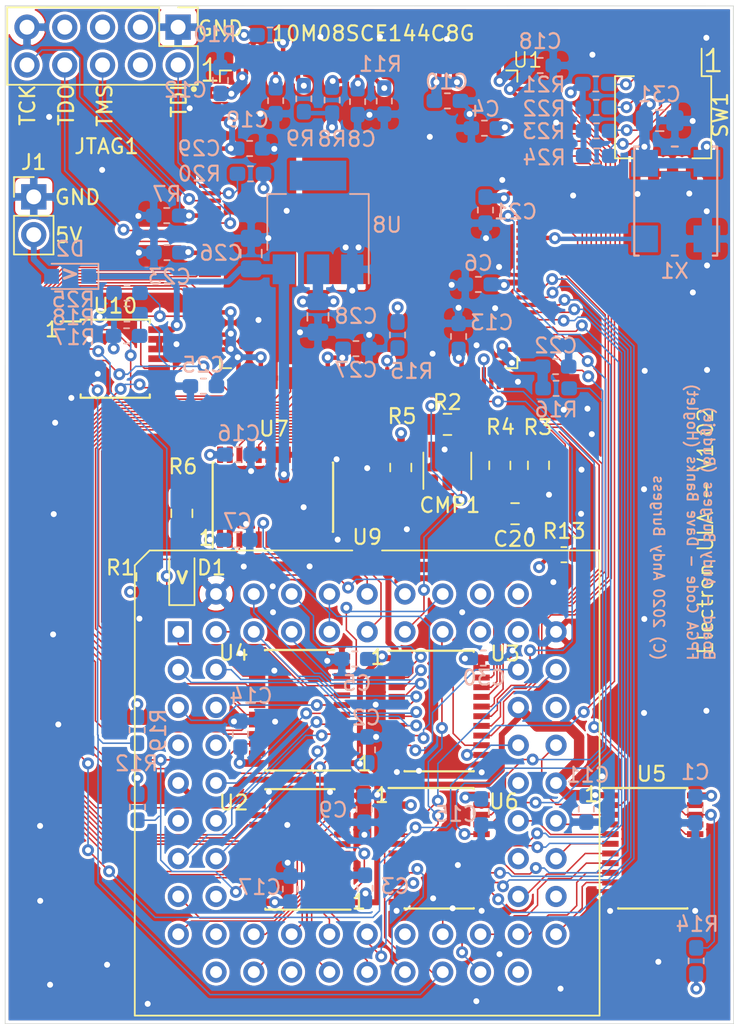
<source format=kicad_pcb>
(kicad_pcb (version 20171130) (host pcbnew "(5.1.5)-3")
  (layers (0 F.Cu signal) (1 In1.Cu signal) (2 In2.Cu signal) (31 B.Cu signal) (34 B.Paste user hide) (35 F.Paste user hide) (36 B.SilkS user) (37 F.SilkS user) (38 B.Mask user) (39 F.Mask user) (44 Edge.Cuts user))
  (net 0 "")
  (net 1 /5V)
  (net 2 /3V3)
  (net 3 /GND)
  (net 4 /A_OE)
  (net 5 /LVA0)
  (net 6 /LVA1)
  (net 7 /LVA2)
  (net 8 /LVA3)
  (net 9 /LVA4)
  (net 10 /LVA5)
  (net 11 /LVA6)
  (net 12 /LVA7)
  (net 13 /A7)
  (net 14 /A6)
  (net 15 /A5)
  (net 16 /A4)
  (net 17 /A3)
  (net 18 /A2)
  (net 19 /A1)
  (net 20 /A0)
  (net 21 /A_DIR)
  (net 22 /LVA8)
  (net 23 /LVA9)
  (net 24 /LVA10)
  (net 25 /LVA11)
  (net 26 /LVA12)
  (net 27 /LVA13)
  (net 28 /LVA14)
  (net 29 /LVA15)
  (net 30 /A15)
  (net 31 /A14)
  (net 32 /A13)
  (net 33 /A12)
  (net 34 /A11)
  (net 35 /A10)
  (net 36 /A9)
  (net 37 /A8)
  (net 38 /CLK_IN)
  (net 39 /PD7)
  (net 40 /PD5)
  (net 41 /PD4)
  (net 42 /CAS_OUT)
  (net 43 /RnW)
  (net 44 /PD6)
  (net 45 /PD3)
  (net 46 /PD2)
  (net 47 /KBD3)
  (net 48 /nIRQ)
  (net 49 /KBD1)
  (net 50 /PD1)
  (net 51 /PD0)
  (net 52 /KBD2)
  (net 53 /KBD0)
  (net 54 /RED)
  (net 55 /GREEN)
  (net 56 /RESET)
  (net 57 /BLUE)
  (net 58 /CASMO)
  (net 59 /SND)
  (net 60 /PHIOUT)
  (net 61 /nNMI)
  (net 62 /CASIN)
  (net 63 /nHS)
  (net 64 /CSYNC)
  (net 65 /CAPS)
  (net 66 /ROM)
  (net 67 /PD_OE)
  (net 68 /PD_DIR)
  (net 69 /LVPD7)
  (net 70 /LVPD1)
  (net 71 /LVPD4)
  (net 72 /LVPD5)
  (net 73 /LVPD6)
  (net 74 /LVPD3)
  (net 75 /LVPD2)
  (net 76 /LVPD0)
  (net 77 /LVKBD0)
  (net 78 /LVKBD3)
  (net 79 /LVKBD2)
  (net 80 /LVKBD1)
  (net 81 /LVCASMO)
  (net 82 /LVCSYNC)
  (net 83 /LVBLUE)
  (net 84 /LVnHS)
  (net 85 /LVGREEN)
  (net 86 /LVRED)
  (net 87 /LVSND)
  (net 88 /LVCAS_OUT)
  (net 89 /LVnNMI)
  (net 90 /LVCLK_IN)
  (net 91 /G3_OE)
  (net 92 /LVPHIOUT)
  (net 93 /LVROM)
  (net 94 /LVRnWIN)
  (net 95 /LVCASIN)
  (net 96 /G4_OE)
  (net 97 /G1_OE)
  (net 98 "Net-(U9-Pad47)")
  (net 99 "Net-(U9-Pad37)")
  (net 100 "Net-(U9-Pad52)")
  (net 101 "Net-(U9-Pad44)")
  (net 102 "Net-(U9-Pad40)")
  (net 103 "Net-(U9-Pad34)")
  (net 104 "Net-(U9-Pad22)")
  (net 105 "Net-(U9-Pad18)")
  (net 106 "Net-(U9-Pad29)")
  (net 107 "Net-(U9-Pad19)")
  (net 108 "Net-(U9-Pad11)")
  (net 109 "Net-(U9-Pad7)")
  (net 110 "Net-(U9-Pad16)")
  (net 111 "Net-(U9-Pad8)")
  (net 112 "Net-(U9-Pad6)")
  (net 113 "Net-(U9-Pad54)")
  (net 114 "Net-(U9-Pad53)")
  (net 115 "Net-(U9-Pad55)")
  (net 116 "Net-(R6-Pad1)")
  (net 117 "Net-(U1-Pad141)")
  (net 118 "Net-(U1-Pad140)")
  (net 119 "Net-(U1-Pad135)")
  (net 120 "Net-(U1-Pad134)")
  (net 121 "Net-(U1-Pad132)")
  (net 122 "Net-(U1-Pad131)")
  (net 123 "Net-(U1-Pad130)")
  (net 124 "Net-(U1-Pad127)")
  (net 125 "Net-(U1-Pad124)")
  (net 126 "Net-(U1-Pad123)")
  (net 127 "Net-(U1-Pad122)")
  (net 128 "Net-(U1-Pad121)")
  (net 129 "Net-(U1-Pad120)")
  (net 130 "Net-(U1-Pad119)")
  (net 131 "Net-(U1-Pad118)")
  (net 132 "Net-(U1-Pad17)")
  (net 133 "Net-(U1-Pad14)")
  (net 134 "Net-(U1-Pad13)")
  (net 135 "Net-(U1-Pad12)")
  (net 136 "Net-(U1-Pad11)")
  (net 137 "Net-(U1-Pad10)")
  (net 138 "Net-(U1-Pad8)")
  (net 139 "Net-(U1-Pad7)")
  (net 140 "Net-(U1-Pad6)")
  (net 141 /LVCAPS)
  (net 142 "Net-(CMP1-Pad4)")
  (net 143 /OSC)
  (net 144 "Net-(U7-Pad10)")
  (net 145 "Net-(U7-Pad9)")
  (net 146 "Net-(U7-Pad8)")
  (net 147 "Net-(U7-Pad7)")
  (net 148 "Net-(U7-Pad6)")
  (net 149 /TCK)
  (net 150 /nCONFIG)
  (net 151 /nSTATUS)
  (net 152 /CONF_DONE)
  (net 153 /CONFIG_SEL)
  (net 154 /TDO)
  (net 155 /TMS)
  (net 156 /TDI)
  (net 157 "Net-(JTAG1-Pad5)")
  (net 158 "Net-(JTAG1-Pad4)")
  (net 159 "Net-(JTAG1-Pad3)")
  (net 160 /nRSTIN)
  (net 161 "Net-(U1-Pad21)")
  (net 162 /SWC1)
  (net 163 /SWC2)
  (net 164 /SWC3)
  (net 165 /SWC4)
  (net 166 /JTAGEN)
  (net 167 /LVRSTOUT)
  (net 168 /LVRnWOE)
  (net 169 /LVRnWOUT)
  (net 170 "Net-(U10-Pad11)")
  (net 171 "Net-(U1-Pad38)")
  (net 172 "Net-(U1-Pad87)")
  (net 173 "Net-(U1-Pad92)")
  (net 174 "Net-(U1-Pad89)")
  (net 175 "Net-(U1-Pad90)")
  (net 176 "Net-(U1-Pad110)")
  (net 177 /LVnIRQOUT)
  (net 178 /LVnIRQIN)
  (net 179 /5VP)
  (module Diode_SMD:D_SOD-323_HandSoldering (layer B.Cu) (at 134.06882 74.45502 180)
    (fp_text reference D2 (at 0 1.85) (layer B.SilkS) (effects (justify mirror)))
    (fp_text value D_Schottky_Small)
    (pad 2 smd rect (at 1.25 0 180) (size 1 1) (layers B.Cu B.Paste B.Mask) (net 179 /5VP))
    (pad 1 smd rect (at -1.25 0 180) (size 1 1) (layers B.Cu B.Paste B.Mask) (net 1 /5V))
  )
  (module Package_SO:TSSOP-14_4.4x5mm_P0.65mm (layer F.Cu) (at 137.09904 79.9846)
    (fp_text reference U10 (at 0 -3.55) (layer F.SilkS))
    (fp_text value SN74HCT125D)
    (pad 14 smd rect (at 2.95 -1.95) (size 1.45 0.45) (layers F.Cu F.Paste F.Mask) (net 1 /5V))
    (pad 13 smd rect (at 2.95 -1.3) (size 1.45 0.45) (layers F.Cu F.Paste F.Mask) (net 3 /GND))
    (pad 12 smd rect (at 2.95 -0.65) (size 1.45 0.45) (layers F.Cu F.Paste F.Mask) (net 3 /GND))
    (pad 11 smd rect (at 2.95 0) (size 1.45 0.45) (layers F.Cu F.Paste F.Mask) (net 170 "Net-(U10-Pad11)"))
    (pad 10 smd rect (at 2.95 0.65) (size 1.45 0.45) (layers F.Cu F.Paste F.Mask) (net 168 /LVRnWOE))
    (pad 9 smd rect (at 2.95 1.3) (size 1.45 0.45) (layers F.Cu F.Paste F.Mask) (net 169 /LVRnWOUT))
    (pad 8 smd rect (at 2.95 1.95) (size 1.45 0.45) (layers F.Cu F.Paste F.Mask) (net 43 /RnW))
    (pad 7 smd rect (at -2.95 1.95) (size 1.45 0.45) (layers F.Cu F.Paste F.Mask) (net 3 /GND))
    (pad 6 smd rect (at -2.95 1.3) (size 1.45 0.45) (layers F.Cu F.Paste F.Mask) (net 48 /nIRQ))
    (pad 5 smd rect (at -2.95 0.65) (size 1.45 0.45) (layers F.Cu F.Paste F.Mask) (net 3 /GND))
    (pad 4 smd rect (at -2.95 0) (size 1.45 0.45) (layers F.Cu F.Paste F.Mask) (net 177 /LVnIRQOUT))
    (pad 3 smd rect (at -2.95 -0.65) (size 1.45 0.45) (layers F.Cu F.Paste F.Mask) (net 56 /RESET))
    (pad 2 smd rect (at -2.95 -1.3) (size 1.45 0.45) (layers F.Cu F.Paste F.Mask) (net 3 /GND))
    (pad 1 smd rect (at -2.95 -1.95) (size 1.45 0.45) (layers F.Cu F.Paste F.Mask) (net 167 /LVRSTOUT))
  )
  (module Resistor_SMD:R_0603_1608Metric_Pad1.05x0.95mm_HandSolder (layer B.Cu) (at 137.89152 75.57516 180)
    (fp_text reference R25 (at 3.61442 -0.4445) (layer B.SilkS) (effects (justify mirror)))
    (fp_text value 10K)
    (pad 2 smd roundrect (at 0.875 0 180) (size 1.05 0.95) (layers B.Cu B.Paste B.Mask) (net 2 /3V3))
    (pad 1 smd roundrect (at -0.875 0 180) (size 1.05 0.95) (layers B.Cu B.Paste B.Mask) (net 168 /LVRnWOE))
  )
  (module Resistor_SMD:R_0603_1608Metric_Pad1.05x0.95mm_HandSolder (layer B.Cu) (at 146.19224 67.564 180)
    (fp_text reference R20 (at 3.43408 0) (layer B.SilkS) (effects (justify mirror)))
    (fp_text value 10K)
    (pad 2 smd roundrect (at 0.875 0 180) (size 1.05 0.95) (layers B.Cu B.Paste B.Mask) (net 166 /JTAGEN))
    (pad 1 smd roundrect (at -0.875 0 180) (size 1.05 0.95) (layers B.Cu B.Paste B.Mask) (net 2 /3V3))
  )
  (module Resistor_SMD:R_0603_1608Metric_Pad1.05x0.95mm_HandSolder (layer B.Cu) (at 169.4688 66.36512 180)
    (fp_text reference R24 (at 3.52552 -0.10668) (layer B.SilkS) (effects (justify mirror)))
    (fp_text value 10K)
    (pad 2 smd roundrect (at 0.875 0 180) (size 1.05 0.95) (layers B.Cu B.Paste B.Mask) (net 2 /3V3))
    (pad 1 smd roundrect (at -0.875 0 180) (size 1.05 0.95) (layers B.Cu B.Paste B.Mask) (net 162 /SWC1))
  )
  (module Resistor_SMD:R_0603_1608Metric_Pad1.05x0.95mm_HandSolder (layer B.Cu) (at 169.45864 64.67856 180)
    (fp_text reference R23 (at 3.54584 -0.03048) (layer B.SilkS) (effects (justify mirror)))
    (fp_text value 10K)
    (pad 2 smd roundrect (at 0.875 0 180) (size 1.05 0.95) (layers B.Cu B.Paste B.Mask) (net 2 /3V3))
    (pad 1 smd roundrect (at -0.875 0 180) (size 1.05 0.95) (layers B.Cu B.Paste B.Mask) (net 163 /SWC2))
  )
  (module Resistor_SMD:R_0603_1608Metric_Pad1.05x0.95mm_HandSolder (layer B.Cu) (at 169.43832 63.10376 180)
    (fp_text reference R22 (at 3.5052 -0.08128) (layer B.SilkS) (effects (justify mirror)))
    (fp_text value 10K)
    (pad 2 smd roundrect (at 0.875 0 180) (size 1.05 0.95) (layers B.Cu B.Paste B.Mask) (net 2 /3V3))
    (pad 1 smd roundrect (at -0.875 0 180) (size 1.05 0.95) (layers B.Cu B.Paste B.Mask) (net 164 /SWC3))
  )
  (module Resistor_SMD:R_0603_1608Metric_Pad1.05x0.95mm_HandSolder (layer B.Cu) (at 169.40784 61.52388 180)
    (fp_text reference R21 (at 3.48996 -0.0508) (layer B.SilkS) (effects (justify mirror)))
    (fp_text value 10K)
    (pad 2 smd roundrect (at 0.875 0 180) (size 1.05 0.95) (layers B.Cu B.Paste B.Mask) (net 2 /3V3))
    (pad 1 smd roundrect (at -0.875 0 180) (size 1.05 0.95) (layers B.Cu B.Paste B.Mask) (net 165 /SWC4))
  )
  (module Button_Switch_SMD:SW_DIP_SPSTx04_Slide_Copal_CHS-04B_W7.62mm_P1.27mm (layer F.Cu) (at 173.9392 63.76416 270)
    (fp_text reference SW1 (at -0.1524 -3.84048 90) (layer F.SilkS))
    (fp_text value SW_DIP_x04)
    (pad 8 smd rect (at 3.81 -1.905 270) (size 1.6 0.76) (layers F.Cu F.Paste F.Mask) (net 3 /GND))
    (pad 4 smd rect (at -3.81 1.905 270) (size 1.6 0.76) (layers F.Cu F.Paste F.Mask) (net 165 /SWC4))
    (pad 7 smd rect (at 3.81 -0.635 270) (size 1.6 0.76) (layers F.Cu F.Paste F.Mask) (net 3 /GND))
    (pad 3 smd rect (at -3.81 0.635 270) (size 1.6 0.76) (layers F.Cu F.Paste F.Mask) (net 164 /SWC3))
    (pad 6 smd rect (at 3.81 0.635 270) (size 1.6 0.76) (layers F.Cu F.Paste F.Mask) (net 3 /GND))
    (pad 2 smd rect (at -3.81 -0.635 270) (size 1.6 0.76) (layers F.Cu F.Paste F.Mask) (net 163 /SWC2))
    (pad 5 smd rect (at 3.81 1.905 270) (size 1.6 0.76) (layers F.Cu F.Paste F.Mask) (net 3 /GND))
    (pad 1 smd rect (at -3.81 -1.905 270) (size 1.6 0.76) (layers F.Cu F.Paste F.Mask) (net 162 /SWC1))
  )
  (module Resistor_SMD:R_0603_1608Metric_Pad1.05x0.95mm_HandSolder (layer B.Cu) (at 138.57224 104.94518 90)
    (fp_text reference R19 (at 0 1.43 90) (layer B.SilkS) (effects (justify mirror)))
    (fp_text value 10K)
    (pad 2 smd roundrect (at 0.875 0 90) (size 1.05 0.95) (layers B.Cu B.Paste B.Mask) (net 2 /3V3))
    (pad 1 smd roundrect (at -0.875 0 90) (size 1.05 0.95) (layers B.Cu B.Paste B.Mask) (net 48 /nIRQ))
  )
  (module Resistor_SMD:R_0603_1608Metric_Pad1.05x0.95mm_HandSolder (layer B.Cu) (at 137.88644 76.98232 180)
    (fp_text reference R18 (at 3.59664 -0.23114 180) (layer B.SilkS) (effects (justify mirror)))
    (fp_text value 10K)
    (pad 2 smd roundrect (at 0.875 0 180) (size 1.05 0.95) (layers B.Cu B.Paste B.Mask) (net 2 /3V3))
    (pad 1 smd roundrect (at -0.875 0 180) (size 1.05 0.95) (layers B.Cu B.Paste B.Mask) (net 177 /LVnIRQOUT))
  )
  (module Resistor_SMD:R_0603_1608Metric_Pad1.05x0.95mm_HandSolder (layer B.Cu) (at 137.86104 78.45044 180)
    (fp_text reference R17 (at 3.5433 -0.1016) (layer B.SilkS) (effects (justify mirror)))
    (fp_text value 10K)
    (pad 2 smd roundrect (at 0.875 0 180) (size 1.05 0.95) (layers B.Cu B.Paste B.Mask) (net 2 /3V3))
    (pad 1 smd roundrect (at -0.875 0 180) (size 1.05 0.95) (layers B.Cu B.Paste B.Mask) (net 167 /LVRSTOUT))
  )
  (module Connector_PinHeader_2.54mm:PinHeader_1x02_P2.54mm_Vertical (layer F.Cu) (at 131.62026 69.1134)
    (fp_text reference J1 (at 0 -2.33) (layer F.SilkS))
    (fp_text value Conn_01x02)
    (pad 2 thru_hole oval (at 0 2.54) (size 1.7 1.7) (drill 1) (layers *.Cu *.Mask) (net 179 /5VP))
    (pad 1 thru_hole rect (at 0 0) (size 1.7 1.7) (drill 1) (layers *.Cu *.Mask) (net 3 /GND))
  )
  (module Resistor_SMD:R_0603_1608Metric_Pad1.05x0.95mm_HandSolder (layer B.Cu) (at 166.74084 81.9785)
    (fp_text reference R16 (at 0 1.43) (layer B.SilkS) (effects (justify mirror)))
    (fp_text value 10K)
    (pad 2 smd roundrect (at 0.875 0) (size 1.05 0.95) (layers B.Cu B.Paste B.Mask) (net 96 /G4_OE))
    (pad 1 smd roundrect (at -0.875 0) (size 1.05 0.95) (layers B.Cu B.Paste B.Mask) (net 2 /3V3))
  )
  (module Resistor_SMD:R_0603_1608Metric_Pad1.05x0.95mm_HandSolder (layer B.Cu) (at 156.07792 78.39456 90)
    (fp_text reference R15 (at -2.4257 0.95758 180) (layer B.SilkS) (effects (justify mirror)))
    (fp_text value 10K)
    (pad 2 smd roundrect (at 0.875 0 90) (size 1.05 0.95) (layers B.Cu B.Paste B.Mask) (net 2 /3V3))
    (pad 1 smd roundrect (at -0.875 0 90) (size 1.05 0.95) (layers B.Cu B.Paste B.Mask) (net 91 /G3_OE))
  )
  (module Resistor_SMD:R_0603_1608Metric_Pad1.05x0.95mm_HandSolder (layer B.Cu) (at 176.15916 120.44426 90)
    (fp_text reference R14 (at 2.46888 0.07112 180) (layer B.SilkS) (effects (justify mirror)))
    (fp_text value 10K)
    (pad 2 smd roundrect (at 0.875 0 90) (size 1.05 0.95) (layers B.Cu B.Paste B.Mask) (net 67 /PD_OE))
    (pad 1 smd roundrect (at -0.875 0 90) (size 1.05 0.95) (layers B.Cu B.Paste B.Mask) (net 2 /3V3))
  )
  (module Resistor_SMD:R_0603_1608Metric_Pad1.05x0.95mm_HandSolder (layer F.Cu) (at 167.26408 93.1545 180)
    (fp_text reference R13 (at -0.01778 1.58496) (layer F.SilkS))
    (fp_text value 10K)
    (pad 2 smd roundrect (at 0.875 0 180) (size 1.05 0.95) (layers F.Cu F.Paste F.Mask) (net 2 /3V3))
    (pad 1 smd roundrect (at -0.875 0 180) (size 1.05 0.95) (layers F.Cu F.Paste F.Mask) (net 97 /G1_OE))
  )
  (module Resistor_SMD:R_0603_1608Metric_Pad1.05x0.95mm_HandSolder (layer B.Cu) (at 138.5951 110.11916 90)
    (fp_text reference R12 (at 2.93878 -0.06858 180) (layer B.SilkS) (effects (justify mirror)))
    (fp_text value 10K)
    (pad 2 smd roundrect (at 0.875 0 90) (size 1.05 0.95) (layers B.Cu B.Paste B.Mask) (net 2 /3V3))
    (pad 1 smd roundrect (at -0.875 0 90) (size 1.05 0.95) (layers B.Cu B.Paste B.Mask) (net 4 /A_OE))
  )
  (module Connector_PinHeader_2.54mm:PinHeader_2x05_P2.54mm_Vertical (layer F.Cu) (at 141.3256 57.71134 270)
    (fp_text reference JTAG1 (at 8.00862 4.81076 180) (layer F.SilkS))
    (fp_text value Conn_02x05_Odd_Even)
    (pad 10 thru_hole oval (at 2.54 10.16 270) (size 1.7 1.7) (drill 1) (layers *.Cu *.Mask) (net 149 /TCK))
    (pad 9 thru_hole oval (at 0 10.16 270) (size 1.7 1.7) (drill 1) (layers *.Cu *.Mask) (net 3 /GND))
    (pad 8 thru_hole oval (at 2.54 7.62 270) (size 1.7 1.7) (drill 1) (layers *.Cu *.Mask) (net 154 /TDO))
    (pad 7 thru_hole oval (at 0 7.62 270) (size 1.7 1.7) (drill 1) (layers *.Cu *.Mask) (net 2 /3V3))
    (pad 6 thru_hole oval (at 2.54 5.08 270) (size 1.7 1.7) (drill 1) (layers *.Cu *.Mask) (net 155 /TMS))
    (pad 5 thru_hole oval (at 0 5.08 270) (size 1.7 1.7) (drill 1) (layers *.Cu *.Mask) (net 157 "Net-(JTAG1-Pad5)"))
    (pad 4 thru_hole oval (at 2.54 2.54 270) (size 1.7 1.7) (drill 1) (layers *.Cu *.Mask) (net 158 "Net-(JTAG1-Pad4)"))
    (pad 3 thru_hole oval (at 0 2.54 270) (size 1.7 1.7) (drill 1) (layers *.Cu *.Mask) (net 159 "Net-(JTAG1-Pad3)"))
    (pad 2 thru_hole oval (at 2.54 0 270) (size 1.7 1.7) (drill 1) (layers *.Cu *.Mask) (net 156 /TDI))
    (pad 1 thru_hole rect (at 0 0 270) (size 1.7 1.7) (drill 1) (layers *.Cu *.Mask) (net 3 /GND))
  )
  (module Resistor_SMD:R_0603_1608Metric_Pad1.05x0.95mm_HandSolder (layer B.Cu) (at 155.18892 62.67704 90)
    (fp_text reference R11 (at 2.48666 -0.26162 180) (layer B.SilkS) (effects (justify mirror)))
    (fp_text value 10K)
    (pad 2 smd roundrect (at 0.875 0 90) (size 1.05 0.95) (layers B.Cu B.Paste B.Mask) (net 153 /CONFIG_SEL))
    (pad 1 smd roundrect (at -0.875 0 90) (size 1.05 0.95) (layers B.Cu B.Paste B.Mask) (net 3 /GND))
  )
  (module Resistor_SMD:R_0603_1608Metric_Pad1.05x0.95mm_HandSolder (layer B.Cu) (at 147.50288 58.23966)
    (fp_text reference R10 (at -3.70586 -0.04572) (layer B.SilkS) (effects (justify mirror)))
    (fp_text value 10K)
    (pad 2 smd roundrect (at 0.875 0) (size 1.05 0.95) (layers B.Cu B.Paste B.Mask) (net 152 /CONF_DONE))
    (pad 1 smd roundrect (at -0.875 0) (size 1.05 0.95) (layers B.Cu B.Paste B.Mask) (net 2 /3V3))
  )
  (module Resistor_SMD:R_0603_1608Metric_Pad1.05x0.95mm_HandSolder (layer B.Cu) (at 149.77872 62.51956 90)
    (fp_text reference R9 (at -2.67208 -0.23368) (layer B.SilkS) (effects (justify mirror)))
    (fp_text value 10K)
    (pad 2 smd roundrect (at 0.875 0 90) (size 1.05 0.95) (layers B.Cu B.Paste B.Mask) (net 151 /nSTATUS))
    (pad 1 smd roundrect (at -0.875 0 90) (size 1.05 0.95) (layers B.Cu B.Paste B.Mask) (net 2 /3V3))
  )
  (module Resistor_SMD:R_0603_1608Metric_Pad1.05x0.95mm_HandSolder (layer B.Cu) (at 151.68372 62.611 90)
    (fp_text reference R8 (at -2.60858 -0.00508) (layer B.SilkS) (effects (justify mirror)))
    (fp_text value 10K)
    (pad 2 smd roundrect (at 0.875 0 90) (size 1.05 0.95) (layers B.Cu B.Paste B.Mask) (net 150 /nCONFIG))
    (pad 1 smd roundrect (at -0.875 0 90) (size 1.05 0.95) (layers B.Cu B.Paste B.Mask) (net 2 /3V3))
  )
  (module Resistor_SMD:R_0603_1608Metric_Pad1.05x0.95mm_HandSolder (layer B.Cu) (at 140.55852 70.3707)
    (fp_text reference R7 (at 0.0127 -1.44272) (layer B.SilkS) (effects (justify mirror)))
    (fp_text value 10K)
    (pad 2 smd roundrect (at 0.875 0) (size 1.05 0.95) (layers B.Cu B.Paste B.Mask) (net 149 /TCK))
    (pad 1 smd roundrect (at -0.875 0) (size 1.05 0.95) (layers B.Cu B.Paste B.Mask) (net 3 /GND))
  )
  (module Capacitor_SMD:C_0603_1608Metric_Pad1.05x0.95mm_HandSolder (layer B.Cu) (at 146.1389 65.86474)
    (fp_text reference C29 (at -3.39598 -0.00254) (layer B.SilkS) (effects (justify mirror)))
    (fp_text value 0.1uf)
    (pad 2 smd roundrect (at 0.875 0) (size 1.05 0.95) (layers B.Cu B.Paste B.Mask) (net 3 /GND))
    (pad 1 smd roundrect (at -0.875 0) (size 1.05 0.95) (layers B.Cu B.Paste B.Mask) (net 2 /3V3))
  )
  (module Capacitor_SMD:C_0603_1608Metric_Pad1.05x0.95mm_HandSolder (layer B.Cu) (at 153.28646 79.30896)
    (fp_text reference C27 (at 0 1.43) (layer B.SilkS) (effects (justify mirror)))
    (fp_text value 0.1uf)
    (pad 2 smd roundrect (at 0.875 0) (size 1.05 0.95) (layers B.Cu B.Paste B.Mask) (net 3 /GND))
    (pad 1 smd roundrect (at -0.875 0) (size 1.05 0.95) (layers B.Cu B.Paste B.Mask) (net 2 /3V3))
  )
  (module Capacitor_SMD:C_0603_1608Metric_Pad1.05x0.95mm_HandSolder (layer B.Cu) (at 143.0272 81.831 180)
    (fp_text reference C25 (at 0 1.43) (layer B.SilkS) (effects (justify mirror)))
    (fp_text value 0.1uf)
    (pad 2 smd roundrect (at 0.875 0 180) (size 1.05 0.95) (layers B.Cu B.Paste B.Mask) (net 3 /GND))
    (pad 1 smd roundrect (at -0.875 0 180) (size 1.05 0.95) (layers B.Cu B.Paste B.Mask) (net 2 /3V3))
  )
  (module Capacitor_SMD:C_0603_1608Metric_Pad1.05x0.95mm_HandSolder (layer B.Cu) (at 140.5763 72.85482 180)
    (fp_text reference C23 (at -0.1651 -1.6256) (layer B.SilkS) (effects (justify mirror)))
    (fp_text value 0.1uf)
    (pad 2 smd roundrect (at 0.875 0 180) (size 1.05 0.95) (layers B.Cu B.Paste B.Mask) (net 3 /GND))
    (pad 1 smd roundrect (at -0.875 0 180) (size 1.05 0.95) (layers B.Cu B.Paste B.Mask) (net 2 /3V3))
  )
  (module Capacitor_SMD:C_0603_1608Metric_Pad1.05x0.95mm_HandSolder (layer B.Cu) (at 166.70782 80.51546)
    (fp_text reference C22 (at 0.0127 -1.4097) (layer B.SilkS) (effects (justify mirror)))
    (fp_text value 0.1uf)
    (pad 2 smd roundrect (at 0.875 0) (size 1.05 0.95) (layers B.Cu B.Paste B.Mask) (net 3 /GND))
    (pad 1 smd roundrect (at -0.875 0) (size 1.05 0.95) (layers B.Cu B.Paste B.Mask) (net 2 /3V3))
  )
  (module Capacitor_SMD:C_0603_1608Metric_Pad1.05x0.95mm_HandSolder (layer B.Cu) (at 161.99104 70.0024 270)
    (fp_text reference C21 (at 0.10668 -2.02184 180) (layer B.SilkS) (effects (justify mirror)))
    (fp_text value 0.1uf)
    (pad 2 smd roundrect (at 0.875 0 270) (size 1.05 0.95) (layers B.Cu B.Paste B.Mask) (net 3 /GND))
    (pad 1 smd roundrect (at -0.875 0 270) (size 1.05 0.95) (layers B.Cu B.Paste B.Mask) (net 2 /3V3))
  )
  (module Capacitor_SMD:C_0603_1608Metric_Pad1.05x0.95mm_HandSolder (layer B.Cu) (at 147.88388 62.65164 270)
    (fp_text reference C19 (at 1.27762 1.8923 180) (layer B.SilkS) (effects (justify mirror)))
    (fp_text value 0.1uf)
    (pad 2 smd roundrect (at 0.875 0 270) (size 1.05 0.95) (layers B.Cu B.Paste B.Mask) (net 3 /GND))
    (pad 1 smd roundrect (at -0.875 0 270) (size 1.05 0.95) (layers B.Cu B.Paste B.Mask) (net 2 /3V3))
  )
  (module Capacitor_SMD:C_0603_1608Metric_Pad1.05x0.95mm_HandSolder (layer B.Cu) (at 165.67658 60.2869)
    (fp_text reference C18 (at -0.00508 -1.62814) (layer B.SilkS) (effects (justify mirror)))
    (fp_text value 0.1uf)
    (pad 2 smd roundrect (at 0.875 0) (size 1.05 0.95) (layers B.Cu B.Paste B.Mask) (net 3 /GND))
    (pad 1 smd roundrect (at -0.875 0) (size 1.05 0.95) (layers B.Cu B.Paste B.Mask) (net 2 /3V3))
  )
  (module Capacitor_SMD:C_0603_1608Metric_Pad1.05x0.95mm_HandSolder (layer B.Cu) (at 160.1851 78.49108 90)
    (fp_text reference C13 (at 0.93726 2.23266 180) (layer B.SilkS) (effects (justify mirror)))
    (fp_text value 0.1uf)
    (pad 2 smd roundrect (at 0.875 0 90) (size 1.05 0.95) (layers B.Cu B.Paste B.Mask) (net 3 /GND))
    (pad 1 smd roundrect (at -0.875 0 90) (size 1.05 0.95) (layers B.Cu B.Paste B.Mask) (net 2 /3V3))
  )
  (module Capacitor_SMD:C_0603_1608Metric_Pad1.05x0.95mm_HandSolder (layer B.Cu) (at 144.1704 61.28512 90)
    (fp_text reference C12 (at -0.64262 -2.3495) (layer B.SilkS) (effects (justify mirror)))
    (fp_text value 0.1uf)
    (pad 2 smd roundrect (at 0.875 0 90) (size 1.05 0.95) (layers B.Cu B.Paste B.Mask) (net 3 /GND))
    (pad 1 smd roundrect (at -0.875 0 90) (size 1.05 0.95) (layers B.Cu B.Paste B.Mask) (net 2 /3V3))
  )
  (module Capacitor_SMD:C_0603_1608Metric_Pad1.05x0.95mm_HandSolder (layer B.Cu) (at 159.43326 62.66434)
    (fp_text reference C10 (at -0.04318 -1.28778) (layer B.SilkS) (effects (justify mirror)))
    (fp_text value 0.1uf)
    (pad 2 smd roundrect (at 0.875 0) (size 1.05 0.95) (layers B.Cu B.Paste B.Mask) (net 3 /GND))
    (pad 1 smd roundrect (at -0.875 0) (size 1.05 0.95) (layers B.Cu B.Paste B.Mask) (net 2 /3V3))
  )
  (module Capacitor_SMD:C_0603_1608Metric_Pad1.05x0.95mm_HandSolder (layer B.Cu) (at 153.39314 62.71768 270)
    (fp_text reference C8 (at 2.51714 -0.27178 180) (layer B.SilkS) (effects (justify mirror)))
    (fp_text value 0.1uf)
    (pad 2 smd roundrect (at 0.875 0 270) (size 1.05 0.95) (layers B.Cu B.Paste B.Mask) (net 3 /GND))
    (pad 1 smd roundrect (at -0.875 0 270) (size 1.05 0.95) (layers B.Cu B.Paste B.Mask) (net 2 /3V3))
  )
  (module Capacitor_SMD:C_0603_1608Metric_Pad1.05x0.95mm_HandSolder (layer B.Cu) (at 161.51098 74.99604 180)
    (fp_text reference C6 (at 0 1.43) (layer B.SilkS) (effects (justify mirror)))
    (fp_text value 0.1uf)
    (pad 2 smd roundrect (at 0.875 0 180) (size 1.05 0.95) (layers B.Cu B.Paste B.Mask) (net 3 /GND))
    (pad 1 smd roundrect (at -0.875 0 180) (size 1.05 0.95) (layers B.Cu B.Paste B.Mask) (net 2 /3V3))
  )
  (module Capacitor_SMD:C_0603_1608Metric_Pad1.05x0.95mm_HandSolder (layer B.Cu) (at 161.91992 64.49822 180)
    (fp_text reference C4 (at -0.07112 1.29032) (layer B.SilkS) (effects (justify mirror)))
    (fp_text value 0.1uf)
    (pad 2 smd roundrect (at 0.875 0 180) (size 1.05 0.95) (layers B.Cu B.Paste B.Mask) (net 3 /GND))
    (pad 1 smd roundrect (at -0.875 0 180) (size 1.05 0.95) (layers B.Cu B.Paste B.Mask) (net 2 /3V3))
  )
  (module Personal:Crystal_SMD_7050_4Pads (layer B.Cu) (at 174.72152 69.52234 270)
    (fp_text reference X1 (at 4.572 0.02032 180) (layer B.SilkS) (effects (justify mirror)))
    (fp_text value OSC)
    (pad 4 smd rect (at -2.667 2.032 270) (size 1.8 1.8) (layers B.Cu B.Paste B.Mask) (net 2 /3V3))
    (pad 3 smd rect (at 2.413 2.032 270) (size 1.8 1.8) (layers B.Cu B.Paste B.Mask) (net 143 /OSC))
    (pad 2 smd rect (at 2.413 -2.159 270) (size 1.8 1.8) (layers B.Cu B.Paste B.Mask) (net 3 /GND))
    (pad 1 smd rect (at -2.667 -2.159 270) (size 1.8 1.8) (layers B.Cu B.Paste B.Mask) (net 2 /3V3))
  )
  (module Capacitor_SMD:C_0805_2012Metric_Pad1.15x1.40mm_HandSolder (layer B.Cu) (at 150.72868 77.17536 270)
    (fp_text reference C28 (at -0.0508 -2.56286 180) (layer B.SilkS) (effects (justify mirror)))
    (fp_text value 10uF)
    (pad 2 smd roundrect (at 1.025 0 270) (size 1.15 1.4) (layers B.Cu B.Paste B.Mask) (roundrect_rratio 0.217391) (net 3 /GND))
    (pad 1 smd roundrect (at -1.025 0 270) (size 1.15 1.4) (layers B.Cu B.Paste B.Mask) (roundrect_rratio 0.217391) (net 2 /3V3))
  )
  (module TO_SOT_Packages_SMD:SOT-223 (layer B.Cu) (at 150.73376 70.83044 90)
    (fp_text reference U8 (at -0.17018 4.64566 180) (layer B.SilkS) (effects (justify mirror)))
    (fp_text value AP111733)
    (pad 1 smd rect (at -3.15 2.3 90) (size 2 1.5) (layers B.Cu B.Paste B.Mask) (net 3 /GND))
    (pad 3 smd rect (at -3.15 -2.3 90) (size 2 1.5) (layers B.Cu B.Paste B.Mask) (net 1 /5V))
    (pad 2 smd rect (at -3.15 0 90) (size 2 1.5) (layers B.Cu B.Paste B.Mask) (net 2 /3V3))
    (pad 4 smd rect (at 3.15 0 90) (size 2 3.8) (layers B.Cu B.Paste B.Mask))
  )
  (module Capacitor_SMD:C_0805_2012Metric_Pad1.15x1.40mm_HandSolder (layer B.Cu) (at 173.70552 63.98514)
    (fp_text reference C31 (at -0.0254 -1.75514) (layer B.SilkS) (effects (justify mirror)))
    (fp_text value 0.1uF)
    (pad 2 smd roundrect (at 1.025 0) (size 1.15 1.4) (layers B.Cu B.Paste B.Mask) (roundrect_rratio 0.217391) (net 3 /GND))
    (pad 1 smd roundrect (at -1.025 0) (size 1.15 1.4) (layers B.Cu B.Paste B.Mask) (roundrect_rratio 0.217391) (net 2 /3V3))
  )
  (module Capacitor_SMD:C_0805_2012Metric_Pad1.15x1.40mm_HandSolder (layer B.Cu) (at 146.23796 72.9234 90)
    (fp_text reference C26 (at 0.04064 -2.032 180) (layer B.SilkS) (effects (justify mirror)))
    (fp_text value 0.1uF)
    (pad 2 smd roundrect (at 1.025 0 90) (size 1.15 1.4) (layers B.Cu B.Paste B.Mask) (roundrect_rratio 0.217391) (net 3 /GND))
    (pad 1 smd roundrect (at -1.025 0 90) (size 1.15 1.4) (layers B.Cu B.Paste B.Mask) (roundrect_rratio 0.217391) (net 1 /5V))
  )
  (module Resistor_SMD:R_0805_2012Metric_Pad1.15x1.40mm_HandSolder (layer F.Cu) (at 159.4372 84.401)
    (fp_text reference R2 (at -0.01 -1.49) (layer F.SilkS))
    (fp_text value 10K)
    (pad 2 smd roundrect (at 1.025 0) (size 1.15 1.4) (layers F.Cu F.Paste F.Mask) (roundrect_rratio 0.217391) (net 142 "Net-(CMP1-Pad4)"))
    (pad 1 smd roundrect (at -1.025 0) (size 1.15 1.4) (layers F.Cu F.Paste F.Mask) (roundrect_rratio 0.217391) (net 62 /CASIN))
  )
  (module "MAX 10 FPGA 10M08SCE144C8G:QFP50P2200X2200X165-145N" (layer F.Cu) (at 154.1372 70.621)
    (fp_text reference U1 (at 10.6834 -10.7024) (layer F.SilkS) (effects (font (size 1.000449 1.000449) (thickness 0.115))))
    (fp_text value 10M08SCE144C8G)
    (pad 145 smd rect (at 0 0) (size 8.93 8.7) (layers F.Cu F.Mask) (net 3 /GND))
    (pad 144 smd rect (at -8.75 -10.67) (size 0.28 1.47) (layers F.Cu F.Paste F.Mask) (net 2 /3V3))
    (pad 143 smd rect (at -8.25 -10.67) (size 0.28 1.47) (layers F.Cu F.Paste F.Mask) (net 2 /3V3))
    (pad 142 smd rect (at -7.75 -10.67) (size 0.28 1.47) (layers F.Cu F.Paste F.Mask) (net 3 /GND))
    (pad 141 smd rect (at -7.25 -10.67) (size 0.28 1.47) (layers F.Cu F.Paste F.Mask) (net 117 "Net-(U1-Pad141)"))
    (pad 140 smd rect (at -6.75 -10.67) (size 0.28 1.47) (layers F.Cu F.Paste F.Mask) (net 118 "Net-(U1-Pad140)"))
    (pad 139 smd rect (at -6.25 -10.67) (size 0.28 1.47) (layers F.Cu F.Paste F.Mask) (net 2 /3V3))
    (pad 138 smd rect (at -5.75 -10.67) (size 0.28 1.47) (layers F.Cu F.Paste F.Mask) (net 152 /CONF_DONE))
    (pad 137 smd rect (at -5.25 -10.67) (size 0.28 1.47) (layers F.Cu F.Paste F.Mask) (net 3 /GND))
    (pad 136 smd rect (at -4.75 -10.67) (size 0.28 1.47) (layers F.Cu F.Paste F.Mask) (net 151 /nSTATUS))
    (pad 135 smd rect (at -4.25 -10.67) (size 0.28 1.47) (layers F.Cu F.Paste F.Mask) (net 119 "Net-(U1-Pad135)"))
    (pad 134 smd rect (at -3.75 -10.67) (size 0.28 1.47) (layers F.Cu F.Paste F.Mask) (net 120 "Net-(U1-Pad134)"))
    (pad 133 smd rect (at -3.25 -10.67) (size 0.28 1.47) (layers F.Cu F.Paste F.Mask) (net 3 /GND))
    (pad 132 smd rect (at -2.75 -10.67) (size 0.28 1.47) (layers F.Cu F.Paste F.Mask) (net 121 "Net-(U1-Pad132)"))
    (pad 131 smd rect (at -2.25 -10.67) (size 0.28 1.47) (layers F.Cu F.Paste F.Mask) (net 122 "Net-(U1-Pad131)"))
    (pad 130 smd rect (at -1.75 -10.67) (size 0.28 1.47) (layers F.Cu F.Paste F.Mask) (net 123 "Net-(U1-Pad130)"))
    (pad 129 smd rect (at -1.25 -10.67) (size 0.28 1.47) (layers F.Cu F.Paste F.Mask) (net 150 /nCONFIG))
    (pad 128 smd rect (at -0.75 -10.67) (size 0.28 1.47) (layers F.Cu F.Paste F.Mask) (net 2 /3V3))
    (pad 127 smd rect (at -0.25 -10.67) (size 0.28 1.47) (layers F.Cu F.Paste F.Mask) (net 124 "Net-(U1-Pad127)"))
    (pad 126 smd rect (at 0.25 -10.67) (size 0.28 1.47) (layers F.Cu F.Paste F.Mask) (net 153 /CONFIG_SEL))
    (pad 125 smd rect (at 0.75 -10.67) (size 0.28 1.47) (layers F.Cu F.Paste F.Mask) (net 3 /GND))
    (pad 124 smd rect (at 1.25 -10.67) (size 0.28 1.47) (layers F.Cu F.Paste F.Mask) (net 125 "Net-(U1-Pad124)"))
    (pad 123 smd rect (at 1.75 -10.67) (size 0.28 1.47) (layers F.Cu F.Paste F.Mask) (net 126 "Net-(U1-Pad123)"))
    (pad 122 smd rect (at 2.25 -10.67) (size 0.28 1.47) (layers F.Cu F.Paste F.Mask) (net 127 "Net-(U1-Pad122)"))
    (pad 121 smd rect (at 2.75 -10.67) (size 0.28 1.47) (layers F.Cu F.Paste F.Mask) (net 128 "Net-(U1-Pad121)"))
    (pad 120 smd rect (at 3.25 -10.67) (size 0.28 1.47) (layers F.Cu F.Paste F.Mask) (net 129 "Net-(U1-Pad120)"))
    (pad 119 smd rect (at 3.75 -10.67) (size 0.28 1.47) (layers F.Cu F.Paste F.Mask) (net 130 "Net-(U1-Pad119)"))
    (pad 118 smd rect (at 4.25 -10.67) (size 0.28 1.47) (layers F.Cu F.Paste F.Mask) (net 131 "Net-(U1-Pad118)"))
    (pad 117 smd rect (at 4.75 -10.67) (size 0.28 1.47) (layers F.Cu F.Paste F.Mask) (net 2 /3V3))
    (pad 116 smd rect (at 5.25 -10.67) (size 0.28 1.47) (layers F.Cu F.Paste F.Mask) (net 3 /GND))
    (pad 115 smd rect (at 5.75 -10.67) (size 0.28 1.47) (layers F.Cu F.Paste F.Mask) (net 2 /3V3))
    (pad 114 smd rect (at 6.25 -10.67) (size 0.28 1.47) (layers F.Cu F.Paste F.Mask) (net 162 /SWC1))
    (pad 113 smd rect (at 6.75 -10.67) (size 0.28 1.47) (layers F.Cu F.Paste F.Mask) (net 163 /SWC2))
    (pad 112 smd rect (at 7.25 -10.67) (size 0.28 1.47) (layers F.Cu F.Paste F.Mask) (net 164 /SWC3))
    (pad 111 smd rect (at 7.75 -10.67) (size 0.28 1.47) (layers F.Cu F.Paste F.Mask) (net 165 /SWC4))
    (pad 110 smd rect (at 8.25 -10.67) (size 0.28 1.47) (layers F.Cu F.Paste F.Mask) (net 176 "Net-(U1-Pad110)"))
    (pad 109 smd rect (at 8.75 -10.67) (size 0.28 1.47) (layers F.Cu F.Paste F.Mask) (net 2 /3V3))
    (pad 108 smd rect (at 10.67 -8.75) (size 1.47 0.28) (layers F.Cu F.Paste F.Mask) (net 2 /3V3))
    (pad 107 smd rect (at 10.67 -8.25) (size 1.47 0.28) (layers F.Cu F.Paste F.Mask) (net 2 /3V3))
    (pad 106 smd rect (at 10.67 -7.75) (size 1.47 0.28) (layers F.Cu F.Paste F.Mask) (net 67 /PD_OE))
    (pad 105 smd rect (at 10.67 -7.25) (size 1.47 0.28) (layers F.Cu F.Paste F.Mask) (net 69 /LVPD7))
    (pad 104 smd rect (at 10.67 -6.75) (size 1.47 0.28) (layers F.Cu F.Paste F.Mask) (net 3 /GND))
    (pad 103 smd rect (at 10.67 -6.25) (size 1.47 0.28) (layers F.Cu F.Paste F.Mask) (net 2 /3V3))
    (pad 102 smd rect (at 10.67 -5.75) (size 1.47 0.28) (layers F.Cu F.Paste F.Mask) (net 72 /LVPD5))
    (pad 101 smd rect (at 10.67 -5.25) (size 1.47 0.28) (layers F.Cu F.Paste F.Mask) (net 73 /LVPD6))
    (pad 100 smd rect (at 10.67 -4.75) (size 1.47 0.28) (layers F.Cu F.Paste F.Mask) (net 71 /LVPD4))
    (pad 99 smd rect (at 10.67 -4.25) (size 1.47 0.28) (layers F.Cu F.Paste F.Mask) (net 74 /LVPD3))
    (pad 98 smd rect (at 10.67 -3.75) (size 1.47 0.28) (layers F.Cu F.Paste F.Mask) (net 76 /LVPD0))
    (pad 97 smd rect (at 10.67 -3.25) (size 1.47 0.28) (layers F.Cu F.Paste F.Mask) (net 75 /LVPD2))
    (pad 96 smd rect (at 10.67 -2.75) (size 1.47 0.28) (layers F.Cu F.Paste F.Mask) (net 70 /LVPD1))
    (pad 95 smd rect (at 10.67 -2.25) (size 1.47 0.28) (layers F.Cu F.Paste F.Mask) (net 3 /GND))
    (pad 94 smd rect (at 10.67 -1.75) (size 1.47 0.28) (layers F.Cu F.Paste F.Mask) (net 2 /3V3))
    (pad 93 smd rect (at 10.67 -1.25) (size 1.47 0.28) (layers F.Cu F.Paste F.Mask) (net 88 /LVCAS_OUT))
    (pad 92 smd rect (at 10.67 -0.75) (size 1.47 0.28) (layers F.Cu F.Paste F.Mask) (net 173 "Net-(U1-Pad92)"))
    (pad 91 smd rect (at 10.67 -0.25) (size 1.47 0.28) (layers F.Cu F.Paste F.Mask) (net 90 /LVCLK_IN))
    (pad 90 smd rect (at 10.67 0.25) (size 1.47 0.28) (layers F.Cu F.Paste F.Mask) (net 175 "Net-(U1-Pad90)"))
    (pad 89 smd rect (at 10.67 0.75) (size 1.47 0.28) (layers F.Cu F.Paste F.Mask) (net 174 "Net-(U1-Pad89)"))
    (pad 88 smd rect (at 10.67 1.25) (size 1.47 0.28) (layers F.Cu F.Paste F.Mask) (net 143 /OSC))
    (pad 87 smd rect (at 10.67 1.75) (size 1.47 0.28) (layers F.Cu F.Paste F.Mask) (net 172 "Net-(U1-Pad87)"))
    (pad 86 smd rect (at 10.67 2.25) (size 1.47 0.28) (layers F.Cu F.Paste F.Mask) (net 86 /LVRED))
    (pad 85 smd rect (at 10.67 2.75) (size 1.47 0.28) (layers F.Cu F.Paste F.Mask) (net 85 /LVGREEN))
    (pad 84 smd rect (at 10.67 3.25) (size 1.47 0.28) (layers F.Cu F.Paste F.Mask) (net 83 /LVBLUE))
    (pad 83 smd rect (at 10.67 3.75) (size 1.47 0.28) (layers F.Cu F.Paste F.Mask) (net 3 /GND))
    (pad 82 smd rect (at 10.67 4.25) (size 1.47 0.28) (layers F.Cu F.Paste F.Mask) (net 2 /3V3))
    (pad 81 smd rect (at 10.67 4.75) (size 1.47 0.28) (layers F.Cu F.Paste F.Mask) (net 77 /LVKBD0))
    (pad 80 smd rect (at 10.67 5.25) (size 1.47 0.28) (layers F.Cu F.Paste F.Mask) (net 80 /LVKBD1))
    (pad 79 smd rect (at 10.67 5.75) (size 1.47 0.28) (layers F.Cu F.Paste F.Mask) (net 79 /LVKBD2))
    (pad 78 smd rect (at 10.67 6.25) (size 1.47 0.28) (layers F.Cu F.Paste F.Mask) (net 78 /LVKBD3))
    (pad 77 smd rect (at 10.67 6.75) (size 1.47 0.28) (layers F.Cu F.Paste F.Mask) (net 89 /LVnNMI))
    (pad 76 smd rect (at 10.67 7.25) (size 1.47 0.28) (layers F.Cu F.Paste F.Mask) (net 94 /LVRnWIN))
    (pad 75 smd rect (at 10.67 7.75) (size 1.47 0.28) (layers F.Cu F.Paste F.Mask) (net 178 /LVnIRQIN))
    (pad 74 smd rect (at 10.67 8.25) (size 1.47 0.28) (layers F.Cu F.Paste F.Mask) (net 96 /G4_OE))
    (pad 73 smd rect (at 10.67 8.75) (size 1.47 0.28) (layers F.Cu F.Paste F.Mask) (net 2 /3V3))
    (pad 72 smd rect (at 8.75 10.67) (size 0.28 1.47) (layers F.Cu F.Paste F.Mask) (net 2 /3V3))
    (pad 71 smd rect (at 8.25 10.67) (size 0.28 1.47) (layers F.Cu F.Paste F.Mask) (net 2 /3V3))
    (pad 70 smd rect (at 7.75 10.67) (size 0.28 1.47) (layers F.Cu F.Paste F.Mask) (net 68 /PD_DIR))
    (pad 69 smd rect (at 7.25 10.67) (size 0.28 1.47) (layers F.Cu F.Paste F.Mask) (net 84 /LVnHS))
    (pad 68 smd rect (at 6.75 10.67) (size 0.28 1.47) (layers F.Cu F.Paste F.Mask) (net 3 /GND))
    (pad 67 smd rect (at 6.25 10.67) (size 0.28 1.47) (layers F.Cu F.Paste F.Mask) (net 2 /3V3))
    (pad 66 smd rect (at 5.75 10.67) (size 0.28 1.47) (layers F.Cu F.Paste F.Mask) (net 82 /LVCSYNC))
    (pad 65 smd rect (at 5.25 10.67) (size 0.28 1.47) (layers F.Cu F.Paste F.Mask) (net 81 /LVCASMO))
    (pad 64 smd rect (at 4.75 10.67) (size 0.28 1.47) (layers F.Cu F.Paste F.Mask) (net 97 /G1_OE))
    (pad 63 smd rect (at 4.25 10.67) (size 0.28 1.47) (layers F.Cu F.Paste F.Mask) (net 3 /GND))
    (pad 62 smd rect (at 3.75 10.67) (size 0.28 1.47) (layers F.Cu F.Paste F.Mask) (net 87 /LVSND))
    (pad 61 smd rect (at 3.25 10.67) (size 0.28 1.47) (layers F.Cu F.Paste F.Mask) (net 95 /LVCASIN))
    (pad 60 smd rect (at 2.75 10.67) (size 0.28 1.47) (layers F.Cu F.Paste F.Mask) (net 141 /LVCAPS))
    (pad 59 smd rect (at 2.25 10.67) (size 0.28 1.47) (layers F.Cu F.Paste F.Mask) (net 93 /LVROM))
    (pad 58 smd rect (at 1.75 10.67) (size 0.28 1.47) (layers F.Cu F.Paste F.Mask) (net 92 /LVPHIOUT))
    (pad 57 smd rect (at 1.25 10.67) (size 0.28 1.47) (layers F.Cu F.Paste F.Mask) (net 91 /G3_OE))
    (pad 56 smd rect (at 0.75 10.67) (size 0.28 1.47) (layers F.Cu F.Paste F.Mask) (net 160 /nRSTIN))
    (pad 55 smd rect (at 0.25 10.67) (size 0.28 1.47) (layers F.Cu F.Paste F.Mask) (net 29 /LVA15))
    (pad 54 smd rect (at -0.25 10.67) (size 0.28 1.47) (layers F.Cu F.Paste F.Mask) (net 22 /LVA8))
    (pad 53 smd rect (at -0.75 10.67) (size 0.28 1.47) (layers F.Cu F.Paste F.Mask) (net 3 /GND))
    (pad 52 smd rect (at -1.25 10.67) (size 0.28 1.47) (layers F.Cu F.Paste F.Mask) (net 6 /LVA1))
    (pad 51 smd rect (at -1.75 10.67) (size 0.28 1.47) (layers F.Cu F.Paste F.Mask) (net 2 /3V3))
    (pad 50 smd rect (at -2.25 10.67) (size 0.28 1.47) (layers F.Cu F.Paste F.Mask) (net 5 /LVA0))
    (pad 49 smd rect (at -2.75 10.67) (size 0.28 1.47) (layers F.Cu F.Paste F.Mask) (net 2 /3V3))
    (pad 48 smd rect (at -3.25 10.67) (size 0.28 1.47) (layers F.Cu F.Paste F.Mask) (net 28 /LVA14))
    (pad 47 smd rect (at -3.75 10.67) (size 0.28 1.47) (layers F.Cu F.Paste F.Mask) (net 7 /LVA2))
    (pad 46 smd rect (at -4.25 10.67) (size 0.28 1.47) (layers F.Cu F.Paste F.Mask) (net 26 /LVA12))
    (pad 45 smd rect (at -4.75 10.67) (size 0.28 1.47) (layers F.Cu F.Paste F.Mask) (net 27 /LVA13))
    (pad 44 smd rect (at -5.25 10.67) (size 0.28 1.47) (layers F.Cu F.Paste F.Mask) (net 4 /A_OE))
    (pad 43 smd rect (at -5.75 10.67) (size 0.28 1.47) (layers F.Cu F.Paste F.Mask) (net 21 /A_DIR))
    (pad 42 smd rect (at -6.25 10.67) (size 0.28 1.47) (layers F.Cu F.Paste F.Mask) (net 3 /GND))
    (pad 41 smd rect (at -6.75 10.67) (size 0.28 1.47) (layers F.Cu F.Paste F.Mask) (net 167 /LVRSTOUT))
    (pad 40 smd rect (at -7.25 10.67) (size 0.28 1.47) (layers F.Cu F.Paste F.Mask) (net 2 /3V3))
    (pad 39 smd rect (at -7.75 10.67) (size 0.28 1.47) (layers F.Cu F.Paste F.Mask) (net 177 /LVnIRQOUT))
    (pad 38 smd rect (at -8.25 10.67) (size 0.28 1.47) (layers F.Cu F.Paste F.Mask) (net 171 "Net-(U1-Pad38)"))
    (pad 37 smd rect (at -8.75 10.67) (size 0.28 1.47) (layers F.Cu F.Paste F.Mask) (net 2 /3V3))
    (pad 36 smd rect (at -10.67 8.75) (size 1.47 0.28) (layers F.Cu F.Paste F.Mask) (net 2 /3V3))
    (pad 35 smd rect (at -10.67 8.25) (size 1.47 0.28) (layers F.Cu F.Paste F.Mask) (net 2 /3V3))
    (pad 34 smd rect (at -10.67 7.75) (size 1.47 0.28) (layers F.Cu F.Paste F.Mask) (net 2 /3V3))
    (pad 33 smd rect (at -10.67 7.25) (size 1.47 0.28) (layers F.Cu F.Paste F.Mask) (net 169 /LVRnWOUT))
    (pad 32 smd rect (at -10.67 6.75) (size 1.47 0.28) (layers F.Cu F.Paste F.Mask) (net 168 /LVRnWOE))
    (pad 31 smd rect (at -10.67 6.25) (size 1.47 0.28) (layers F.Cu F.Paste F.Mask) (net 2 /3V3))
    (pad 30 smd rect (at -10.67 5.75) (size 1.47 0.28) (layers F.Cu F.Paste F.Mask) (net 12 /LVA7))
    (pad 29 smd rect (at -10.67 5.25) (size 1.47 0.28) (layers F.Cu F.Paste F.Mask) (net 11 /LVA6))
    (pad 28 smd rect (at -10.67 4.75) (size 1.47 0.28) (layers F.Cu F.Paste F.Mask) (net 9 /LVA4))
    (pad 27 smd rect (at -10.67 4.25) (size 1.47 0.28) (layers F.Cu F.Paste F.Mask) (net 10 /LVA5))
    (pad 26 smd rect (at -10.67 3.75) (size 1.47 0.28) (layers F.Cu F.Paste F.Mask) (net 25 /LVA11))
    (pad 25 smd rect (at -10.67 3.25) (size 1.47 0.28) (layers F.Cu F.Paste F.Mask) (net 8 /LVA3))
    (pad 24 smd rect (at -10.67 2.75) (size 1.47 0.28) (layers F.Cu F.Paste F.Mask) (net 24 /LVA10))
    (pad 23 smd rect (at -10.67 2.25) (size 1.47 0.28) (layers F.Cu F.Paste F.Mask) (net 2 /3V3))
    (pad 22 smd rect (at -10.67 1.75) (size 1.47 0.28) (layers F.Cu F.Paste F.Mask) (net 23 /LVA9))
    (pad 21 smd rect (at -10.67 1.25) (size 1.47 0.28) (layers F.Cu F.Paste F.Mask) (net 161 "Net-(U1-Pad21)"))
    (pad 20 smd rect (at -10.67 0.75) (size 1.47 0.28) (layers F.Cu F.Paste F.Mask) (net 154 /TDO))
    (pad 19 smd rect (at -10.67 0.25) (size 1.47 0.28) (layers F.Cu F.Paste F.Mask) (net 156 /TDI))
    (pad 18 smd rect (at -10.67 -0.25) (size 1.47 0.28) (layers F.Cu F.Paste F.Mask) (net 149 /TCK))
    (pad 17 smd rect (at -10.67 -0.75) (size 1.47 0.28) (layers F.Cu F.Paste F.Mask) (net 132 "Net-(U1-Pad17)"))
    (pad 16 smd rect (at -10.67 -1.25) (size 1.47 0.28) (layers F.Cu F.Paste F.Mask) (net 155 /TMS))
    (pad 15 smd rect (at -10.67 -1.75) (size 1.47 0.28) (layers F.Cu F.Paste F.Mask) (net 166 /JTAGEN))
    (pad 14 smd rect (at -10.67 -2.25) (size 1.47 0.28) (layers F.Cu F.Paste F.Mask) (net 133 "Net-(U1-Pad14)"))
    (pad 13 smd rect (at -10.67 -2.75) (size 1.47 0.28) (layers F.Cu F.Paste F.Mask) (net 134 "Net-(U1-Pad13)"))
    (pad 12 smd rect (at -10.67 -3.25) (size 1.47 0.28) (layers F.Cu F.Paste F.Mask) (net 135 "Net-(U1-Pad12)"))
    (pad 11 smd rect (at -10.67 -3.75) (size 1.47 0.28) (layers F.Cu F.Paste F.Mask) (net 136 "Net-(U1-Pad11)"))
    (pad 10 smd rect (at -10.67 -4.25) (size 1.47 0.28) (layers F.Cu F.Paste F.Mask) (net 137 "Net-(U1-Pad10)"))
    (pad 9 smd rect (at -10.67 -4.75) (size 1.47 0.28) (layers F.Cu F.Paste F.Mask) (net 2 /3V3))
    (pad 8 smd rect (at -10.67 -5.25) (size 1.47 0.28) (layers F.Cu F.Paste F.Mask) (net 138 "Net-(U1-Pad8)"))
    (pad 7 smd rect (at -10.67 -5.75) (size 1.47 0.28) (layers F.Cu F.Paste F.Mask) (net 139 "Net-(U1-Pad7)"))
    (pad 6 smd rect (at -10.67 -6.25) (size 1.47 0.28) (layers F.Cu F.Paste F.Mask) (net 140 "Net-(U1-Pad6)"))
    (pad 5 smd rect (at -10.67 -6.75) (size 1.47 0.28) (layers F.Cu F.Paste F.Mask) (net 2 /3V3))
    (pad 4 smd rect (at -10.67 -7.25) (size 1.47 0.28) (layers F.Cu F.Paste F.Mask) (net 3 /GND))
    (pad 3 smd rect (at -10.67 -7.75) (size 1.47 0.28) (layers F.Cu F.Paste F.Mask) (net 3 /GND))
    (pad 2 smd rect (at -10.67 -8.25) (size 1.47 0.28) (layers F.Cu F.Paste F.Mask) (net 2 /3V3))
    (pad 1 smd rect (at -10.67 -8.75) (size 1.47 0.28) (layers F.Cu F.Paste F.Mask) (net 2 /3V3))
  )
  (module Package_SO:TSSOP-24_4.4x7.8mm_P0.65mm (layer F.Cu) (at 173.24272 112.90322)
    (fp_text reference U5 (at -0.08584 -5.01926) (layer F.SilkS))
    (fp_text value 74LVC4245APW)
    (pad 24 smd rect (at 2.85 -3.575) (size 1.1 0.4) (layers F.Cu F.Paste F.Mask) (net 2 /3V3))
    (pad 23 smd rect (at 2.85 -2.925) (size 1.1 0.4) (layers F.Cu F.Paste F.Mask) (net 2 /3V3))
    (pad 22 smd rect (at 2.85 -2.275) (size 1.1 0.4) (layers F.Cu F.Paste F.Mask) (net 67 /PD_OE))
    (pad 21 smd rect (at 2.85 -1.625) (size 1.1 0.4) (layers F.Cu F.Paste F.Mask) (net 69 /LVPD7))
    (pad 20 smd rect (at 2.85 -0.975) (size 1.1 0.4) (layers F.Cu F.Paste F.Mask) (net 72 /LVPD5))
    (pad 19 smd rect (at 2.85 -0.325) (size 1.1 0.4) (layers F.Cu F.Paste F.Mask) (net 73 /LVPD6))
    (pad 18 smd rect (at 2.85 0.325) (size 1.1 0.4) (layers F.Cu F.Paste F.Mask) (net 71 /LVPD4))
    (pad 17 smd rect (at 2.85 0.975) (size 1.1 0.4) (layers F.Cu F.Paste F.Mask) (net 74 /LVPD3))
    (pad 16 smd rect (at 2.85 1.625) (size 1.1 0.4) (layers F.Cu F.Paste F.Mask) (net 76 /LVPD0))
    (pad 15 smd rect (at 2.85 2.275) (size 1.1 0.4) (layers F.Cu F.Paste F.Mask) (net 75 /LVPD2))
    (pad 14 smd rect (at 2.85 2.925) (size 1.1 0.4) (layers F.Cu F.Paste F.Mask) (net 70 /LVPD1))
    (pad 13 smd rect (at 2.85 3.575) (size 1.1 0.4) (layers F.Cu F.Paste F.Mask) (net 3 /GND))
    (pad 12 smd rect (at -2.85 3.575) (size 1.1 0.4) (layers F.Cu F.Paste F.Mask) (net 3 /GND))
    (pad 11 smd rect (at -2.85 2.925) (size 1.1 0.4) (layers F.Cu F.Paste F.Mask) (net 3 /GND))
    (pad 10 smd rect (at -2.85 2.275) (size 1.1 0.4) (layers F.Cu F.Paste F.Mask) (net 50 /PD1))
    (pad 9 smd rect (at -2.85 1.625) (size 1.1 0.4) (layers F.Cu F.Paste F.Mask) (net 46 /PD2))
    (pad 8 smd rect (at -2.85 0.975) (size 1.1 0.4) (layers F.Cu F.Paste F.Mask) (net 51 /PD0))
    (pad 7 smd rect (at -2.85 0.325) (size 1.1 0.4) (layers F.Cu F.Paste F.Mask) (net 45 /PD3))
    (pad 6 smd rect (at -2.85 -0.325) (size 1.1 0.4) (layers F.Cu F.Paste F.Mask) (net 41 /PD4))
    (pad 5 smd rect (at -2.85 -0.975) (size 1.1 0.4) (layers F.Cu F.Paste F.Mask) (net 44 /PD6))
    (pad 4 smd rect (at -2.85 -1.625) (size 1.1 0.4) (layers F.Cu F.Paste F.Mask) (net 40 /PD5))
    (pad 3 smd rect (at -2.85 -2.275) (size 1.1 0.4) (layers F.Cu F.Paste F.Mask) (net 39 /PD7))
    (pad 2 smd rect (at -2.85 -2.925) (size 1.1 0.4) (layers F.Cu F.Paste F.Mask) (net 68 /PD_DIR))
    (pad 1 smd rect (at -2.85 -3.575) (size 1.1 0.4) (layers F.Cu F.Paste F.Mask) (net 1 /5V))
  )
  (module Capacitor_SMD:C_0603_1608Metric_Pad1.05x0.95mm_HandSolder (layer B.Cu) (at 153.8372 110.256 270)
    (fp_text reference C9 (at 0.045 2.09) (layer B.SilkS) (effects (justify mirror)))
    (fp_text value 0.1uf)
    (pad 2 smd roundrect (at 0.875 0 270) (size 1.05 0.95) (layers B.Cu B.Paste B.Mask) (net 3 /GND))
    (pad 1 smd roundrect (at -0.875 0 270) (size 1.05 0.95) (layers B.Cu B.Paste B.Mask) (net 1 /5V))
  )
  (module Capacitor_SMD:C_0603_1608Metric_Pad1.05x0.95mm_HandSolder (layer B.Cu) (at 145.2672 92.15756)
    (fp_text reference C7 (at 0.055 -1.25) (layer B.SilkS) (effects (justify mirror)))
    (fp_text value 0.1uf)
    (pad 2 smd roundrect (at 0.875 0) (size 1.05 0.95) (layers B.Cu B.Paste B.Mask) (net 3 /GND))
    (pad 1 smd roundrect (at -0.875 0) (size 1.05 0.95) (layers B.Cu B.Paste B.Mask) (net 1 /5V))
  )
  (module Capacitor_SMD:C_0603_1608Metric_Pad1.05x0.95mm_HandSolder (layer B.Cu) (at 153.2072 100.161 180)
    (fp_text reference C5 (at -0.14 -1.63) (layer B.SilkS) (effects (justify mirror)))
    (fp_text value 0.1uf)
    (pad 2 smd roundrect (at 0.875 0 180) (size 1.05 0.95) (layers B.Cu B.Paste B.Mask) (net 3 /GND))
    (pad 1 smd roundrect (at -0.875 0 180) (size 1.05 0.95) (layers B.Cu B.Paste B.Mask) (net 1 /5V))
  )
  (module Capacitor_SMD:C_0603_1608Metric_Pad1.05x0.95mm_HandSolder (layer B.Cu) (at 153.8972 115.566 90)
    (fp_text reference C3 (at 0.135 2.02 180) (layer B.SilkS) (effects (justify mirror)))
    (fp_text value 0.1uf)
    (pad 2 smd roundrect (at 0.875 0 90) (size 1.05 0.95) (layers B.Cu B.Paste B.Mask) (net 3 /GND))
    (pad 1 smd roundrect (at -0.875 0 90) (size 1.05 0.95) (layers B.Cu B.Paste B.Mask) (net 1 /5V))
  )
  (module Resistor_SMD:R_0805_2012Metric_Pad1.15x1.40mm_HandSolder (layer F.Cu) (at 139.23264 94.64548 270)
    (fp_text reference R1 (at -0.61976 1.78308 180) (layer F.SilkS))
    (fp_text value 10K)
    (pad 2 smd roundrect (at 1.025 0 270) (size 1.15 1.4) (layers F.Cu F.Paste F.Mask) (roundrect_rratio 0.217391) (net 2 /3V3))
    (pad 1 smd roundrect (at -1.025 0 270) (size 1.15 1.4) (layers F.Cu F.Paste F.Mask) (roundrect_rratio 0.217391) (net 160 /nRSTIN))
  )
  (module Diode_SMD:D_SOD-323_HandSoldering (layer F.Cu) (at 141.57692 94.64172 90)
    (fp_text reference D1 (at 0.616 1.99404 180) (layer F.SilkS))
    (fp_text value D_Schottky_Small)
    (pad 2 smd rect (at 1.25 0 90) (size 1 1) (layers F.Cu F.Paste F.Mask) (net 160 /nRSTIN))
    (pad 1 smd rect (at -1.25 0 90) (size 1 1) (layers F.Cu F.Paste F.Mask) (net 56 /RESET))
  )
  (module Capacitor_SMD:C_0603_1608Metric_Pad1.05x0.95mm_HandSolder (layer B.Cu) (at 154.0572 106.266 90)
    (fp_text reference C2 (at 2.16284 -0.08636 180) (layer B.SilkS) (effects (justify mirror)))
    (fp_text value 0.1uf)
    (pad 2 smd roundrect (at 0.875 0 90) (size 1.05 0.95) (layers B.Cu B.Paste B.Mask) (net 3 /GND))
    (pad 1 smd roundrect (at -0.875 0 90) (size 1.05 0.95) (layers B.Cu B.Paste B.Mask) (net 1 /5V))
  )
  (module Package_LCC:PLCC-68_THT-Socket-Electron-ULA (layer F.Cu) (at 154.0383 95.7961)
    (fp_text reference U9 (at 0 -3.825) (layer F.SilkS))
    (fp_text value ELECTRON_ULA_PGA_68)
    (pad 51 thru_hole circle (at 12.7 2.54) (size 1.4224 1.4224) (drill 0.8) (layers *.Cu *.Mask) (net 3 /GND))
    (pad 49 thru_hole circle (at 12.7 5.08) (size 1.4224 1.4224) (drill 0.8) (layers *.Cu *.Mask) (net 38 /CLK_IN))
    (pad 47 thru_hole circle (at 12.7 7.62) (size 1.4224 1.4224) (drill 0.8) (layers *.Cu *.Mask) (net 98 "Net-(U9-Pad47)"))
    (pad 45 thru_hole circle (at 12.7 10.16) (size 1.4224 1.4224) (drill 0.8) (layers *.Cu *.Mask) (net 39 /PD7))
    (pad 43 thru_hole circle (at 12.7 12.7) (size 1.4224 1.4224) (drill 0.8) (layers *.Cu *.Mask) (net 1 /5V))
    (pad 41 thru_hole circle (at 12.7 15.24) (size 1.4224 1.4224) (drill 0.8) (layers *.Cu *.Mask) (net 40 /PD5))
    (pad 39 thru_hole circle (at 12.7 17.78) (size 1.4224 1.4224) (drill 0.8) (layers *.Cu *.Mask) (net 41 /PD4))
    (pad 37 thru_hole circle (at 12.7 20.32) (size 1.4224 1.4224) (drill 0.8) (layers *.Cu *.Mask) (net 99 "Net-(U9-Pad37)"))
    (pad 52 thru_hole circle (at 10.16 0) (size 1.4224 1.4224) (drill 0.8) (layers *.Cu *.Mask) (net 100 "Net-(U9-Pad52)"))
    (pad 50 thru_hole circle (at 10.16 5.08) (size 1.4224 1.4224) (drill 0.8) (layers *.Cu *.Mask) (net 42 /CAS_OUT))
    (pad 48 thru_hole circle (at 10.16 7.62) (size 1.4224 1.4224) (drill 0.8) (layers *.Cu *.Mask) (net 1 /5V))
    (pad 46 thru_hole circle (at 10.16 10.16) (size 1.4224 1.4224) (drill 0.8) (layers *.Cu *.Mask) (net 43 /RnW))
    (pad 44 thru_hole circle (at 10.16 12.7) (size 1.4224 1.4224) (drill 0.8) (layers *.Cu *.Mask) (net 101 "Net-(U9-Pad44)"))
    (pad 42 thru_hole circle (at 10.16 15.24) (size 1.4224 1.4224) (drill 0.8) (layers *.Cu *.Mask) (net 44 /PD6))
    (pad 40 thru_hole circle (at 10.16 17.78) (size 1.4224 1.4224) (drill 0.8) (layers *.Cu *.Mask) (net 102 "Net-(U9-Pad40)"))
    (pad 38 thru_hole circle (at 10.16 20.32) (size 1.4224 1.4224) (drill 0.8) (layers *.Cu *.Mask) (net 45 /PD3))
    (pad 36 thru_hole circle (at 10.16 22.86) (size 1.4224 1.4224) (drill 0.8) (layers *.Cu *.Mask) (net 46 /PD2))
    (pad 34 thru_hole circle (at 10.16 25.4) (size 1.4224 1.4224) (drill 0.8) (layers *.Cu *.Mask) (net 103 "Net-(U9-Pad34)"))
    (pad 32 thru_hole circle (at 7.62 25.4) (size 1.4224 1.4224) (drill 0.8) (layers *.Cu *.Mask) (net 47 /KBD3))
    (pad 30 thru_hole circle (at 5.08 25.4) (size 1.4224 1.4224) (drill 0.8) (layers *.Cu *.Mask) (net 48 /nIRQ))
    (pad 28 thru_hole circle (at 2.54 25.4) (size 1.4224 1.4224) (drill 0.8) (layers *.Cu *.Mask) (net 49 /KBD1))
    (pad 26 thru_hole circle (at 0 25.4) (size 1.4224 1.4224) (drill 0.8) (layers *.Cu *.Mask) (net 36 /A9))
    (pad 24 thru_hole circle (at -2.54 25.4) (size 1.4224 1.4224) (drill 0.8) (layers *.Cu *.Mask) (net 17 /A3))
    (pad 22 thru_hole circle (at -5.08 25.4) (size 1.4224 1.4224) (drill 0.8) (layers *.Cu *.Mask) (net 104 "Net-(U9-Pad22)"))
    (pad 20 thru_hole circle (at -7.62 25.4) (size 1.4224 1.4224) (drill 0.8) (layers *.Cu *.Mask) (net 15 /A5))
    (pad 18 thru_hole circle (at -10.16 25.4) (size 1.4224 1.4224) (drill 0.8) (layers *.Cu *.Mask) (net 105 "Net-(U9-Pad18)"))
    (pad 35 thru_hole circle (at 12.7 22.86) (size 1.4224 1.4224) (drill 0.8) (layers *.Cu *.Mask) (net 50 /PD1))
    (pad 33 thru_hole circle (at 7.62 22.86) (size 1.4224 1.4224) (drill 0.8) (layers *.Cu *.Mask) (net 51 /PD0))
    (pad 31 thru_hole circle (at 5.08 22.86) (size 1.4224 1.4224) (drill 0.8) (layers *.Cu *.Mask) (net 52 /KBD2))
    (pad 29 thru_hole circle (at 2.54 22.86) (size 1.4224 1.4224) (drill 0.8) (layers *.Cu *.Mask) (net 106 "Net-(U9-Pad29)"))
    (pad 27 thru_hole circle (at 0 22.86) (size 1.4224 1.4224) (drill 0.8) (layers *.Cu *.Mask) (net 53 /KBD0))
    (pad 25 thru_hole circle (at -2.54 22.86) (size 1.4224 1.4224) (drill 0.8) (layers *.Cu *.Mask) (net 35 /A10))
    (pad 23 thru_hole circle (at -5.08 22.86) (size 1.4224 1.4224) (drill 0.8) (layers *.Cu *.Mask) (net 34 /A11))
    (pad 21 thru_hole circle (at -7.62 22.86) (size 1.4224 1.4224) (drill 0.8) (layers *.Cu *.Mask) (net 16 /A4))
    (pad 19 thru_hole circle (at -10.16 22.86) (size 1.4224 1.4224) (drill 0.8) (layers *.Cu *.Mask) (net 107 "Net-(U9-Pad19)"))
    (pad 17 thru_hole circle (at -12.7 22.86) (size 1.4224 1.4224) (drill 0.8) (layers *.Cu *.Mask) (net 14 /A6))
    (pad 15 thru_hole circle (at -12.7 20.32) (size 1.4224 1.4224) (drill 0.8) (layers *.Cu *.Mask) (net 13 /A7))
    (pad 13 thru_hole circle (at -12.7 17.78) (size 1.4224 1.4224) (drill 0.8) (layers *.Cu *.Mask) (net 33 /A12))
    (pad 11 thru_hole circle (at -12.7 15.24) (size 1.4224 1.4224) (drill 0.8) (layers *.Cu *.Mask) (net 108 "Net-(U9-Pad11)"))
    (pad 9 thru_hole circle (at -12.7 12.7) (size 1.4224 1.4224) (drill 0.8) (layers *.Cu *.Mask) (net 1 /5V))
    (pad 7 thru_hole circle (at -12.7 10.16) (size 1.4224 1.4224) (drill 0.8) (layers *.Cu *.Mask) (net 109 "Net-(U9-Pad7)"))
    (pad 5 thru_hole circle (at -12.7 7.62) (size 1.4224 1.4224) (drill 0.8) (layers *.Cu *.Mask) (net 20 /A0))
    (pad 3 thru_hole circle (at -12.7 5.08) (size 1.4224 1.4224) (drill 0.8) (layers *.Cu *.Mask) (net 54 /RED))
    (pad 1 thru_hole rect (at -12.7 2.54) (size 1.4224 1.4224) (drill 0.8) (layers *.Cu *.Mask) (net 19 /A1))
    (pad 16 thru_hole circle (at -10.16 20.32) (size 1.4224 1.4224) (drill 0.8) (layers *.Cu *.Mask) (net 110 "Net-(U9-Pad16)"))
    (pad 14 thru_hole circle (at -10.16 17.78) (size 1.4224 1.4224) (drill 0.8) (layers *.Cu *.Mask) (net 32 /A13))
    (pad 12 thru_hole circle (at -10.16 15.24) (size 1.4224 1.4224) (drill 0.8) (layers *.Cu *.Mask) (net 18 /A2))
    (pad 10 thru_hole circle (at -10.16 12.7) (size 1.4224 1.4224) (drill 0.8) (layers *.Cu *.Mask) (net 31 /A14))
    (pad 8 thru_hole circle (at -10.16 10.16) (size 1.4224 1.4224) (drill 0.8) (layers *.Cu *.Mask) (net 111 "Net-(U9-Pad8)"))
    (pad 6 thru_hole circle (at -10.16 7.62) (size 1.4224 1.4224) (drill 0.8) (layers *.Cu *.Mask) (net 112 "Net-(U9-Pad6)"))
    (pad 4 thru_hole circle (at -10.16 5.08) (size 1.4224 1.4224) (drill 0.8) (layers *.Cu *.Mask) (net 55 /GREEN))
    (pad 2 thru_hole circle (at -10.16 2.54) (size 1.4224 1.4224) (drill 0.8) (layers *.Cu *.Mask) (net 37 /A8))
    (pad 54 thru_hole circle (at 7.62 0) (size 1.4224 1.4224) (drill 0.8) (layers *.Cu *.Mask) (net 113 "Net-(U9-Pad54)"))
    (pad 56 thru_hole circle (at 5.08 0) (size 1.4224 1.4224) (drill 0.8) (layers *.Cu *.Mask) (net 30 /A15))
    (pad 58 thru_hole circle (at 2.54 0) (size 1.4224 1.4224) (drill 0.8) (layers *.Cu *.Mask) (net 56 /RESET))
    (pad 68 thru_hole circle (at -10.16 0) (size 1.4224 1.4224) (drill 0.8) (layers *.Cu *.Mask) (net 3 /GND))
    (pad 66 thru_hole circle (at -7.62 0) (size 1.4224 1.4224) (drill 0.8) (layers *.Cu *.Mask) (net 57 /BLUE))
    (pad 64 thru_hole circle (at -5.08 0) (size 1.4224 1.4224) (drill 0.8) (layers *.Cu *.Mask) (net 58 /CASMO))
    (pad 62 thru_hole circle (at -2.54 0) (size 1.4224 1.4224) (drill 0.8) (layers *.Cu *.Mask) (net 59 /SND))
    (pad 60 thru_hole circle (at 0 0) (size 1.4224 1.4224) (drill 0.8) (layers *.Cu *.Mask) (net 60 /PHIOUT))
    (pad 53 thru_hole circle (at 10.16 2.54) (size 1.4224 1.4224) (drill 0.8) (layers *.Cu *.Mask) (net 114 "Net-(U9-Pad53)"))
    (pad 55 thru_hole circle (at 7.62 2.54) (size 1.4224 1.4224) (drill 0.8) (layers *.Cu *.Mask) (net 115 "Net-(U9-Pad55)"))
    (pad 57 thru_hole circle (at 5.08 2.54) (size 1.4224 1.4224) (drill 0.8) (layers *.Cu *.Mask) (net 61 /nNMI))
    (pad 59 thru_hole circle (at 2.54 2.54) (size 1.4224 1.4224) (drill 0.8) (layers *.Cu *.Mask) (net 62 /CASIN))
    (pad 67 thru_hole circle (at -7.62 2.54) (size 1.4224 1.4224) (drill 0.8) (layers *.Cu *.Mask) (net 63 /nHS))
    (pad 65 thru_hole circle (at -5.08 2.54) (size 1.4224 1.4224) (drill 0.8) (layers *.Cu *.Mask) (net 64 /CSYNC))
    (pad 63 thru_hole circle (at -2.54 2.54) (size 1.4224 1.4224) (drill 0.8) (layers *.Cu *.Mask) (net 65 /CAPS))
    (pad 61 thru_hole circle (at 0 2.54) (size 1.4224 1.4224) (drill 0.8) (layers *.Cu *.Mask) (net 66 /ROM))
  )
  (module Package_TO_SOT_SMD:SOT-23-5 (layer F.Cu) (at 159.4272 87.191 90)
    (fp_text reference CMP1 (at -2.64 0.17 180) (layer F.SilkS))
    (fp_text value MIC7221YM5-TR)
    (pad 5 smd rect (at 1.1 -0.95 90) (size 1.06 0.65) (layers F.Cu F.Paste F.Mask) (net 3 /GND))
    (pad 4 smd rect (at 1.1 0.95 90) (size 1.06 0.65) (layers F.Cu F.Paste F.Mask) (net 142 "Net-(CMP1-Pad4)"))
    (pad 3 smd rect (at -1.1 0.95 90) (size 1.06 0.65) (layers F.Cu F.Paste F.Mask) (net 62 /CASIN))
    (pad 2 smd rect (at -1.1 0 90) (size 1.06 0.65) (layers F.Cu F.Paste F.Mask) (net 1 /5V))
    (pad 1 smd rect (at -1.1 -0.95 90) (size 1.06 0.65) (layers F.Cu F.Paste F.Mask) (net 95 /LVCASIN))
  )
  (module Capacitor_SMD:C_0603_1608Metric_Pad1.05x0.95mm_HandSolder (layer B.Cu) (at 168.77284 110.24616 270)
    (fp_text reference C11 (at -2.29616 -0.1143 180) (layer B.SilkS) (effects (justify mirror)))
    (fp_text value 0.1uf)
    (pad 2 smd roundrect (at 0.875 0 270) (size 1.05 0.95) (layers B.Cu B.Paste B.Mask) (net 3 /GND))
    (pad 1 smd roundrect (at -0.875 0 270) (size 1.05 0.95) (layers B.Cu B.Paste B.Mask) (net 1 /5V))
  )
  (module Capacitor_SMD:C_0603_1608Metric_Pad1.05x0.95mm_HandSolder (layer B.Cu) (at 145.3472 86.42756)
    (fp_text reference C16 (at 0.06492 -1.42452) (layer B.SilkS) (effects (justify mirror)))
    (fp_text value 0.1uf)
    (pad 2 smd roundrect (at 0.875 0) (size 1.05 0.95) (layers B.Cu B.Paste B.Mask) (net 3 /GND))
    (pad 1 smd roundrect (at -0.875 0) (size 1.05 0.95) (layers B.Cu B.Paste B.Mask) (net 2 /3V3))
  )
  (module Capacitor_SMD:C_0603_1608Metric_Pad1.05x0.95mm_HandSolder (layer B.Cu) (at 161.8422 100.101)
    (fp_text reference C30 (at 0.06248 1.3212) (layer B.SilkS) (effects (justify mirror)))
    (fp_text value 0.1uf)
    (pad 2 smd roundrect (at 0.875 0) (size 1.05 0.95) (layers B.Cu B.Paste B.Mask) (net 3 /GND))
    (pad 1 smd roundrect (at -0.875 0) (size 1.05 0.95) (layers B.Cu B.Paste B.Mask) (net 2 /3V3))
  )
  (module Capacitor_SMD:C_0603_1608Metric_Pad1.05x0.95mm_HandSolder (layer B.Cu) (at 148.8772 115.621 90)
    (fp_text reference C17 (at 0.12466 -2.07028 180) (layer B.SilkS) (effects (justify mirror)))
    (fp_text value 0.1uf)
    (pad 2 smd roundrect (at 0.875 0 90) (size 1.05 0.95) (layers B.Cu B.Paste B.Mask) (net 3 /GND))
    (pad 1 smd roundrect (at -0.875 0 90) (size 1.05 0.95) (layers B.Cu B.Paste B.Mask) (net 2 /3V3))
  )
  (module Capacitor_SMD:C_0603_1608Metric_Pad1.05x0.95mm_HandSolder (layer B.Cu) (at 161.7072 110.436 270)
    (fp_text reference C15 (at 0.145 1.69 180) (layer B.SilkS) (effects (justify mirror)))
    (fp_text value 0.1uf)
    (pad 2 smd roundrect (at 0.875 0 270) (size 1.05 0.95) (layers B.Cu B.Paste B.Mask) (net 3 /GND))
    (pad 1 smd roundrect (at -0.875 0 270) (size 1.05 0.95) (layers B.Cu B.Paste B.Mask) (net 2 /3V3))
  )
  (module Capacitor_SMD:C_0603_1608Metric_Pad1.05x0.95mm_HandSolder (layer B.Cu) (at 145.51152 105.21188 90)
    (fp_text reference C14 (at 2.5654 0.71628 180) (layer B.SilkS) (effects (justify mirror)))
    (fp_text value 0.1uf)
    (pad 2 smd roundrect (at 0.875 0 90) (size 1.05 0.95) (layers B.Cu B.Paste B.Mask) (net 3 /GND))
    (pad 1 smd roundrect (at -0.875 0 90) (size 1.05 0.95) (layers B.Cu B.Paste B.Mask) (net 2 /3V3))
  )
  (module Capacitor_SMD:C_0603_1608Metric_Pad1.05x0.95mm_HandSolder (layer B.Cu) (at 176.10272 110.29822 270)
    (fp_text reference C1 (at -2.53 0 180) (layer B.SilkS) (effects (justify mirror)))
    (fp_text value 0.1uf)
    (pad 2 smd roundrect (at 0.875 0 270) (size 1.05 0.95) (layers B.Cu B.Paste B.Mask) (net 3 /GND))
    (pad 1 smd roundrect (at -0.875 0 270) (size 1.05 0.95) (layers B.Cu B.Paste B.Mask) (net 2 /3V3))
  )
  (module Package_SO:TSSOP-24_4.4x7.8mm_P0.65mm (layer F.Cu) (at 147.72386 89.29116 90)
    (fp_text reference U7 (at 4.5936 0.04334 180) (layer F.SilkS))
    (fp_text value 74LVC4245APW)
    (pad 24 smd rect (at 2.85 -3.575 90) (size 1.1 0.4) (layers F.Cu F.Paste F.Mask) (net 2 /3V3))
    (pad 23 smd rect (at 2.85 -2.925 90) (size 1.1 0.4) (layers F.Cu F.Paste F.Mask) (net 2 /3V3))
    (pad 22 smd rect (at 2.85 -2.275 90) (size 1.1 0.4) (layers F.Cu F.Paste F.Mask) (net 91 /G3_OE))
    (pad 21 smd rect (at 2.85 -1.625 90) (size 1.1 0.4) (layers F.Cu F.Paste F.Mask) (net 92 /LVPHIOUT))
    (pad 20 smd rect (at 2.85 -0.975 90) (size 1.1 0.4) (layers F.Cu F.Paste F.Mask) (net 93 /LVROM))
    (pad 19 smd rect (at 2.85 -0.325 90) (size 1.1 0.4) (layers F.Cu F.Paste F.Mask) (net 141 /LVCAPS))
    (pad 18 smd rect (at 2.85 0.325 90) (size 1.1 0.4) (layers F.Cu F.Paste F.Mask) (net 3 /GND))
    (pad 17 smd rect (at 2.85 0.975 90) (size 1.1 0.4) (layers F.Cu F.Paste F.Mask) (net 3 /GND))
    (pad 16 smd rect (at 2.85 1.625 90) (size 1.1 0.4) (layers F.Cu F.Paste F.Mask) (net 3 /GND))
    (pad 15 smd rect (at 2.85 2.275 90) (size 1.1 0.4) (layers F.Cu F.Paste F.Mask) (net 3 /GND))
    (pad 14 smd rect (at 2.85 2.925 90) (size 1.1 0.4) (layers F.Cu F.Paste F.Mask) (net 3 /GND))
    (pad 13 smd rect (at 2.85 3.575 90) (size 1.1 0.4) (layers F.Cu F.Paste F.Mask) (net 3 /GND))
    (pad 12 smd rect (at -2.85 3.575 90) (size 1.1 0.4) (layers F.Cu F.Paste F.Mask) (net 3 /GND))
    (pad 11 smd rect (at -2.85 2.925 90) (size 1.1 0.4) (layers F.Cu F.Paste F.Mask) (net 3 /GND))
    (pad 10 smd rect (at -2.85 2.275 90) (size 1.1 0.4) (layers F.Cu F.Paste F.Mask) (net 144 "Net-(U7-Pad10)"))
    (pad 9 smd rect (at -2.85 1.625 90) (size 1.1 0.4) (layers F.Cu F.Paste F.Mask) (net 145 "Net-(U7-Pad9)"))
    (pad 8 smd rect (at -2.85 0.975 90) (size 1.1 0.4) (layers F.Cu F.Paste F.Mask) (net 146 "Net-(U7-Pad8)"))
    (pad 7 smd rect (at -2.85 0.325 90) (size 1.1 0.4) (layers F.Cu F.Paste F.Mask) (net 147 "Net-(U7-Pad7)"))
    (pad 6 smd rect (at -2.85 -0.325 90) (size 1.1 0.4) (layers F.Cu F.Paste F.Mask) (net 148 "Net-(U7-Pad6)"))
    (pad 5 smd rect (at -2.85 -0.975 90) (size 1.1 0.4) (layers F.Cu F.Paste F.Mask) (net 65 /CAPS))
    (pad 4 smd rect (at -2.85 -1.625 90) (size 1.1 0.4) (layers F.Cu F.Paste F.Mask) (net 66 /ROM))
    (pad 3 smd rect (at -2.85 -2.275 90) (size 1.1 0.4) (layers F.Cu F.Paste F.Mask) (net 116 "Net-(R6-Pad1)"))
    (pad 2 smd rect (at -2.85 -2.925 90) (size 1.1 0.4) (layers F.Cu F.Paste F.Mask) (net 3 /GND))
    (pad 1 smd rect (at -2.85 -3.575 90) (size 1.1 0.4) (layers F.Cu F.Paste F.Mask) (net 1 /5V))
  )
  (module Package_SO:TSSOP-24_4.4x7.8mm_P0.65mm (layer F.Cu) (at 158.877 103.6828)
    (fp_text reference U3 (at 4.43738 -3.87858) (layer F.SilkS))
    (fp_text value 74LVC4245APW)
    (pad 24 smd rect (at 2.85 -3.575) (size 1.1 0.4) (layers F.Cu F.Paste F.Mask) (net 2 /3V3))
    (pad 23 smd rect (at 2.85 -2.925) (size 1.1 0.4) (layers F.Cu F.Paste F.Mask) (net 2 /3V3))
    (pad 22 smd rect (at 2.85 -2.275) (size 1.1 0.4) (layers F.Cu F.Paste F.Mask) (net 97 /G1_OE))
    (pad 21 smd rect (at 2.85 -1.625) (size 1.1 0.4) (layers F.Cu F.Paste F.Mask) (net 81 /LVCASMO))
    (pad 20 smd rect (at 2.85 -0.975) (size 1.1 0.4) (layers F.Cu F.Paste F.Mask) (net 82 /LVCSYNC))
    (pad 19 smd rect (at 2.85 -0.325) (size 1.1 0.4) (layers F.Cu F.Paste F.Mask) (net 83 /LVBLUE))
    (pad 18 smd rect (at 2.85 0.325) (size 1.1 0.4) (layers F.Cu F.Paste F.Mask) (net 84 /LVnHS))
    (pad 17 smd rect (at 2.85 0.975) (size 1.1 0.4) (layers F.Cu F.Paste F.Mask) (net 85 /LVGREEN))
    (pad 16 smd rect (at 2.85 1.625) (size 1.1 0.4) (layers F.Cu F.Paste F.Mask) (net 86 /LVRED))
    (pad 15 smd rect (at 2.85 2.275) (size 1.1 0.4) (layers F.Cu F.Paste F.Mask) (net 87 /LVSND))
    (pad 14 smd rect (at 2.85 2.925) (size 1.1 0.4) (layers F.Cu F.Paste F.Mask) (net 88 /LVCAS_OUT))
    (pad 13 smd rect (at 2.85 3.575) (size 1.1 0.4) (layers F.Cu F.Paste F.Mask) (net 3 /GND))
    (pad 12 smd rect (at -2.85 3.575) (size 1.1 0.4) (layers F.Cu F.Paste F.Mask) (net 3 /GND))
    (pad 11 smd rect (at -2.85 2.925) (size 1.1 0.4) (layers F.Cu F.Paste F.Mask) (net 3 /GND))
    (pad 10 smd rect (at -2.85 2.275) (size 1.1 0.4) (layers F.Cu F.Paste F.Mask) (net 42 /CAS_OUT))
    (pad 9 smd rect (at -2.85 1.625) (size 1.1 0.4) (layers F.Cu F.Paste F.Mask) (net 59 /SND))
    (pad 8 smd rect (at -2.85 0.975) (size 1.1 0.4) (layers F.Cu F.Paste F.Mask) (net 54 /RED))
    (pad 7 smd rect (at -2.85 0.325) (size 1.1 0.4) (layers F.Cu F.Paste F.Mask) (net 55 /GREEN))
    (pad 6 smd rect (at -2.85 -0.325) (size 1.1 0.4) (layers F.Cu F.Paste F.Mask) (net 63 /nHS))
    (pad 5 smd rect (at -2.85 -0.975) (size 1.1 0.4) (layers F.Cu F.Paste F.Mask) (net 57 /BLUE))
    (pad 4 smd rect (at -2.85 -1.625) (size 1.1 0.4) (layers F.Cu F.Paste F.Mask) (net 64 /CSYNC))
    (pad 3 smd rect (at -2.85 -2.275) (size 1.1 0.4) (layers F.Cu F.Paste F.Mask) (net 58 /CASMO))
    (pad 2 smd rect (at -2.85 -2.925) (size 1.1 0.4) (layers F.Cu F.Paste F.Mask) (net 3 /GND))
    (pad 1 smd rect (at -2.85 -3.575) (size 1.1 0.4) (layers F.Cu F.Paste F.Mask) (net 1 /5V))
  )
  (module Package_SO:TSSOP-24_4.4x7.8mm_P0.65mm (layer F.Cu) (at 158.877 112.903)
    (fp_text reference U6 (at 4.3561 -3.16484) (layer F.SilkS))
    (fp_text value 74LVC4245APW)
    (pad 24 smd rect (at 2.85 -3.575) (size 1.1 0.4) (layers F.Cu F.Paste F.Mask) (net 2 /3V3))
    (pad 23 smd rect (at 2.85 -2.925) (size 1.1 0.4) (layers F.Cu F.Paste F.Mask) (net 2 /3V3))
    (pad 22 smd rect (at 2.85 -2.275) (size 1.1 0.4) (layers F.Cu F.Paste F.Mask) (net 96 /G4_OE))
    (pad 21 smd rect (at 2.85 -1.625) (size 1.1 0.4) (layers F.Cu F.Paste F.Mask) (net 90 /LVCLK_IN))
    (pad 20 smd rect (at 2.85 -0.975) (size 1.1 0.4) (layers F.Cu F.Paste F.Mask) (net 178 /LVnIRQIN))
    (pad 19 smd rect (at 2.85 -0.325) (size 1.1 0.4) (layers F.Cu F.Paste F.Mask) (net 94 /LVRnWIN))
    (pad 18 smd rect (at 2.85 0.325) (size 1.1 0.4) (layers F.Cu F.Paste F.Mask) (net 89 /LVnNMI))
    (pad 17 smd rect (at 2.85 0.975) (size 1.1 0.4) (layers F.Cu F.Paste F.Mask) (net 78 /LVKBD3))
    (pad 16 smd rect (at 2.85 1.625) (size 1.1 0.4) (layers F.Cu F.Paste F.Mask) (net 79 /LVKBD2))
    (pad 15 smd rect (at 2.85 2.275) (size 1.1 0.4) (layers F.Cu F.Paste F.Mask) (net 80 /LVKBD1))
    (pad 14 smd rect (at 2.85 2.925) (size 1.1 0.4) (layers F.Cu F.Paste F.Mask) (net 77 /LVKBD0))
    (pad 13 smd rect (at 2.85 3.575) (size 1.1 0.4) (layers F.Cu F.Paste F.Mask) (net 3 /GND))
    (pad 12 smd rect (at -2.85 3.575) (size 1.1 0.4) (layers F.Cu F.Paste F.Mask) (net 3 /GND))
    (pad 11 smd rect (at -2.85 2.925) (size 1.1 0.4) (layers F.Cu F.Paste F.Mask) (net 3 /GND))
    (pad 10 smd rect (at -2.85 2.275) (size 1.1 0.4) (layers F.Cu F.Paste F.Mask) (net 53 /KBD0))
    (pad 9 smd rect (at -2.85 1.625) (size 1.1 0.4) (layers F.Cu F.Paste F.Mask) (net 49 /KBD1))
    (pad 8 smd rect (at -2.85 0.975) (size 1.1 0.4) (layers F.Cu F.Paste F.Mask) (net 52 /KBD2))
    (pad 7 smd rect (at -2.85 0.325) (size 1.1 0.4) (layers F.Cu F.Paste F.Mask) (net 47 /KBD3))
    (pad 6 smd rect (at -2.85 -0.325) (size 1.1 0.4) (layers F.Cu F.Paste F.Mask) (net 61 /nNMI))
    (pad 5 smd rect (at -2.85 -0.975) (size 1.1 0.4) (layers F.Cu F.Paste F.Mask) (net 43 /RnW))
    (pad 4 smd rect (at -2.85 -1.625) (size 1.1 0.4) (layers F.Cu F.Paste F.Mask) (net 48 /nIRQ))
    (pad 3 smd rect (at -2.85 -2.275) (size 1.1 0.4) (layers F.Cu F.Paste F.Mask) (net 38 /CLK_IN))
    (pad 2 smd rect (at -2.85 -2.925) (size 1.1 0.4) (layers F.Cu F.Paste F.Mask) (net 2 /3V3))
    (pad 1 smd rect (at -2.85 -3.575) (size 1.1 0.4) (layers F.Cu F.Paste F.Mask) (net 1 /5V))
  )
  (module Package_SO:TSSOP-24_4.4x7.8mm_P0.65mm (layer F.Cu) (at 149.4917 103.5812 180)
    (fp_text reference U4 (at 4.4323 3.82524) (layer F.SilkS))
    (fp_text value 74LVC4245APW)
    (pad 24 smd rect (at 2.85 -3.575 180) (size 1.1 0.4) (layers F.Cu F.Paste F.Mask) (net 2 /3V3))
    (pad 23 smd rect (at 2.85 -2.925 180) (size 1.1 0.4) (layers F.Cu F.Paste F.Mask) (net 2 /3V3))
    (pad 22 smd rect (at 2.85 -2.275 180) (size 1.1 0.4) (layers F.Cu F.Paste F.Mask) (net 4 /A_OE))
    (pad 21 smd rect (at 2.85 -1.625 180) (size 1.1 0.4) (layers F.Cu F.Paste F.Mask) (net 27 /LVA13))
    (pad 20 smd rect (at 2.85 -0.975 180) (size 1.1 0.4) (layers F.Cu F.Paste F.Mask) (net 26 /LVA12))
    (pad 19 smd rect (at 2.85 -0.325 180) (size 1.1 0.4) (layers F.Cu F.Paste F.Mask) (net 7 /LVA2))
    (pad 18 smd rect (at 2.85 0.325 180) (size 1.1 0.4) (layers F.Cu F.Paste F.Mask) (net 28 /LVA14))
    (pad 17 smd rect (at 2.85 0.975 180) (size 1.1 0.4) (layers F.Cu F.Paste F.Mask) (net 5 /LVA0))
    (pad 16 smd rect (at 2.85 1.625 180) (size 1.1 0.4) (layers F.Cu F.Paste F.Mask) (net 6 /LVA1))
    (pad 15 smd rect (at 2.85 2.275 180) (size 1.1 0.4) (layers F.Cu F.Paste F.Mask) (net 22 /LVA8))
    (pad 14 smd rect (at 2.85 2.925 180) (size 1.1 0.4) (layers F.Cu F.Paste F.Mask) (net 29 /LVA15))
    (pad 13 smd rect (at 2.85 3.575 180) (size 1.1 0.4) (layers F.Cu F.Paste F.Mask) (net 3 /GND))
    (pad 12 smd rect (at -2.85 3.575 180) (size 1.1 0.4) (layers F.Cu F.Paste F.Mask) (net 3 /GND))
    (pad 11 smd rect (at -2.85 2.925 180) (size 1.1 0.4) (layers F.Cu F.Paste F.Mask) (net 3 /GND))
    (pad 10 smd rect (at -2.85 2.275 180) (size 1.1 0.4) (layers F.Cu F.Paste F.Mask) (net 30 /A15))
    (pad 9 smd rect (at -2.85 1.625 180) (size 1.1 0.4) (layers F.Cu F.Paste F.Mask) (net 37 /A8))
    (pad 8 smd rect (at -2.85 0.975 180) (size 1.1 0.4) (layers F.Cu F.Paste F.Mask) (net 19 /A1))
    (pad 7 smd rect (at -2.85 0.325 180) (size 1.1 0.4) (layers F.Cu F.Paste F.Mask) (net 20 /A0))
    (pad 6 smd rect (at -2.85 -0.325 180) (size 1.1 0.4) (layers F.Cu F.Paste F.Mask) (net 31 /A14))
    (pad 5 smd rect (at -2.85 -0.975 180) (size 1.1 0.4) (layers F.Cu F.Paste F.Mask) (net 18 /A2))
    (pad 4 smd rect (at -2.85 -1.625 180) (size 1.1 0.4) (layers F.Cu F.Paste F.Mask) (net 33 /A12))
    (pad 3 smd rect (at -2.85 -2.275 180) (size 1.1 0.4) (layers F.Cu F.Paste F.Mask) (net 32 /A13))
    (pad 2 smd rect (at -2.85 -2.925 180) (size 1.1 0.4) (layers F.Cu F.Paste F.Mask) (net 21 /A_DIR))
    (pad 1 smd rect (at -2.85 -3.575 180) (size 1.1 0.4) (layers F.Cu F.Paste F.Mask) (net 1 /5V))
  )
  (module Package_SO:TSSOP-24_4.4x7.8mm_P0.65mm (layer F.Cu) (at 149.5171 112.9284 180)
    (fp_text reference U2 (at 4.4577 3.11404) (layer F.SilkS))
    (fp_text value 74LVC4245APW)
    (pad 24 smd rect (at 2.85 -3.575 180) (size 1.1 0.4) (layers F.Cu F.Paste F.Mask) (net 2 /3V3))
    (pad 23 smd rect (at 2.85 -2.925 180) (size 1.1 0.4) (layers F.Cu F.Paste F.Mask) (net 2 /3V3))
    (pad 22 smd rect (at 2.85 -2.275 180) (size 1.1 0.4) (layers F.Cu F.Paste F.Mask) (net 4 /A_OE))
    (pad 21 smd rect (at 2.85 -1.625 180) (size 1.1 0.4) (layers F.Cu F.Paste F.Mask) (net 23 /LVA9))
    (pad 20 smd rect (at 2.85 -0.975 180) (size 1.1 0.4) (layers F.Cu F.Paste F.Mask) (net 24 /LVA10))
    (pad 19 smd rect (at 2.85 -0.325 180) (size 1.1 0.4) (layers F.Cu F.Paste F.Mask) (net 8 /LVA3))
    (pad 18 smd rect (at 2.85 0.325 180) (size 1.1 0.4) (layers F.Cu F.Paste F.Mask) (net 25 /LVA11))
    (pad 17 smd rect (at 2.85 0.975 180) (size 1.1 0.4) (layers F.Cu F.Paste F.Mask) (net 10 /LVA5))
    (pad 16 smd rect (at 2.85 1.625 180) (size 1.1 0.4) (layers F.Cu F.Paste F.Mask) (net 9 /LVA4))
    (pad 15 smd rect (at 2.85 2.275 180) (size 1.1 0.4) (layers F.Cu F.Paste F.Mask) (net 11 /LVA6))
    (pad 14 smd rect (at 2.85 2.925 180) (size 1.1 0.4) (layers F.Cu F.Paste F.Mask) (net 12 /LVA7))
    (pad 13 smd rect (at 2.85 3.575 180) (size 1.1 0.4) (layers F.Cu F.Paste F.Mask) (net 3 /GND))
    (pad 12 smd rect (at -2.85 3.575 180) (size 1.1 0.4) (layers F.Cu F.Paste F.Mask) (net 3 /GND))
    (pad 11 smd rect (at -2.85 2.925 180) (size 1.1 0.4) (layers F.Cu F.Paste F.Mask) (net 3 /GND))
    (pad 10 smd rect (at -2.85 2.275 180) (size 1.1 0.4) (layers F.Cu F.Paste F.Mask) (net 13 /A7))
    (pad 9 smd rect (at -2.85 1.625 180) (size 1.1 0.4) (layers F.Cu F.Paste F.Mask) (net 14 /A6))
    (pad 8 smd rect (at -2.85 0.975 180) (size 1.1 0.4) (layers F.Cu F.Paste F.Mask) (net 16 /A4))
    (pad 7 smd rect (at -2.85 0.325 180) (size 1.1 0.4) (layers F.Cu F.Paste F.Mask) (net 15 /A5))
    (pad 6 smd rect (at -2.85 -0.325 180) (size 1.1 0.4) (layers F.Cu F.Paste F.Mask) (net 34 /A11))
    (pad 5 smd rect (at -2.85 -0.975 180) (size 1.1 0.4) (layers F.Cu F.Paste F.Mask) (net 17 /A3))
    (pad 4 smd rect (at -2.85 -1.625 180) (size 1.1 0.4) (layers F.Cu F.Paste F.Mask) (net 35 /A10))
    (pad 3 smd rect (at -2.85 -2.275 180) (size 1.1 0.4) (layers F.Cu F.Paste F.Mask) (net 36 /A9))
    (pad 2 smd rect (at -2.85 -2.925 180) (size 1.1 0.4) (layers F.Cu F.Paste F.Mask) (net 21 /A_DIR))
    (pad 1 smd rect (at -2.85 -3.575 180) (size 1.1 0.4) (layers F.Cu F.Paste F.Mask) (net 1 /5V))
  )
  (module Resistor_SMD:R_0805_2012Metric_Pad1.15x1.40mm_HandSolder (layer F.Cu) (at 156.2972 87.296 90)
    (fp_text reference R5 (at 3.44268 0.0846 180) (layer F.SilkS))
    (fp_text value 10K)
    (pad 2 smd roundrect (at 1.025 0 90) (size 1.15 1.4) (layers F.Cu F.Paste F.Mask) (roundrect_rratio 0.217391) (net 2 /3V3))
    (pad 1 smd roundrect (at -1.025 0 90) (size 1.15 1.4) (layers F.Cu F.Paste F.Mask) (roundrect_rratio 0.217391) (net 95 /LVCASIN))
  )
  (module Resistor_SMD:R_0805_2012Metric_Pad1.15x1.40mm_HandSolder (layer F.Cu) (at 162.9572 87.156 270)
    (fp_text reference R4 (at -2.57908 -0.03968 180) (layer F.SilkS))
    (fp_text value 10K)
    (pad 2 smd roundrect (at 1.025 0 270) (size 1.15 1.4) (layers F.Cu F.Paste F.Mask) (roundrect_rratio 0.217391) (net 1 /5V))
    (pad 1 smd roundrect (at -1.025 0 270) (size 1.15 1.4) (layers F.Cu F.Paste F.Mask) (roundrect_rratio 0.217391) (net 142 "Net-(CMP1-Pad4)"))
  )
  (module Resistor_SMD:R_0805_2012Metric_Pad1.15x1.40mm_HandSolder (layer F.Cu) (at 165.5572 87.151 90)
    (fp_text reference R3 (at 2.55884 -0.04064 180) (layer F.SilkS))
    (fp_text value 10K)
    (pad 2 smd roundrect (at 1.025 0 90) (size 1.15 1.4) (layers F.Cu F.Paste F.Mask) (roundrect_rratio 0.217391) (net 142 "Net-(CMP1-Pad4)"))
    (pad 1 smd roundrect (at -1.025 0 90) (size 1.15 1.4) (layers F.Cu F.Paste F.Mask) (roundrect_rratio 0.217391) (net 3 /GND))
  )
  (module Capacitor_SMD:C_0805_2012Metric_Pad1.15x1.40mm_HandSolder (layer F.Cu) (at 163.9822 90.401 180)
    (fp_text reference C20 (at 0.01504 -1.70194) (layer F.SilkS))
    (fp_text value 0.1uf)
    (pad 2 smd roundrect (at 1.025 0 180) (size 1.15 1.4) (layers F.Cu F.Paste F.Mask) (roundrect_rratio 0.217391) (net 1 /5V))
    (pad 1 smd roundrect (at -1.025 0 180) (size 1.15 1.4) (layers F.Cu F.Paste F.Mask) (roundrect_rratio 0.217391) (net 3 /GND))
  )
  (module Resistor_SMD:R_0805_2012Metric_Pad1.15x1.40mm_HandSolder (layer F.Cu) (at 141.57692 90.37672 270)
    (fp_text reference R6 (at -3.145 -0.07 180) (layer F.SilkS))
    (fp_text value 100)
    (pad 2 smd roundrect (at 1.025 0 270) (size 1.15 1.4) (layers F.Cu F.Paste F.Mask) (roundrect_rratio 0.217391) (net 60 /PHIOUT))
    (pad 1 smd roundrect (at -1.025 0 270) (size 1.15 1.4) (layers F.Cu F.Paste F.Mask) (roundrect_rratio 0.217391) (net 116 "Net-(R6-Pad1)"))
  )
  (gr_text > (at 134.05866 74.3712 180) (layer B.SilkS) (effects (font (size 1 1) (thickness 0.2)) (justify mirror)))
  (gr_text 1 (at 132.84962 78.0288) (layer F.SilkS) (effects (font (size 1 1))))
  (gr_text 1 (at 177.30724 59.97956) (layer F.SilkS) (effects (font (size 1.5 1.5))))
  (gr_text "Board - Andy Burgess (Budgie)\nFPGA Code - Dave Banks (Hoglet)\n\n(C) 2020 Andy Burgess" (at 175.33112 100.33 270) (layer B.SilkS) (effects (font (size 0.7 0.7) (thickness 0.125)) (justify left mirror)))
  (gr_text 1 (at 169.10558 109.26064) (layer F.SilkS) (effects (font (size 1 1))))
  (gr_text 1 (at 155.01874 109.31398) (layer F.SilkS) (effects (font (size 1 1))))
  (gr_text 1 (at 153.48458 116.47678) (layer F.SilkS) (effects (font (size 1 1))))
  (gr_text 1 (at 154.74188 100.04552) (layer F.SilkS) (effects (font (size 1 1))))
  (gr_text 1 (at 153.85542 107.18546) (layer F.SilkS) (effects (font (size 1 1))))
  (gr_text 1 (at 143.18742 92.03944) (layer F.SilkS) (effects (font (size 1 1))))
  (gr_text 1 (at 143.47444 60.61964) (layer F.SilkS) (effects (font (size 1.5 1.5))))
  (gr_text 10M08SCE144C8G (at 154.4447 58.13552) (layer F.SilkS) (effects (font (size 1 1))))
  (gr_text GND (at 134.56412 69.14134) (layer F.SilkS) (effects (font (size 1 1))))
  (gr_text 5V (at 133.97484 71.70166) (layer F.SilkS) (effects (font (size 1 1))))
  (gr_text GND (at 144.17294 57.80024) (layer F.SilkS) (effects (font (size 1 1))))
  (gr_text TDI (at 141.38402 62.66942 90) (layer F.SilkS) (effects (font (size 1 1))))
  (gr_text TMS (at 136.39292 62.97168 90) (layer F.SilkS) (effects (font (size 1 1))))
  (gr_text TDO (at 133.8072 62.93358 90) (layer F.SilkS) (effects (font (size 1 1))))
  (gr_text TCK (at 131.20116 62.9539 90) (layer F.SilkS) (effects (font (size 1 1))))
  (gr_text "Electron ULA - V1.02" (at 176.784 91.58224 90) (layer F.SilkS) (effects (font (size 1 1) (thickness 0.125))))
  (gr_text > (at 141.67612 94.6658 270) (layer F.SilkS) (effects (font (size 1 1) (thickness 0.2))))
  (gr_line (start 129.70002 124.67082) (end 129.7032 56.271) (layer Edge.Cuts) (width 0.05))
  (gr_line (start 178.68392 124.67082) (end 129.70002 124.67082) (layer Edge.Cuts) (width 0.05))
  (gr_line (start 178.6617 56.2837) (end 178.68392 124.67082) (layer Edge.Cuts) (width 0.05))
  (gr_line (start 129.7032 56.271) (end 178.6617 56.2837) (layer Edge.Cuts) (width 0.05))
  (segment (start 166.8145 108.5723) (end 166.7383 108.4961) (width 0.5) (layer F.Cu) (net 1))
  (segment (start 153.476702 107.1626) (end 153.549301 107.090001) (width 0.4) (layer F.Cu) (net 1))
  (segment (start 154.7084 116.5098) (end 154.7172 116.501) (width 0.4) (layer F.Cu) (net 1))
  (segment (start 153.549301 107.162599) (end 153.549301 107.090001) (width 0.4) (layer F.Cu) (net 1))
  (segment (start 152.4127 107.1626) (end 153.549301 107.162599) (width 0.4) (layer F.Cu) (net 1))
  (segment (start 162.9572 90.401) (end 162.9572 90.151) (width 0.4) (layer F.Cu) (net 1))
  (segment (start 154.7172 108.651) (end 154.7172 109.281) (width 0.4) (layer F.Cu) (net 1))
  (segment (start 154.7172 108.651) (end 154.3372 108.271) (width 0.4) (layer F.Cu) (net 1))
  (segment (start 153.549301 107.483101) (end 153.549301 107.090001) (width 0.4) (layer F.Cu) (net 1))
  (segment (start 154.3372 108.271) (end 153.549301 107.483101) (width 0.4) (layer F.Cu) (net 1))
  (via (at 153.5472 107.201) (size 0.8) (drill 0.4) (layers F.Cu B.Cu) (net 1))
  (segment (start 154.7172 110.091) (end 154.7172 116.501) (width 0.4) (layer F.Cu) (net 1))
  (segment (start 162.9572 90.401) (end 162.9572 88.181) (width 0.4) (layer F.Cu) (net 1))
  (segment (start 154.7172 109.281) (end 154.7642 109.328) (width 0.4) (layer F.Cu) (net 1))
  (segment (start 153.9972 107.201) (end 154.0572 107.141) (width 0.4) (layer B.Cu) (net 1))
  (segment (start 153.5472 107.201) (end 153.9972 107.201) (width 0.4) (layer B.Cu) (net 1))
  (segment (start 154.7642 109.328) (end 156.027 109.328) (width 0.4) (layer F.Cu) (net 1))
  (via (at 143.4672 92.14756) (size 0.8) (drill 0.4) (layers F.Cu B.Cu) (net 1))
  (segment (start 153.756 116.0822) (end 153.9272 115.911) (width 0.4) (layer F.Cu) (net 1))
  (segment (start 153.756 116.5098) (end 153.756 116.0822) (width 0.4) (layer F.Cu) (net 1))
  (segment (start 152.4381 116.5098) (end 153.756 116.5098) (width 0.4) (layer F.Cu) (net 1))
  (via (at 153.9272 115.911) (size 0.8) (drill 0.4) (layers F.Cu B.Cu) (net 1))
  (segment (start 153.756 116.5098) (end 154.7084 116.5098) (width 0.4) (layer F.Cu) (net 1))
  (segment (start 153.9272 116.411) (end 153.8972 116.441) (width 0.4) (layer B.Cu) (net 1))
  (segment (start 153.9272 115.911) (end 153.9272 116.411) (width 0.4) (layer B.Cu) (net 1))
  (segment (start 154.7172 109.281) (end 154.7172 110.091) (width 0.4) (layer F.Cu) (net 1))
  (via (at 154.717199 109.280999) (size 0.8) (drill 0.4) (layers F.Cu B.Cu) (net 1))
  (segment (start 154.617198 109.381) (end 154.717199 109.280999) (width 0.4) (layer B.Cu) (net 1))
  (segment (start 154.7172 110.091) (end 154.717199 109.846684) (width 0.4) (layer F.Cu) (net 1))
  (segment (start 153.8372 109.381) (end 154.617198 109.381) (width 0.4) (layer B.Cu) (net 1))
  (segment (start 154.717199 109.846684) (end 154.717199 109.280999) (width 0.4) (layer F.Cu) (net 1))
  (via (at 169.37482 109.3089) (size 0.8) (drill 0.4) (layers F.Cu B.Cu) (net 1))
  (segment (start 159.4072 88.371) (end 159.4272 88.391) (width 0.4) (layer F.Cu) (net 1))
  (segment (start 144.3322 92.21756) (end 144.3922 92.15756) (width 0.4) (layer B.Cu) (net 1))
  (segment (start 143.4736 92.14116) (end 143.4672 92.14756) (width 0.4) (layer F.Cu) (net 1))
  (segment (start 144.14886 92.14116) (end 143.4736 92.14116) (width 0.4) (layer F.Cu) (net 1))
  (segment (start 144.3822 92.14756) (end 144.3922 92.15756) (width 0.4) (layer B.Cu) (net 1))
  (segment (start 143.4672 92.14756) (end 144.3822 92.14756) (width 0.4) (layer B.Cu) (net 1))
  (segment (start 159.7072 87.171) (end 159.4272 87.451) (width 0.4) (layer F.Cu) (net 1))
  (segment (start 162.9572 88.181) (end 162.9572 87.606) (width 0.4) (layer F.Cu) (net 1))
  (segment (start 159.4272 87.451) (end 159.4272 88.291) (width 0.4) (layer F.Cu) (net 1))
  (segment (start 162.5222 87.171) (end 159.7072 87.171) (width 0.4) (layer F.Cu) (net 1))
  (segment (start 162.9572 87.606) (end 162.5222 87.171) (width 0.4) (layer F.Cu) (net 1))
  (via (at 155.03652 99.98964) (size 0.8) (drill 0.4) (layers F.Cu B.Cu) (net 1))
  (segment (start 153.549301 107.090001) (end 153.549301 101.476859) (width 0.4) (layer F.Cu) (net 1))
  (segment (start 155.077 100.1078) (end 155.03652 100.06732) (width 0.4) (layer F.Cu) (net 1))
  (segment (start 154.86516 100.161) (end 155.03652 99.98964) (width 0.4) (layer B.Cu) (net 1))
  (segment (start 154.636521 100.389639) (end 155.03652 99.98964) (width 0.4) (layer F.Cu) (net 1))
  (segment (start 153.549301 101.476859) (end 154.636521 100.389639) (width 0.4) (layer F.Cu) (net 1))
  (segment (start 155.03652 100.06732) (end 155.03652 99.98964) (width 0.4) (layer F.Cu) (net 1))
  (segment (start 156.027 100.1078) (end 155.077 100.1078) (width 0.4) (layer F.Cu) (net 1))
  (segment (start 154.0822 100.161) (end 154.86516 100.161) (width 0.4) (layer B.Cu) (net 1))
  (segment (start 167.5511 109.3089) (end 166.7383 108.4961) (width 0.7) (layer F.Cu) (net 1))
  (segment (start 169.37482 109.3089) (end 167.5511 109.3089) (width 0.7) (layer F.Cu) (net 1))
  (segment (start 167.56126 104.69372) (end 165.47592 104.69372) (width 0.7) (layer F.Cu) (net 1))
  (segment (start 168.29024 105.4227) (end 167.56126 104.69372) (width 0.7) (layer F.Cu) (net 1))
  (segment (start 166.7383 108.4961) (end 168.29024 106.94416) (width 0.7) (layer F.Cu) (net 1))
  (segment (start 165.47592 104.69372) (end 164.1983 103.4161) (width 0.7) (layer F.Cu) (net 1))
  (segment (start 168.29024 106.94416) (end 168.29024 105.4227) (width 0.7) (layer F.Cu) (net 1))
  (segment (start 170.3734 109.3089) (end 170.39272 109.32822) (width 0.4) (layer F.Cu) (net 1))
  (segment (start 169.37482 109.3089) (end 170.3734 109.3089) (width 0.4) (layer F.Cu) (net 1))
  (segment (start 148.43376 73.98044) (end 146.27 73.98044) (width 0.7) (layer B.Cu) (net 1))
  (segment (start 148.44776 73.99444) (end 148.43376 73.98044) (width 0.7) (layer B.Cu) (net 1))
  (via (at 148.44014 87.75192) (size 0.8) (drill 0.4) (layers F.Cu B.Cu) (net 1))
  (segment (start 148.44776 87.7443) (end 148.44014 87.75192) (width 0.7) (layer B.Cu) (net 1))
  (segment (start 148.44014 88.87968) (end 148.44014 87.75192) (width 0.7) (layer F.Cu) (net 1))
  (segment (start 148.44014 88.87968) (end 144.87932 88.87968) (width 0.7) (layer F.Cu) (net 1))
  (segment (start 163.087099 105.237526) (end 164.1983 104.126325) (width 0.4) (layer F.Cu) (net 1))
  (segment (start 154.7172 108.651) (end 154.7672 108.601) (width 0.4) (layer F.Cu) (net 1))
  (segment (start 164.1983 104.126325) (end 164.1983 103.4161) (width 0.4) (layer F.Cu) (net 1))
  (segment (start 163.087099 107.629305) (end 163.087099 105.237526) (width 0.4) (layer F.Cu) (net 1))
  (segment (start 162.115404 108.601) (end 163.087099 107.629305) (width 0.4) (layer F.Cu) (net 1))
  (segment (start 154.7672 108.601) (end 162.115404 108.601) (width 0.4) (layer F.Cu) (net 1))
  (segment (start 168.8351 109.3089) (end 168.77284 109.37116) (width 0.4) (layer B.Cu) (net 1))
  (segment (start 169.37482 109.3089) (end 168.8351 109.3089) (width 0.4) (layer B.Cu) (net 1))
  (segment (start 144.411677 109.607301) (end 142.449501 109.607301) (width 0.4) (layer F.Cu) (net 1))
  (segment (start 142.049499 109.207299) (end 141.3383 108.4961) (width 0.4) (layer F.Cu) (net 1))
  (segment (start 154.3372 108.271) (end 145.747978 108.271) (width 0.4) (layer F.Cu) (net 1))
  (segment (start 142.449501 109.607301) (end 142.049499 109.207299) (width 0.4) (layer F.Cu) (net 1))
  (segment (start 145.747978 108.271) (end 144.411677 109.607301) (width 0.4) (layer F.Cu) (net 1))
  (segment (start 146.23796 73.9484) (end 145.53796 73.9484) (width 0.4) (layer B.Cu) (net 1))
  (segment (start 145.53796 73.9484) (end 144.681721 74.804639) (width 0.4) (layer B.Cu) (net 1))
  (segment (start 144.87932 88.87968) (end 144.56664 88.87968) (width 0.7) (layer F.Cu) (net 1))
  (segment (start 144.56664 88.87968) (end 144.15262 89.2937) (width 0.7) (layer F.Cu) (net 1))
  (segment (start 144.15262 89.2937) (end 144.15262 90.84564) (width 0.7) (layer F.Cu) (net 1))
  (segment (start 144.14886 90.8494) (end 144.15262 90.84564) (width 0.4) (layer F.Cu) (net 1))
  (segment (start 144.14886 92.14116) (end 144.14886 90.8494) (width 0.4) (layer F.Cu) (net 1))
  (segment (start 155.956 99.5236) (end 155.467099 99.034699) (width 0.4) (layer F.Cu) (net 1))
  (segment (start 155.956 100.1014) (end 155.956 99.5236) (width 0.4) (layer F.Cu) (net 1))
  (segment (start 162.9572 92.09436) (end 162.9572 90.401) (width 0.4) (layer F.Cu) (net 1))
  (segment (start 162.95624 92.09532) (end 162.9572 92.09436) (width 0.4) (layer F.Cu) (net 1))
  (segment (start 144.681721 74.804639) (end 140.8557 74.803) (width 0.4) (layer B.Cu) (net 1))
  (segment (start 140.8557 74.803) (end 141.23416 75.18146) (width 0.4) (layer B.Cu) (net 1))
  (segment (start 148.44014 73.98682) (end 148.43376 73.98044) (width 0.7) (layer B.Cu) (net 1))
  (segment (start 148.44014 87.75192) (end 148.44014 73.98682) (width 0.7) (layer B.Cu) (net 1))
  (segment (start 152.055322 88.87968) (end 148.44014 88.87968) (width 0.7) (layer F.Cu) (net 1))
  (segment (start 152.95118 88.87968) (end 152.055322 88.87968) (width 0.7) (layer F.Cu) (net 1))
  (segment (start 162.95624 93.25864) (end 162.23234 93.98254) (width 0.7) (layer F.Cu) (net 1))
  (segment (start 162.95624 92.09532) (end 162.95624 93.25864) (width 0.7) (layer F.Cu) (net 1))
  (segment (start 162.23234 93.98254) (end 155.92298 93.98254) (width 0.7) (layer F.Cu) (net 1))
  (segment (start 155.44292 91.37142) (end 152.95118 88.87968) (width 0.7) (layer F.Cu) (net 1))
  (segment (start 155.92298 93.98254) (end 155.44292 94.4626) (width 0.7) (layer F.Cu) (net 1))
  (segment (start 155.44292 94.4626) (end 155.44292 91.37142) (width 0.7) (layer F.Cu) (net 1))
  (segment (start 155.467099 94.486779) (end 155.44292 94.4626) (width 0.4) (layer F.Cu) (net 1))
  (segment (start 155.467099 99.034699) (end 155.467099 94.486779) (width 0.4) (layer F.Cu) (net 1))
  (segment (start 140.8557 74.803) (end 140.52042 74.46772) (width 0.4) (layer B.Cu) (net 1))
  (segment (start 141.23416 75.18146) (end 141.23416 77.72796) (width 0.4) (layer B.Cu) (net 1))
  (via (at 141.2372 77.731) (size 0.8) (drill 0.4) (layers F.Cu B.Cu) (net 1))
  (segment (start 141.23416 77.72796) (end 141.2372 77.731) (width 0.4) (layer B.Cu) (net 1))
  (segment (start 140.9336 78.0346) (end 140.04904 78.0346) (width 0.4) (layer F.Cu) (net 1))
  (segment (start 141.2372 77.731) (end 140.9336 78.0346) (width 0.4) (layer F.Cu) (net 1))
  (segment (start 140.50772 74.45502) (end 140.52042 74.46772) (width 0.4) (layer B.Cu) (net 1))
  (segment (start 135.31882 74.45502) (end 140.50772 74.45502) (width 0.4) (layer B.Cu) (net 1))
  (via (at 156.3172 84.981) (size 0.8) (drill 0.4) (layers F.Cu B.Cu) (net 2))
  (segment (start 156.3172 86.251) (end 156.3172 85.016) (width 0.5) (layer F.Cu) (net 2))
  (segment (start 161.727 100.7578) (end 161.727 100.1078) (width 0.5) (layer F.Cu) (net 2))
  (segment (start 146.6417 106.5062) (end 146.6417 107.1562) (width 0.5) (layer F.Cu) (net 2))
  (segment (start 146.6671 115.8534) (end 146.6671 116.5034) (width 0.5) (layer F.Cu) (net 2))
  (segment (start 147.824798 116.5034) (end 147.827198 116.501) (width 0.5) (layer F.Cu) (net 2))
  (via (at 147.827198 116.501) (size 0.8) (drill 0.4) (layers F.Cu B.Cu) (net 2))
  (segment (start 146.6671 116.5034) (end 147.824798 116.5034) (width 0.5) (layer F.Cu) (net 2))
  (via (at 160.6072 100.131) (size 0.8) (drill 0.4) (layers F.Cu B.Cu) (net 2))
  (segment (start 160.6304 100.1078) (end 160.6072 100.131) (width 0.5) (layer F.Cu) (net 2))
  (segment (start 161.727 100.1078) (end 160.6304 100.1078) (width 0.5) (layer F.Cu) (net 2))
  (segment (start 161.727 109.978) (end 161.727 109.328) (width 0.5) (layer F.Cu) (net 2))
  (segment (start 144.79886 86.44116) (end 144.14886 86.44116) (width 0.5) (layer F.Cu) (net 2))
  (segment (start 147.837198 116.511) (end 147.827198 116.501) (width 0.5) (layer B.Cu) (net 2))
  (segment (start 148.9572 116.511) (end 147.837198 116.511) (width 0.5) (layer B.Cu) (net 2))
  (segment (start 155.987 109.951) (end 155.956 109.982) (width 0.102) (layer F.Cu) (net 2))
  (segment (start 144.14526 86.43756) (end 144.14886 86.44116) (width 0.5) (layer F.Cu) (net 2))
  (segment (start 156.974128 109.978) (end 156.97619 109.980062) (width 0.5) (layer F.Cu) (net 2))
  (segment (start 156.027 109.978) (end 156.974128 109.978) (width 0.5) (layer F.Cu) (net 2))
  (via (at 156.97619 109.980062) (size 0.8) (drill 0.4) (layers F.Cu B.Cu) (net 2))
  (segment (start 161.727 109.328) (end 160.677 109.328) (width 0.5) (layer F.Cu) (net 2))
  (segment (start 160.640397 109.364603) (end 160.640397 109.472038) (width 0.5) (layer F.Cu) (net 2))
  (via (at 160.640397 109.472038) (size 0.8) (drill 0.4) (layers F.Cu B.Cu) (net 2))
  (segment (start 160.677 109.328) (end 160.640397 109.364603) (width 0.5) (layer F.Cu) (net 2))
  (segment (start 160.640397 109.247803) (end 160.640397 109.472038) (width 0.3) (layer B.Cu) (net 2))
  (segment (start 161.518238 109.472038) (end 161.7072 109.661) (width 0.5) (layer B.Cu) (net 2))
  (segment (start 160.640397 109.472038) (end 161.518238 109.472038) (width 0.5) (layer B.Cu) (net 2))
  (via (at 143.4772 86.44756) (size 0.8) (drill 0.4) (layers F.Cu B.Cu) (net 2))
  (segment (start 144.14886 86.44116) (end 143.4836 86.44116) (width 0.5) (layer F.Cu) (net 2))
  (segment (start 143.4836 86.44116) (end 143.4772 86.44756) (width 0.5) (layer F.Cu) (net 2))
  (segment (start 144.4522 86.44756) (end 144.4722 86.42756) (width 0.5) (layer B.Cu) (net 2))
  (segment (start 143.4772 86.44756) (end 144.4522 86.44756) (width 0.5) (layer B.Cu) (net 2))
  (segment (start 143.4672 78.871) (end 143.4672 79.371) (width 0.3) (layer F.Cu) (net 2))
  (segment (start 143.4672 78.371) (end 143.4672 78.871) (width 0.3) (layer F.Cu) (net 2))
  (segment (start 145.3872 59.951) (end 145.8872 59.951) (width 0.3) (layer F.Cu) (net 2))
  (segment (start 143.4672 61.871) (end 143.4672 62.371) (width 0.3) (layer F.Cu) (net 2))
  (via (at 144.8072 64.121) (size 0.8) (drill 0.4) (layers F.Cu B.Cu) (net 2))
  (segment (start 144.5572 63.871) (end 144.8072 64.121) (width 0.3) (layer F.Cu) (net 2))
  (segment (start 143.4672 63.871) (end 144.5572 63.871) (width 0.3) (layer F.Cu) (net 2))
  (segment (start 143.4672 62.371) (end 144.7172 62.371) (width 0.3) (layer F.Cu) (net 2))
  (via (at 144.9072 62.181) (size 0.8) (drill 0.4) (layers F.Cu B.Cu) (net 2))
  (segment (start 144.7172 62.371) (end 144.9072 62.181) (width 0.3) (layer F.Cu) (net 2))
  (via (at 145.6372 61.081) (size 0.8) (drill 0.4) (layers F.Cu B.Cu) (net 2))
  (segment (start 145.3872 60.986) (end 145.4822 61.081) (width 0.3) (layer F.Cu) (net 2))
  (segment (start 145.4822 61.081) (end 145.6372 61.081) (width 0.3) (layer F.Cu) (net 2))
  (segment (start 145.3872 59.951) (end 145.3872 60.986) (width 0.3) (layer F.Cu) (net 2))
  (segment (start 145.8872 60.831) (end 145.6372 61.081) (width 0.3) (layer F.Cu) (net 2))
  (segment (start 145.8872 59.951) (end 145.8872 60.831) (width 0.3) (layer F.Cu) (net 2))
  (segment (start 144.5972 61.871) (end 144.9072 62.181) (width 0.3) (layer F.Cu) (net 2))
  (segment (start 143.4672 61.871) (end 144.5972 61.871) (width 0.3) (layer F.Cu) (net 2))
  (via (at 158.6972 61.411) (size 0.8) (drill 0.4) (layers F.Cu B.Cu) (net 2))
  (segment (start 158.8872 59.951) (end 158.8872 61.163992) (width 0.3) (layer F.Cu) (net 2))
  (segment (start 158.8872 61.163992) (end 158.894862 61.171654) (width 0.3) (layer F.Cu) (net 2))
  (via (at 160.0772 61.411) (size 0.8) (drill 0.4) (layers F.Cu B.Cu) (net 2))
  (segment (start 159.8872 59.951) (end 159.8872 61.165152) (width 0.3) (layer F.Cu) (net 2))
  (segment (start 159.8872 61.165152) (end 159.890528 61.16848) (width 0.3) (layer F.Cu) (net 2))
  (via (at 163.6372 61.871) (size 0.8) (drill 0.4) (layers F.Cu B.Cu) (net 2))
  (segment (start 164.8072 61.871) (end 163.6372 61.871) (width 0.3) (layer F.Cu) (net 2))
  (segment (start 164.8072 62.371) (end 164.8072 61.871) (width 0.3) (layer F.Cu) (net 2))
  (segment (start 164.1372 62.371) (end 163.6372 61.871) (width 0.3) (layer F.Cu) (net 2))
  (segment (start 164.8072 62.371) (end 164.1372 62.371) (width 0.3) (layer F.Cu) (net 2))
  (segment (start 162.3872 81.291) (end 162.8872 81.291) (width 0.3) (layer F.Cu) (net 2))
  (via (at 177.17008 109.352078) (size 0.8) (drill 0.4) (layers F.Cu B.Cu) (net 2))
  (segment (start 176.09272 109.32822) (end 177.146222 109.32822) (width 0.4) (layer F.Cu) (net 2))
  (segment (start 177.098938 109.42322) (end 177.17008 109.352078) (width 0.4) (layer B.Cu) (net 2))
  (segment (start 176.10272 109.42322) (end 177.098938 109.42322) (width 0.4) (layer B.Cu) (net 2))
  (segment (start 177.146222 109.32822) (end 177.17008 109.352078) (width 0.4) (layer F.Cu) (net 2))
  (segment (start 176.09272 109.32822) (end 176.09272 109.97822) (width 0.3) (layer F.Cu) (net 2))
  (segment (start 150.72868 76.15036) (end 150.72868 73.98552) (width 0.7) (layer B.Cu) (net 2))
  (via (at 151.7777 76.13396) (size 0.8) (drill 0.4) (layers F.Cu B.Cu) (net 2))
  (segment (start 150.72868 76.15036) (end 151.7613 76.15036) (width 0.7) (layer B.Cu) (net 2))
  (segment (start 151.7613 76.15036) (end 151.7777 76.13396) (width 0.7) (layer B.Cu) (net 2))
  (via (at 149.71522 76.1492) (size 0.8) (drill 0.4) (layers F.Cu B.Cu) (net 2))
  (segment (start 150.72868 76.15036) (end 149.71638 76.15036) (width 0.7) (layer B.Cu) (net 2))
  (segment (start 149.71638 76.15036) (end 149.71522 76.1492) (width 0.7) (layer B.Cu) (net 2))
  (segment (start 142.33304 72.871) (end 142.3035 72.90054) (width 0.3) (layer F.Cu) (net 2))
  (segment (start 176.88052 66.85534) (end 172.68952 66.85534) (width 0.7) (layer B.Cu) (net 2))
  (segment (start 144.19128 62.181) (end 144.1704 62.16012) (width 0.7) (layer B.Cu) (net 2))
  (segment (start 144.9072 62.181) (end 144.19128 62.181) (width 0.7) (layer B.Cu) (net 2))
  (segment (start 145.6372 61.451) (end 144.9072 62.181) (width 0.7) (layer B.Cu) (net 2))
  (segment (start 145.6372 61.081) (end 145.6372 61.451) (width 0.7) (layer B.Cu) (net 2))
  (segment (start 158.6972 62.5254) (end 158.55826 62.66434) (width 0.7) (layer B.Cu) (net 2))
  (segment (start 158.6972 61.411) (end 158.6972 62.5254) (width 0.7) (layer B.Cu) (net 2))
  (segment (start 160.0772 61.411) (end 158.6972 61.411) (width 0.7) (layer B.Cu) (net 2))
  (segment (start 164.80158 60.70662) (end 163.6372 61.871) (width 0.7) (layer B.Cu) (net 2))
  (segment (start 164.80158 60.2869) (end 164.80158 60.70662) (width 0.7) (layer B.Cu) (net 2))
  (segment (start 144.9578 65.55864) (end 145.2639 65.86474) (width 0.4) (layer B.Cu) (net 2))
  (segment (start 144.8072 64.121) (end 144.9578 64.2716) (width 0.4) (layer B.Cu) (net 2))
  (segment (start 144.9578 64.2716) (end 144.9578 65.55864) (width 0.4) (layer B.Cu) (net 2))
  (via (at 151.67356 64.4398) (size 0.8) (drill 0.4) (layers F.Cu B.Cu) (net 2))
  (segment (start 151.68372 63.486) (end 151.68372 64.42964) (width 0.7) (layer B.Cu) (net 2))
  (segment (start 151.68372 64.42964) (end 151.67356 64.4398) (width 0.7) (layer B.Cu) (net 2))
  (segment (start 149.87016 63.486) (end 149.77872 63.39456) (width 0.3) (layer B.Cu) (net 2))
  (segment (start 151.68372 63.486) (end 149.87016 63.486) (width 0.3) (layer B.Cu) (net 2))
  (via (at 153.41854 61.4934) (size 0.8) (drill 0.4) (layers F.Cu B.Cu) (net 2))
  (segment (start 153.3872 59.951) (end 153.3872 61.46206) (width 0.3) (layer F.Cu) (net 2))
  (segment (start 153.39314 61.5188) (end 153.41854 61.4934) (width 0.7) (layer B.Cu) (net 2))
  (segment (start 153.3872 61.46206) (end 153.41854 61.4934) (width 0.3) (layer F.Cu) (net 2))
  (segment (start 153.39314 61.84268) (end 153.39314 61.5188) (width 0.7) (layer B.Cu) (net 2))
  (via (at 144.86636 65.85966) (size 0.8) (drill 0.4) (layers F.Cu B.Cu) (net 2))
  (segment (start 143.4672 65.871) (end 144.85502 65.871) (width 0.3) (layer F.Cu) (net 2))
  (segment (start 145.2639 65.86474) (end 144.87144 65.86474) (width 0.7) (layer B.Cu) (net 2))
  (segment (start 144.87144 65.86474) (end 144.86636 65.85966) (width 0.7) (layer B.Cu) (net 2))
  (segment (start 144.85502 65.871) (end 144.86636 65.85966) (width 0.3) (layer F.Cu) (net 2))
  (via (at 144.86128 76.85278) (size 0.8) (drill 0.4) (layers F.Cu B.Cu) (net 2))
  (segment (start 143.4672 76.871) (end 144.84306 76.871) (width 0.3) (layer F.Cu) (net 2))
  (segment (start 144.84306 76.871) (end 144.86128 76.85278) (width 0.3) (layer F.Cu) (net 2))
  (segment (start 143.4672 78.371) (end 144.80102 78.371) (width 0.3) (layer F.Cu) (net 2))
  (segment (start 143.4672 78.871) (end 144.5022 78.871) (width 0.3) (layer F.Cu) (net 2))
  (via (at 144.87144 78.30058) (size 0.8) (drill 0.4) (layers F.Cu B.Cu) (net 2))
  (segment (start 144.80102 78.371) (end 144.87144 78.30058) (width 0.3) (layer F.Cu) (net 2))
  (segment (start 144.87144 78.50176) (end 144.87144 78.30058) (width 0.3) (layer F.Cu) (net 2))
  (segment (start 144.5022 78.871) (end 144.87144 78.50176) (width 0.3) (layer F.Cu) (net 2))
  (segment (start 144.86128 76.85278) (end 144.86128 78.29042) (width 0.4) (layer B.Cu) (net 2))
  (segment (start 144.86128 78.29042) (end 144.87144 78.30058) (width 0.4) (layer B.Cu) (net 2))
  (via (at 144.86128 79.33182) (size 0.8) (drill 0.4) (layers F.Cu B.Cu) (net 2))
  (segment (start 144.461281 78.911919) (end 144.461281 78.931821) (width 0.3) (layer F.Cu) (net 2))
  (segment (start 144.461281 78.931821) (end 144.86128 79.33182) (width 0.3) (layer F.Cu) (net 2))
  (segment (start 143.4672 79.371) (end 144.8221 79.371) (width 0.3) (layer F.Cu) (net 2))
  (segment (start 144.87144 79.32166) (end 144.86128 79.33182) (width 0.7) (layer B.Cu) (net 2))
  (segment (start 144.87144 78.30058) (end 144.87144 79.32166) (width 0.7) (layer B.Cu) (net 2))
  (segment (start 144.5022 78.871) (end 144.461281 78.911919) (width 0.3) (layer F.Cu) (net 2))
  (segment (start 144.8221 79.371) (end 144.86128 79.33182) (width 0.3) (layer F.Cu) (net 2))
  (via (at 145.33626 79.88808) (size 0.8) (drill 0.4) (layers F.Cu B.Cu) (net 2))
  (segment (start 145.33626 79.8068) (end 145.33626 79.88808) (width 0.7) (layer B.Cu) (net 2))
  (segment (start 145.3872 81.291) (end 145.3872 79.93902) (width 0.3) (layer F.Cu) (net 2))
  (segment (start 144.86128 79.33182) (end 145.33626 79.8068) (width 0.7) (layer B.Cu) (net 2))
  (segment (start 145.3872 79.93902) (end 145.33626 79.88808) (width 0.3) (layer F.Cu) (net 2))
  (via (at 146.88312 79.888082) (size 0.8) (drill 0.4) (layers F.Cu B.Cu) (net 2))
  (segment (start 145.33626 79.88808) (end 146.883118 79.88808) (width 0.4) (layer B.Cu) (net 2))
  (segment (start 146.8872 81.291) (end 146.8872 79.892162) (width 0.3) (layer F.Cu) (net 2))
  (segment (start 146.883118 79.88808) (end 146.88312 79.888082) (width 0.4) (layer B.Cu) (net 2))
  (segment (start 146.8872 79.892162) (end 146.88312 79.888082) (width 0.3) (layer F.Cu) (net 2))
  (via (at 152.36698 79.91856) (size 0.8) (drill 0.4) (layers F.Cu B.Cu) (net 2))
  (segment (start 152.41146 79.30896) (end 152.41146 79.87408) (width 0.7) (layer B.Cu) (net 2))
  (segment (start 152.41146 79.87408) (end 152.36698 79.91856) (width 0.7) (layer B.Cu) (net 2))
  (segment (start 152.3872 81.291) (end 152.3872 79.93878) (width 0.3) (layer F.Cu) (net 2))
  (segment (start 152.3872 79.93878) (end 152.36698 79.91856) (width 0.3) (layer F.Cu) (net 2))
  (via (at 151.384 79.90332) (size 0.8) (drill 0.4) (layers F.Cu B.Cu) (net 2))
  (segment (start 151.39924 79.91856) (end 151.384 79.90332) (width 0.3) (layer F.Cu) (net 2))
  (segment (start 151.3872 79.90652) (end 151.384 79.90332) (width 0.3) (layer F.Cu) (net 2))
  (segment (start 152.36698 79.91856) (end 151.39924 79.91856) (width 0.3) (layer F.Cu) (net 2))
  (segment (start 151.3872 81.291) (end 151.3872 79.90652) (width 0.3) (layer F.Cu) (net 2))
  (via (at 160.20034 79.93126) (size 0.8) (drill 0.4) (layers F.Cu B.Cu) (net 2))
  (segment (start 160.3872 81.291) (end 160.3872 80.11812) (width 0.3) (layer F.Cu) (net 2))
  (segment (start 160.3872 80.11812) (end 160.20034 79.93126) (width 0.3) (layer F.Cu) (net 2))
  (segment (start 160.1851 79.91602) (end 160.20034 79.93126) (width 0.7) (layer B.Cu) (net 2))
  (segment (start 160.1851 79.36608) (end 160.1851 79.91602) (width 0.7) (layer B.Cu) (net 2))
  (segment (start 162.88936 80.25384) (end 163.101755 80.25384) (width 0.3) (layer F.Cu) (net 2))
  (segment (start 162.8872 81.291) (end 162.8872 80.256) (width 0.3) (layer F.Cu) (net 2))
  (segment (start 162.8872 80.256) (end 162.88936 80.25384) (width 0.3) (layer F.Cu) (net 2))
  (via (at 163.12134 79.15402) (size 0.8) (drill 0.4) (layers F.Cu B.Cu) (net 2))
  (segment (start 164.8072 79.371) (end 163.33832 79.371) (width 0.3) (layer F.Cu) (net 2))
  (segment (start 163.33832 79.371) (end 163.12134 79.15402) (width 0.3) (layer F.Cu) (net 2))
  (via (at 163.77412 80.26146) (size 0.8) (drill 0.4) (layers F.Cu B.Cu) (net 2))
  (segment (start 163.101755 80.25384) (end 163.109375 80.26146) (width 0.3) (layer F.Cu) (net 2))
  (segment (start 163.208435 80.26146) (end 163.77412 80.26146) (width 0.3) (layer F.Cu) (net 2))
  (segment (start 163.109375 80.26146) (end 163.208435 80.26146) (width 0.3) (layer F.Cu) (net 2))
  (segment (start 163.77412 80.27162) (end 163.77412 80.26146) (width 0.7) (layer B.Cu) (net 2))
  (segment (start 163.12134 79.15402) (end 163.12134 79.6036) (width 0.7) (layer B.Cu) (net 2))
  (segment (start 163.77412 80.25638) (end 163.77412 80.26146) (width 0.7) (layer B.Cu) (net 2))
  (segment (start 163.12134 79.6036) (end 163.77412 80.25638) (width 0.7) (layer B.Cu) (net 2))
  (via (at 163.24072 75.0316) (size 0.8) (drill 0.4) (layers F.Cu B.Cu) (net 2))
  (segment (start 163.21786 75.00874) (end 163.24072 75.0316) (width 0.7) (layer B.Cu) (net 2))
  (segment (start 162.88128 75.00874) (end 163.21786 75.00874) (width 0.7) (layer B.Cu) (net 2))
  (via (at 163.23818 69.20738) (size 0.8) (drill 0.4) (layers F.Cu B.Cu) (net 2))
  (segment (start 163.57456 68.871) (end 163.23818 69.20738) (width 0.3) (layer F.Cu) (net 2))
  (segment (start 164.8072 68.871) (end 163.57456 68.871) (width 0.3) (layer F.Cu) (net 2))
  (via (at 163.29152 64.44996) (size 0.8) (drill 0.4) (layers F.Cu B.Cu) (net 2))
  (segment (start 162.79492 64.49822) (end 163.24326 64.49822) (width 0.7) (layer B.Cu) (net 2))
  (segment (start 163.37048 64.371) (end 163.29152 64.44996) (width 0.3) (layer F.Cu) (net 2))
  (segment (start 163.24326 64.49822) (end 163.29152 64.44996) (width 0.7) (layer B.Cu) (net 2))
  (segment (start 164.8072 64.371) (end 163.37048 64.371) (width 0.3) (layer F.Cu) (net 2))
  (via (at 147.88896 61.292738) (size 0.8) (drill 0.4) (layers F.Cu B.Cu) (net 2))
  (segment (start 147.88388 61.77664) (end 147.88388 61.297818) (width 0.7) (layer B.Cu) (net 2))
  (segment (start 147.86864 61.33468) (end 147.88896 61.31436) (width 0.7) (layer B.Cu) (net 2))
  (segment (start 147.88896 61.31436) (end 147.88896 61.292738) (width 0.7) (layer B.Cu) (net 2))
  (segment (start 147.8872 59.951) (end 147.8872 61.290978) (width 0.3) (layer F.Cu) (net 2))
  (segment (start 147.8872 61.290978) (end 147.88896 61.292738) (width 0.3) (layer F.Cu) (net 2))
  (segment (start 147.88388 61.297818) (end 147.88896 61.292738) (width 0.7) (layer B.Cu) (net 2))
  (segment (start 146.62788 58.23966) (end 145.76552 58.23966) (width 0.3) (layer B.Cu) (net 2))
  (via (at 145.76044 58.23458) (size 0.8) (drill 0.4) (layers F.Cu B.Cu) (net 2))
  (segment (start 145.76552 58.23966) (end 145.76044 58.23458) (width 0.3) (layer B.Cu) (net 2))
  (via (at 172.67936 65.74359) (size 0.8) (drill 0.4) (layers F.Cu B.Cu) (net 2))
  (segment (start 176.87544 66.85026) (end 176.87544 66.309275) (width 0.7) (layer B.Cu) (net 2))
  (segment (start 172.68052 65.74243) (end 172.67936 65.74359) (width 0.7) (layer B.Cu) (net 2))
  (segment (start 172.68952 66.85534) (end 172.67936 66.84518) (width 0.7) (layer B.Cu) (net 2))
  (segment (start 172.67936 66.309275) (end 172.67936 65.74359) (width 0.7) (layer B.Cu) (net 2))
  (segment (start 176.88052 66.85534) (end 176.87544 66.85026) (width 0.7) (layer B.Cu) (net 2))
  (via (at 176.87544 65.74359) (size 0.8) (drill 0.4) (layers F.Cu B.Cu) (net 2))
  (segment (start 172.67936 66.84518) (end 172.67936 66.309275) (width 0.7) (layer B.Cu) (net 2))
  (segment (start 172.68052 63.98514) (end 172.68052 65.74243) (width 0.7) (layer B.Cu) (net 2))
  (segment (start 176.87544 66.309275) (end 176.87544 65.74359) (width 0.7) (layer B.Cu) (net 2))
  (via (at 138.0998 95.65132) (size 0.8) (drill 0.4) (layers F.Cu B.Cu) (net 2))
  (segment (start 139.23264 95.67048) (end 138.11896 95.67048) (width 0.7) (layer F.Cu) (net 2))
  (segment (start 138.11896 95.67048) (end 138.0998 95.65132) (width 0.7) (layer F.Cu) (net 2))
  (segment (start 145.457708 107.14151) (end 145.467198 107.14151) (width 0.5) (layer B.Cu) (net 2))
  (segment (start 145.51152 107.097188) (end 145.467198 107.14151) (width 0.5) (layer B.Cu) (net 2))
  (segment (start 145.51152 106.08688) (end 145.51152 107.097188) (width 0.5) (layer B.Cu) (net 2))
  (segment (start 145.3672 107.051002) (end 145.457708 107.14151) (width 0.5) (layer B.Cu) (net 2))
  (segment (start 145.481888 107.1562) (end 145.467198 107.14151) (width 0.5) (layer F.Cu) (net 2))
  (via (at 145.467198 107.14151) (size 0.8) (drill 0.4) (layers F.Cu B.Cu) (net 2))
  (segment (start 146.6417 107.1562) (end 145.481888 107.1562) (width 0.5) (layer F.Cu) (net 2))
  (segment (start 142.007221 72.823899) (end 142.007221 72.822913) (width 0.7) (layer B.Cu) (net 2))
  (segment (start 142.055308 72.871) (end 142.007221 72.822913) (width 0.3) (layer F.Cu) (net 2))
  (segment (start 141.4513 72.85482) (end 141.9763 72.85482) (width 0.7) (layer B.Cu) (net 2))
  (segment (start 143.4672 72.871) (end 142.055308 72.871) (width 0.3) (layer F.Cu) (net 2))
  (segment (start 141.9763 72.85482) (end 142.007221 72.823899) (width 0.7) (layer B.Cu) (net 2))
  (via (at 142.007221 72.822913) (size 0.8) (drill 0.4) (layers F.Cu B.Cu) (net 2))
  (via (at 138.5951 108.15066) (size 0.8) (drill 0.4) (layers F.Cu B.Cu) (net 2))
  (via (at 176.16932 122.30608) (size 0.8) (drill 0.4) (layers F.Cu B.Cu) (net 2))
  (segment (start 176.15916 121.31926) (end 176.15916 122.29592) (width 0.3) (layer B.Cu) (net 2))
  (segment (start 176.15916 122.29592) (end 176.16932 122.30608) (width 0.3) (layer B.Cu) (net 2))
  (via (at 165.59784 93.98762) (size 0.8) (drill 0.4) (layers F.Cu B.Cu) (net 2))
  (segment (start 166.3954 93.13926) (end 165.61686 93.9178) (width 0.3) (layer F.Cu) (net 2))
  (via (at 156.08808 76.54036) (size 0.8) (drill 0.4) (layers F.Cu B.Cu) (net 2))
  (segment (start 156.07792 77.51956) (end 156.07792 76.55052) (width 0.3) (layer B.Cu) (net 2))
  (segment (start 156.07792 76.55052) (end 156.08808 76.54036) (width 0.3) (layer B.Cu) (net 2))
  (segment (start 138.5951 109.24416) (end 138.5951 108.15066) (width 0.3) (layer B.Cu) (net 2))
  (via (at 138.5824 103.19766) (size 0.8) (drill 0.4) (layers F.Cu B.Cu) (net 2))
  (segment (start 138.57224 104.07018) (end 138.57224 103.20782) (width 0.3) (layer B.Cu) (net 2))
  (segment (start 138.57224 103.20782) (end 138.5824 103.19766) (width 0.3) (layer B.Cu) (net 2))
  (segment (start 168.53284 61.52388) (end 168.3004 61.52388) (width 0.4) (layer B.Cu) (net 2))
  (via (at 167.72636 62.09792) (size 0.8) (drill 0.4) (layers F.Cu B.Cu) (net 2))
  (segment (start 168.3004 61.52388) (end 167.72636 62.09792) (width 0.4) (layer B.Cu) (net 2))
  (segment (start 168.53284 63.07328) (end 168.56332 63.10376) (width 0.4) (layer B.Cu) (net 2))
  (segment (start 168.53284 61.52388) (end 168.53284 63.07328) (width 0.4) (layer B.Cu) (net 2))
  (segment (start 168.56332 64.65824) (end 168.58364 64.67856) (width 0.4) (layer B.Cu) (net 2))
  (segment (start 168.56332 63.10376) (end 168.56332 64.65824) (width 0.4) (layer B.Cu) (net 2))
  (segment (start 168.58364 66.35496) (end 168.5938 66.36512) (width 0.4) (layer B.Cu) (net 2))
  (segment (start 168.58364 64.67856) (end 168.58364 66.35496) (width 0.4) (layer B.Cu) (net 2))
  (via (at 173.04512 62.89548) (size 0.8) (drill 0.4) (layers F.Cu B.Cu) (net 2))
  (segment (start 172.68052 63.26008) (end 173.04512 62.89548) (width 0.7) (layer B.Cu) (net 2))
  (segment (start 172.68052 63.98514) (end 172.68052 63.26008) (width 0.7) (layer B.Cu) (net 2))
  (segment (start 162.8872 59.951) (end 162.8872 61.27599) (width 0.3) (layer F.Cu) (net 2))
  (segment (start 162.8872 61.27599) (end 162.94221 61.331) (width 0.3) (layer F.Cu) (net 2))
  (segment (start 163.98631 60.2869) (end 162.94221 61.331) (width 0.7) (layer B.Cu) (net 2))
  (segment (start 164.80158 60.2869) (end 163.98631 60.2869) (width 0.7) (layer B.Cu) (net 2))
  (via (at 162.94221 61.331) (size 0.8) (drill 0.4) (layers F.Cu B.Cu) (net 2))
  (segment (start 137.01144 75.58024) (end 137.01652 75.57516) (width 0.4) (layer B.Cu) (net 2))
  (segment (start 137.01144 76.98232) (end 137.01144 75.58024) (width 0.4) (layer B.Cu) (net 2))
  (segment (start 137.01144 78.42504) (end 136.98604 78.45044) (width 0.4) (layer B.Cu) (net 2))
  (segment (start 137.01144 76.98232) (end 137.01144 78.42504) (width 0.4) (layer B.Cu) (net 2))
  (via (at 136.99744 79.2988) (size 0.8) (drill 0.4) (layers F.Cu B.Cu) (net 2))
  (segment (start 136.98604 79.2874) (end 136.99744 79.2988) (width 0.4) (layer B.Cu) (net 2))
  (segment (start 136.98604 78.45044) (end 136.98604 79.2874) (width 0.4) (layer B.Cu) (net 2))
  (via (at 136.04748 77.17028) (size 0.8) (drill 0.4) (layers F.Cu B.Cu) (net 2))
  (segment (start 136.23544 76.98232) (end 136.04748 77.17028) (width 0.4) (layer B.Cu) (net 2))
  (segment (start 137.01144 76.98232) (end 136.23544 76.98232) (width 0.4) (layer B.Cu) (net 2))
  (segment (start 143.9022 81.32214) (end 145.33626 79.88808) (width 0.7) (layer B.Cu) (net 2))
  (segment (start 143.9022 81.831) (end 143.9022 81.32214) (width 0.7) (layer B.Cu) (net 2))
  (segment (start 162.3872 81.291) (end 162.8272 81.291) (width 0.3) (layer F.Cu) (net 2))
  (segment (start 163.101755 81.016445) (end 163.101755 80.25384) (width 0.3) (layer F.Cu) (net 2))
  (segment (start 162.8272 81.291) (end 163.101755 81.016445) (width 0.3) (layer F.Cu) (net 2))
  (segment (start 164.02812 80.51546) (end 165.83282 80.51546) (width 0.7) (layer B.Cu) (net 2))
  (segment (start 163.77412 80.26146) (end 164.02812 80.51546) (width 0.7) (layer B.Cu) (net 2))
  (segment (start 165.83282 81.94548) (end 165.86584 81.9785) (width 0.7) (layer B.Cu) (net 2))
  (segment (start 165.83282 80.51546) (end 165.83282 81.94548) (width 0.7) (layer B.Cu) (net 2))
  (segment (start 162.07102 69.20738) (end 161.99104 69.1274) (width 0.7) (layer B.Cu) (net 2))
  (segment (start 163.23818 69.20738) (end 162.07102 69.20738) (width 0.7) (layer B.Cu) (net 2))
  (segment (start 163.40132 74.871) (end 163.24072 75.0316) (width 0.4) (layer F.Cu) (net 2))
  (segment (start 164.8072 74.871) (end 163.40132 74.871) (width 0.4) (layer F.Cu) (net 2))
  (via (at 147.06854 68.53174) (size 0.8) (drill 0.4) (layers F.Cu B.Cu) (net 2))
  (segment (start 147.06724 67.564) (end 147.06724 68.53044) (width 0.4) (layer B.Cu) (net 2))
  (segment (start 147.06724 68.53044) (end 147.06854 68.53174) (width 0.4) (layer B.Cu) (net 2))
  (segment (start 152.4381 109.347) (end 152.4381 110.0074) (width 0.102) (layer F.Cu) (net 3))
  (segment (start 155.956 116.4844) (end 155.956 115.824) (width 0.102) (layer F.Cu) (net 3))
  (via (at 163.81222 99.5934) (size 0.8) (drill 0.4) (layers F.Cu B.Cu) (net 3))
  (via (at 132.04444 111.37646) (size 0.8) (drill 0.4) (layers F.Cu B.Cu) (net 3))
  (via (at 162.93592 119.99214) (size 0.8) (drill 0.4) (layers F.Cu B.Cu) (net 3))
  (via (at 160.13684 114.00536) (size 0.8) (drill 0.4) (layers F.Cu B.Cu) (net 3))
  (via (at 158.47314 116.2431) (size 0.8) (drill 0.4) (layers F.Cu B.Cu) (net 3))
  (via (at 157.5181 107.67568) (size 0.8) (drill 0.4) (layers F.Cu B.Cu) (net 3))
  (via (at 148.6672 111.311) (size 0.8) (drill 0.4) (layers F.Cu B.Cu) (net 3))
  (via (at 147.8472 104.371) (size 0.8) (drill 0.4) (layers F.Cu B.Cu) (net 3))
  (via (at 147.7972 100.941) (size 0.8) (drill 0.4) (layers F.Cu B.Cu) (net 3))
  (via (at 154.6098 103.23068) (size 0.8) (drill 0.4) (layers F.Cu B.Cu) (net 3))
  (via (at 147.7072 97.021) (size 0.8) (drill 0.4) (layers F.Cu B.Cu) (net 3))
  (via (at 147.6872 95.281) (size 0.8) (drill 0.4) (layers F.Cu B.Cu) (net 3))
  (via (at 150.16734 93.93936) (size 0.8) (drill 0.4) (layers F.Cu B.Cu) (net 3))
  (via (at 145.74012 93.94952) (size 0.8) (drill 0.4) (layers F.Cu B.Cu) (net 3))
  (via (at 138.72464 97.44964) (size 0.8) (drill 0.4) (layers F.Cu B.Cu) (net 3))
  (via (at 160.4272 97.021) (size 0.8) (drill 0.4) (layers F.Cu B.Cu) (net 3))
  (via (at 156.7053 91.44508) (size 0.8) (drill 0.4) (layers F.Cu B.Cu) (net 3))
  (via (at 152.05456 92.14358) (size 0.8) (drill 0.4) (layers F.Cu B.Cu) (net 3))
  (via (at 166.55796 94.996) (size 0.8) (drill 0.4) (layers F.Cu B.Cu) (net 3))
  (via (at 161.3789 123.1519) (size 0.8) (drill 0.4) (layers F.Cu B.Cu) (net 3))
  (via (at 167.04056 122.31116) (size 0.8) (drill 0.4) (layers F.Cu B.Cu) (net 3))
  (via (at 139.2809 123.3297) (size 0.8) (drill 0.4) (layers F.Cu B.Cu) (net 3))
  (via (at 136.5504 120.70334) (size 0.8) (drill 0.4) (layers F.Cu B.Cu) (net 3))
  (segment (start 156.027 100.7578) (end 155.677 100.7578) (width 0.102) (layer F.Cu) (net 3))
  (via (at 147.79498 65.8876) (size 0.8) (drill 0.4) (layers F.Cu B.Cu) (net 3))
  (via (at 158.24962 65.07988) (size 0.8) (drill 0.4) (layers F.Cu B.Cu) (net 3))
  (via (at 160.92678 63.54572) (size 0.8) (drill 0.4) (layers F.Cu B.Cu) (net 3))
  (via (at 162.0266 71.88708) (size 0.8) (drill 0.4) (layers F.Cu B.Cu) (net 3))
  (via (at 161.39414 79.0829) (size 0.8) (drill 0.4) (layers F.Cu B.Cu) (net 3))
  (via (at 160.18256 76.56322) (size 0.8) (drill 0.4) (layers F.Cu B.Cu) (net 3))
  (via (at 158.43758 79.64932) (size 0.8) (drill 0.4) (layers F.Cu B.Cu) (net 3))
  (via (at 146.73072 77.38618) (size 0.8) (drill 0.4) (layers F.Cu B.Cu) (net 3))
  (via (at 148.62556 70.05066) (size 0.8) (drill 0.4) (layers F.Cu B.Cu) (net 3))
  (via (at 149.76602 89.96426) (size 0.8) (drill 0.4) (layers F.Cu B.Cu) (net 3))
  (via (at 146.23288 87.53602) (size 0.8) (drill 0.4) (layers F.Cu B.Cu) (net 3))
  (via (at 154.04084 87.3379) (size 0.8) (drill 0.4) (layers F.Cu B.Cu) (net 3))
  (via (at 153.45664 72.50684) (size 0.8) (drill 0.4) (layers F.Cu B.Cu) (net 3))
  (segment (start 153.03376 73.98044) (end 153.03376 72.92972) (width 0.7) (layer B.Cu) (net 3))
  (via (at 152.59304 72.50684) (size 0.8) (drill 0.4) (layers F.Cu B.Cu) (net 3))
  (via (at 149.52218 78.21422) (size 0.8) (drill 0.4) (layers F.Cu B.Cu) (net 3))
  (via (at 153.035 75.4126) (size 0.8) (drill 0.4) (layers F.Cu B.Cu) (net 3))
  (segment (start 153.03376 73.98044) (end 153.03376 75.41136) (width 0.7) (layer B.Cu) (net 3))
  (via (at 176.09312 117.08384) (size 0.8) (drill 0.4) (layers F.Cu B.Cu) (net 3))
  (segment (start 176.09272 116.47822) (end 176.09272 117.08344) (width 0.4) (layer F.Cu) (net 3))
  (segment (start 176.09272 117.08344) (end 176.09312 117.08384) (width 0.4) (layer F.Cu) (net 3))
  (segment (start 156.027 115.828) (end 156.027 116.478) (width 0.4) (layer F.Cu) (net 3))
  (via (at 161.7345 117.0813) (size 0.8) (drill 0.4) (layers F.Cu B.Cu) (net 3))
  (segment (start 161.727 116.478) (end 161.727 117.0738) (width 0.4) (layer F.Cu) (net 3))
  (segment (start 161.727 117.0738) (end 161.7345 117.0813) (width 0.4) (layer F.Cu) (net 3))
  (via (at 156.01696 117.0813) (size 0.8) (drill 0.4) (layers F.Cu B.Cu) (net 3))
  (segment (start 156.027 116.478) (end 156.027 117.07126) (width 0.4) (layer F.Cu) (net 3))
  (segment (start 156.027 117.07126) (end 156.01696 117.0813) (width 0.4) (layer F.Cu) (net 3))
  (via (at 156.03474 107.75696) (size 0.8) (drill 0.4) (layers F.Cu B.Cu) (net 3))
  (segment (start 156.027 107.2578) (end 156.027 107.74922) (width 0.4) (layer F.Cu) (net 3))
  (segment (start 156.027 107.74922) (end 156.03474 107.75696) (width 0.4) (layer F.Cu) (net 3))
  (segment (start 161.727 107.7647) (end 161.73704 107.77474) (width 0.4) (layer F.Cu) (net 3))
  (via (at 161.73704 107.77474) (size 0.8) (drill 0.4) (layers F.Cu B.Cu) (net 3))
  (segment (start 161.727 107.2578) (end 161.727 107.7647) (width 0.4) (layer F.Cu) (net 3))
  (segment (start 156.027 107.2578) (end 156.027 106.6078) (width 0.4) (layer F.Cu) (net 3))
  (via (at 147.43176 109.07776) (size 0.8) (drill 0.4) (layers F.Cu B.Cu) (net 3))
  (segment (start 146.6671 109.3534) (end 147.15612 109.3534) (width 0.4) (layer F.Cu) (net 3))
  (segment (start 147.15612 109.3534) (end 147.43176 109.07776) (width 0.4) (layer F.Cu) (net 3))
  (segment (start 152.3671 110.0034) (end 152.3671 109.3534) (width 0.4) (layer F.Cu) (net 3))
  (via (at 151.53894 109.10062) (size 0.8) (drill 0.4) (layers F.Cu B.Cu) (net 3))
  (segment (start 152.3671 109.3534) (end 151.79172 109.3534) (width 0.4) (layer F.Cu) (net 3))
  (segment (start 151.79172 109.3534) (end 151.53894 109.10062) (width 0.4) (layer F.Cu) (net 3))
  (segment (start 152.3417 100.6562) (end 152.3417 100.0062) (width 0.4) (layer F.Cu) (net 3))
  (segment (start 152.3417 100.0062) (end 151.63414 100.0062) (width 0.4) (layer F.Cu) (net 3))
  (via (at 151.35606 100.28428) (size 0.8) (drill 0.4) (layers F.Cu B.Cu) (net 3))
  (segment (start 151.63414 100.0062) (end 151.35606 100.28428) (width 0.4) (layer F.Cu) (net 3))
  (segment (start 152.20892 100.28428) (end 152.3322 100.161) (width 0.4) (layer B.Cu) (net 3))
  (segment (start 151.35606 100.28428) (end 152.20892 100.28428) (width 0.4) (layer B.Cu) (net 3))
  (segment (start 151.72798 100.6562) (end 151.35606 100.28428) (width 0.4) (layer F.Cu) (net 3))
  (segment (start 152.3417 100.6562) (end 151.72798 100.6562) (width 0.4) (layer F.Cu) (net 3))
  (segment (start 152.05214 92.14116) (end 152.05456 92.14358) (width 0.4) (layer F.Cu) (net 3))
  (segment (start 151.29886 92.14116) (end 152.05214 92.14116) (width 0.4) (layer F.Cu) (net 3))
  (segment (start 151.29886 86.44116) (end 151.67852 86.44116) (width 0.4) (layer F.Cu) (net 3))
  (via (at 151.9809 86.74354) (size 0.8) (drill 0.4) (layers F.Cu B.Cu) (net 3))
  (segment (start 151.67852 86.44116) (end 151.9809 86.74354) (width 0.4) (layer F.Cu) (net 3))
  (segment (start 151.29886 92.14116) (end 150.64886 92.14116) (width 0.4) (layer F.Cu) (net 3))
  (via (at 162.90544 73.82002) (size 0.8) (drill 0.4) (layers F.Cu B.Cu) (net 3))
  (via (at 163.12134 67.97802) (size 0.8) (drill 0.4) (layers F.Cu B.Cu) (net 3))
  (via (at 159.3977 58.50636) (size 0.8) (drill 0.4) (layers F.Cu B.Cu) (net 3))
  (via (at 150.89378 58.36666) (size 0.8) (drill 0.4) (layers F.Cu B.Cu) (net 3))
  (via (at 146.85772 63.53302) (size 0.8) (drill 0.4) (layers F.Cu B.Cu) (net 3))
  (via (at 159.71774 75.02398) (size 0.8) (drill 0.4) (layers F.Cu B.Cu) (net 3))
  (via (at 162.64128 76.5937) (size 0.8) (drill 0.4) (layers F.Cu B.Cu) (net 3))
  (via (at 176.89068 73.72096) (size 0.8) (drill 0.4) (layers F.Cu B.Cu) (net 3))
  (via (at 176.87036 70.0786) (size 0.8) (drill 0.4) (layers F.Cu B.Cu) (net 3))
  (via (at 175.92294 64.01562) (size 0.8) (drill 0.4) (layers F.Cu B.Cu) (net 3))
  (via (at 147.39366 71.88708) (size 0.8) (drill 0.4) (layers F.Cu B.Cu) (net 3))
  (segment (start 165.0072 90.401) (end 165.0072 91.49216) (width 0.4) (layer F.Cu) (net 3))
  (via (at 164.99332 91.50604) (size 0.8) (drill 0.4) (layers F.Cu B.Cu) (net 3))
  (segment (start 165.0072 91.49216) (end 164.99332 91.50604) (width 0.4) (layer F.Cu) (net 3))
  (via (at 159.2453 86.08568) (size 0.8) (drill 0.4) (layers F.Cu B.Cu) (net 3))
  (segment (start 159.23998 86.091) (end 159.2453 86.08568) (width 0.4) (layer F.Cu) (net 3))
  (segment (start 158.4772 86.091) (end 159.23998 86.091) (width 0.4) (layer F.Cu) (net 3))
  (segment (start 154.0572 105.391) (end 154.63398 105.391) (width 0.4) (layer B.Cu) (net 3))
  (via (at 154.63774 105.39476) (size 0.8) (drill 0.4) (layers F.Cu B.Cu) (net 3))
  (segment (start 154.63398 105.391) (end 154.63774 105.39476) (width 0.4) (layer B.Cu) (net 3))
  (via (at 153.85288 111.97082) (size 0.8) (drill 0.4) (layers F.Cu B.Cu) (net 3))
  (segment (start 153.8372 111.131) (end 153.8372 111.95514) (width 0.4) (layer B.Cu) (net 3))
  (segment (start 153.8372 111.95514) (end 153.85288 111.97082) (width 0.4) (layer B.Cu) (net 3))
  (via (at 148.6916 113.84788) (size 0.8) (drill 0.4) (layers F.Cu B.Cu) (net 3))
  (segment (start 148.8772 114.746) (end 148.8772 114.03348) (width 0.4) (layer B.Cu) (net 3))
  (segment (start 148.8772 114.03348) (end 148.6916 113.84788) (width 0.4) (layer B.Cu) (net 3))
  (segment (start 146.2222 87.52534) (end 146.23288 87.53602) (width 0.4) (layer B.Cu) (net 3))
  (segment (start 146.2222 86.42756) (end 146.2222 87.52534) (width 0.4) (layer B.Cu) (net 3))
  (segment (start 149.53604 78.20036) (end 149.52218 78.21422) (width 0.7) (layer B.Cu) (net 3))
  (segment (start 150.72868 78.20036) (end 149.53604 78.20036) (width 0.7) (layer B.Cu) (net 3))
  (segment (start 147.38234 71.8984) (end 147.39366 71.88708) (width 0.7) (layer B.Cu) (net 3))
  (segment (start 146.23796 71.8984) (end 147.38234 71.8984) (width 0.7) (layer B.Cu) (net 3))
  (segment (start 176.88052 73.7108) (end 176.89068 73.72096) (width 0.7) (layer B.Cu) (net 3))
  (segment (start 176.88052 71.93534) (end 176.88052 73.7108) (width 0.7) (layer B.Cu) (net 3))
  (segment (start 176.88052 70.08876) (end 176.87036 70.0786) (width 0.7) (layer B.Cu) (net 3))
  (segment (start 176.88052 71.93534) (end 176.88052 70.08876) (width 0.7) (layer B.Cu) (net 3))
  (segment (start 174.761 64.01562) (end 174.73052 63.98514) (width 0.7) (layer B.Cu) (net 3))
  (segment (start 175.92294 64.01562) (end 174.761 64.01562) (width 0.7) (layer B.Cu) (net 3))
  (segment (start 147.03676 65.8876) (end 147.0139 65.86474) (width 0.3) (layer B.Cu) (net 3))
  (segment (start 147.79498 65.8876) (end 147.03676 65.8876) (width 0.3) (layer B.Cu) (net 3))
  (via (at 154.19324 63.59906) (size 0.8) (drill 0.4) (layers F.Cu B.Cu) (net 3))
  (segment (start 153.39952 63.59906) (end 153.39314 63.59268) (width 0.3) (layer B.Cu) (net 3))
  (segment (start 154.19324 63.59906) (end 153.39952 63.59906) (width 0.3) (layer B.Cu) (net 3))
  (segment (start 161.04492 63.66386) (end 160.92678 63.54572) (width 0.3) (layer B.Cu) (net 3))
  (segment (start 161.04492 64.49822) (end 161.04492 63.66386) (width 0.3) (layer B.Cu) (net 3))
  (segment (start 160.92678 63.28286) (end 160.30826 62.66434) (width 0.3) (layer B.Cu) (net 3))
  (segment (start 160.92678 63.54572) (end 160.92678 63.28286) (width 0.3) (layer B.Cu) (net 3))
  (segment (start 160.1851 76.56576) (end 160.18256 76.56322) (width 0.3) (layer B.Cu) (net 3))
  (segment (start 160.1851 77.61608) (end 160.1851 76.56576) (width 0.3) (layer B.Cu) (net 3))
  (via (at 154.17292 78.38694) (size 0.8) (drill 0.4) (layers F.Cu B.Cu) (net 3))
  (segment (start 154.16146 78.3984) (end 154.17292 78.38694) (width 0.3) (layer B.Cu) (net 3))
  (segment (start 154.16146 79.30896) (end 154.16146 78.3984) (width 0.3) (layer B.Cu) (net 3))
  (segment (start 146.8641 63.52664) (end 146.85772 63.53302) (width 0.3) (layer B.Cu) (net 3))
  (segment (start 147.88388 63.52664) (end 146.8641 63.52664) (width 0.3) (layer B.Cu) (net 3))
  (via (at 142.10538 63.15964) (size 0.8) (drill 0.4) (layers F.Cu B.Cu) (net 3))
  (segment (start 142.31674 63.371) (end 142.10538 63.15964) (width 0.3) (layer F.Cu) (net 3))
  (segment (start 143.4672 63.371) (end 142.31674 63.371) (width 0.3) (layer F.Cu) (net 3))
  (segment (start 142.39402 62.871) (end 142.10538 63.15964) (width 0.3) (layer F.Cu) (net 3))
  (segment (start 143.4672 62.871) (end 142.39402 62.871) (width 0.3) (layer F.Cu) (net 3))
  (segment (start 154.24026 63.55204) (end 154.19324 63.59906) (width 0.3) (layer B.Cu) (net 3))
  (segment (start 155.18892 63.55204) (end 154.24026 63.55204) (width 0.3) (layer B.Cu) (net 3))
  (segment (start 165.58016 88.19896) (end 165.8572 88.19896) (width 0.4) (layer F.Cu) (net 3))
  (via (at 166.26332 89.12352) (size 0.8) (drill 0.4) (layers F.Cu B.Cu) (net 3))
  (segment (start 165.5572 88.176) (end 165.58016 88.19896) (width 0.4) (layer F.Cu) (net 3))
  (segment (start 170.39272 115.82822) (end 170.39272 116.47822) (width 0.4) (layer F.Cu) (net 3))
  (via (at 170.37304 117.08892) (size 0.8) (drill 0.4) (layers F.Cu B.Cu) (net 3))
  (segment (start 170.39272 116.47822) (end 170.39272 117.06924) (width 0.4) (layer F.Cu) (net 3))
  (segment (start 170.39272 117.06924) (end 170.37304 117.08892) (width 0.4) (layer F.Cu) (net 3))
  (via (at 169.84472 108.04906) (size 0.8) (drill 0.4) (layers F.Cu B.Cu) (net 3))
  (segment (start 145.51152 104.33688) (end 145.00795 104.33688) (width 0.4) (layer B.Cu) (net 3))
  (via (at 145.07972 104.35844) (size 0.8) (drill 0.4) (layers F.Cu B.Cu) (net 3))
  (segment (start 145.10128 104.33688) (end 145.07972 104.35844) (width 0.7) (layer B.Cu) (net 3))
  (segment (start 145.51152 104.33688) (end 145.10128 104.33688) (width 0.7) (layer B.Cu) (net 3))
  (via (at 145.505737 99.781762) (size 0.8) (drill 0.4) (layers F.Cu B.Cu) (net 3))
  (segment (start 145.505737 99.820237) (end 145.505737 99.781762) (width 0.4) (layer F.Cu) (net 3))
  (segment (start 145.6917 100.0062) (end 145.505737 99.820237) (width 0.4) (layer F.Cu) (net 3))
  (segment (start 146.6417 100.0062) (end 145.6917 100.0062) (width 0.4) (layer F.Cu) (net 3))
  (via (at 173.61662 120.50522) (size 0.8) (drill 0.4) (layers F.Cu B.Cu) (net 3))
  (via (at 132.0546 116.41074) (size 0.8) (drill 0.4) (layers F.Cu B.Cu) (net 3))
  (via (at 132.71754 122.047) (size 0.8) (drill 0.4) (layers F.Cu B.Cu) (net 3))
  (via (at 136.21766 67.30238) (size 0.8) (drill 0.4) (layers F.Cu B.Cu) (net 3))
  (via (at 132.65404 63.7413) (size 0.8) (drill 0.4) (layers F.Cu B.Cu) (net 3))
  (via (at 176.84496 58.42508) (size 0.8) (drill 0.4) (layers F.Cu B.Cu) (net 3))
  (via (at 169.18432 59.563) (size 0.8) (drill 0.4) (layers F.Cu B.Cu) (net 3))
  (via (at 176.89068 80.74152) (size 0.8) (drill 0.4) (layers F.Cu B.Cu) (net 3))
  (via (at 175.93564 75.53452) (size 0.8) (drill 0.4) (layers F.Cu B.Cu) (net 3))
  (via (at 176.8475 103.64216) (size 0.8) (drill 0.4) (layers F.Cu B.Cu) (net 3))
  (via (at 167.88638 69.0245) (size 0.8) (drill 0.4) (layers F.Cu B.Cu) (net 3))
  (via (at 166.74592 64.1223) (size 0.8) (drill 0.4) (layers F.Cu B.Cu) (net 3))
  (via (at 138.65352 70.3961) (size 0.8) (drill 0.4) (layers F.Cu B.Cu) (net 3))
  (via (at 138.68654 72.8599) (size 0.8) (drill 0.4) (layers F.Cu B.Cu) (net 3))
  (via (at 154.89428 58.36412) (size 0.8) (drill 0.4) (layers F.Cu B.Cu) (net 3))
  (segment (start 146.1422 92.15756) (end 146.1422 91.332417) (width 0.4) (layer B.Cu) (net 3))
  (via (at 145.896945 91.087162) (size 0.8) (drill 0.4) (layers F.Cu B.Cu) (net 3))
  (segment (start 146.1422 91.332417) (end 145.896945 91.087162) (width 0.4) (layer B.Cu) (net 3))
  (via (at 172.21708 68.92036) (size 0.8) (drill 0.4) (layers F.Cu B.Cu) (net 3))
  (segment (start 172.0342 67.57416) (end 172.0342 68.73748) (width 0.4) (layer F.Cu) (net 3))
  (segment (start 172.0342 68.73748) (end 172.21708 68.92036) (width 0.4) (layer F.Cu) (net 3))
  (via (at 175.69688 68.88988) (size 0.8) (drill 0.4) (layers F.Cu B.Cu) (net 3))
  (segment (start 175.8442 67.57416) (end 175.8442 68.74256) (width 0.4) (layer F.Cu) (net 3))
  (segment (start 175.8442 68.74256) (end 175.69688 68.88988) (width 0.4) (layer F.Cu) (net 3))
  (segment (start 175.6664 68.92036) (end 175.69688 68.88988) (width 0.4) (layer F.Cu) (net 3))
  (segment (start 174.58436 68.92036) (end 174.5742 68.9102) (width 0.4) (layer F.Cu) (net 3))
  (segment (start 174.5742 68.9102) (end 174.5742 67.57416) (width 0.4) (layer F.Cu) (net 3))
  (segment (start 174.58436 68.92036) (end 175.6664 68.92036) (width 0.4) (layer F.Cu) (net 3))
  (segment (start 173.3042 68.86448) (end 173.3042 67.57416) (width 0.4) (layer F.Cu) (net 3))
  (segment (start 173.24832 68.92036) (end 173.3042 68.86448) (width 0.4) (layer F.Cu) (net 3))
  (segment (start 172.21708 68.92036) (end 173.24832 68.92036) (width 0.4) (layer F.Cu) (net 3))
  (segment (start 173.24832 68.92036) (end 174.58436 68.92036) (width 0.4) (layer F.Cu) (net 3))
  (via (at 134.14756 82.62112) (size 0.8) (drill 0.4) (layers F.Cu B.Cu) (net 3))
  (segment (start 134.14904 81.9346) (end 134.14904 82.61964) (width 0.4) (layer F.Cu) (net 3))
  (segment (start 134.14904 82.61964) (end 134.14756 82.62112) (width 0.4) (layer F.Cu) (net 3))
  (segment (start 134.14904 78.6846) (end 135.361659 78.6846) (width 0.4) (layer F.Cu) (net 3))
  (via (at 135.364258 78.682001) (size 0.8) (drill 0.4) (layers F.Cu B.Cu) (net 3))
  (segment (start 135.361659 78.6846) (end 135.364258 78.682001) (width 0.4) (layer F.Cu) (net 3))
  (via (at 135.92556 81.00568) (size 0.8) (drill 0.4) (layers F.Cu B.Cu) (net 3))
  (segment (start 135.55448 80.6346) (end 135.92556 81.00568) (width 0.4) (layer F.Cu) (net 3))
  (segment (start 134.14904 80.6346) (end 135.55448 80.6346) (width 0.4) (layer F.Cu) (net 3))
  (segment (start 140.04904 78.6846) (end 140.7708 78.6846) (width 0.4) (layer F.Cu) (net 3))
  (via (at 141.2172 79.011) (size 0.8) (drill 0.4) (layers F.Cu B.Cu) (net 3))
  (segment (start 140.7708 78.6846) (end 141.0972 79.011) (width 0.4) (layer F.Cu) (net 3))
  (segment (start 141.0972 79.011) (end 141.2172 79.011) (width 0.4) (layer F.Cu) (net 3))
  (segment (start 140.8936 79.3346) (end 141.2172 79.011) (width 0.4) (layer F.Cu) (net 3))
  (segment (start 140.04904 79.3346) (end 140.8936 79.3346) (width 0.4) (layer F.Cu) (net 3))
  (via (at 167.25392 83.41614) (size 0.8) (drill 0.4) (layers F.Cu B.Cu) (net 3))
  (via (at 164.17544 81.53654) (size 0.8) (drill 0.4) (layers F.Cu B.Cu) (net 3))
  (via (at 169.14114 85.05444) (size 0.8) (drill 0.4) (layers F.Cu B.Cu) (net 3))
  (via (at 168.85158 83.34248) (size 0.8) (drill 0.4) (layers F.Cu B.Cu) (net 3))
  (segment (start 162.0266 70.91296) (end 161.99104 70.8774) (width 0.4) (layer B.Cu) (net 3))
  (segment (start 162.0266 71.88708) (end 162.0266 70.91296) (width 0.4) (layer B.Cu) (net 3))
  (segment (start 159.74568 74.99604) (end 159.71774 75.02398) (width 0.4) (layer B.Cu) (net 3))
  (segment (start 160.63598 74.99604) (end 159.74568 74.99604) (width 0.4) (layer B.Cu) (net 3))
  (segment (start 163.30462 100.101) (end 163.81222 99.5934) (width 0.4) (layer B.Cu) (net 3))
  (segment (start 162.7172 100.101) (end 163.30462 100.101) (width 0.4) (layer B.Cu) (net 3))
  (segment (start 166.26332 88.88212) (end 165.5572 88.176) (width 0.4) (layer F.Cu) (net 3))
  (segment (start 166.26332 89.12352) (end 166.26332 88.88212) (width 0.4) (layer F.Cu) (net 3))
  (via (at 159.78378 116.91112) (size 0.8) (drill 0.4) (layers F.Cu B.Cu) (net 3))
  (via (at 168.45026 87.44204) (size 0.8) (drill 0.4) (layers F.Cu B.Cu) (net 3))
  (via (at 168.41978 90.40622) (size 0.8) (drill 0.4) (layers F.Cu B.Cu) (net 3))
  (via (at 133.0579 84.28736) (size 0.8) (drill 0.4) (layers F.Cu B.Cu) (net 3))
  (via (at 132.96392 90.42654) (size 0.8) (drill 0.4) (layers F.Cu B.Cu) (net 3))
  (via (at 132.92074 98.51136) (size 0.8) (drill 0.4) (layers F.Cu B.Cu) (net 3))
  (via (at 133.27126 104.5591) (size 0.8) (drill 0.4) (layers F.Cu B.Cu) (net 3))
  (segment (start 139.65812 70.3961) (end 139.68352 70.3707) (width 0.4) (layer B.Cu) (net 3))
  (segment (start 138.65352 70.3961) (end 139.65812 70.3961) (width 0.4) (layer B.Cu) (net 3))
  (segment (start 139.69622 72.8599) (end 139.7013 72.85482) (width 0.4) (layer B.Cu) (net 3))
  (segment (start 138.68654 72.8599) (end 139.69622 72.8599) (width 0.4) (layer B.Cu) (net 3))
  (via (at 172.69968 80.79994) (size 0.8) (drill 0.4) (layers F.Cu B.Cu) (net 3))
  (via (at 172.65396 88.75522) (size 0.8) (drill 0.4) (layers F.Cu B.Cu) (net 3))
  (via (at 172.67174 97.4725) (size 0.8) (drill 0.4) (layers F.Cu B.Cu) (net 3))
  (via (at 172.65396 103.78694) (size 0.8) (drill 0.4) (layers F.Cu B.Cu) (net 3))
  (segment (start 145.2118 115.7601) (end 145.2118 115.8113) (width 0.102) (layer F.Cu) (net 4))
  (segment (start 145.7575 115.2144) (end 145.2118 115.7601) (width 0.102) (layer F.Cu) (net 4))
  (segment (start 146.5961 115.2144) (end 145.7575 115.2144) (width 0.102) (layer F.Cu) (net 4))
  (via (at 145.2118 115.8113) (size 0.8) (drill 0.4) (layers F.Cu B.Cu) (net 4))
  (via (at 140.15466 106.93654) (size 0.8) (drill 0.4) (layers F.Cu B.Cu) (net 4))
  (segment (start 140.720345 106.93654) (end 140.15466 106.93654) (width 0.102) (layer F.Cu) (net 4))
  (segment (start 144.455246 106.93654) (end 140.720345 106.93654) (width 0.102) (layer F.Cu) (net 4))
  (segment (start 146.5707 105.8672) (end 145.524586 105.8672) (width 0.102) (layer F.Cu) (net 4))
  (segment (start 145.524586 105.8672) (end 144.455246 106.93654) (width 0.102) (layer F.Cu) (net 4))
  (segment (start 140.15466 107.502225) (end 140.15466 106.93654) (width 0.102) (layer B.Cu) (net 4))
  (segment (start 140.922523 114.442301) (end 140.15466 113.674438) (width 0.102) (layer B.Cu) (net 4))
  (segment (start 143.842801 114.442301) (end 140.922523 114.442301) (width 0.102) (layer B.Cu) (net 4))
  (segment (start 145.2118 115.8113) (end 143.842801 114.442301) (width 0.102) (layer B.Cu) (net 4))
  (segment (start 140.0427 110.7313) (end 140.15466 110.7313) (width 0.102) (layer B.Cu) (net 4))
  (segment (start 139.78362 110.99038) (end 140.0427 110.7313) (width 0.102) (layer B.Cu) (net 4))
  (segment (start 140.15466 113.674438) (end 140.15466 110.7313) (width 0.102) (layer B.Cu) (net 4))
  (segment (start 140.15466 110.7313) (end 140.15466 107.502225) (width 0.102) (layer B.Cu) (net 4))
  (segment (start 139.78362 110.99038) (end 139.776 110.98276) (width 0.102) (layer B.Cu) (net 4))
  (segment (start 139.77984 110.99416) (end 138.5951 110.99416) (width 0.102) (layer B.Cu) (net 4))
  (segment (start 139.78362 110.99038) (end 139.77984 110.99416) (width 0.102) (layer B.Cu) (net 4))
  (segment (start 135.43534 100.45954) (end 134.539262 99.563462) (width 0.102) (layer F.Cu) (net 4))
  (segment (start 140.15466 106.93654) (end 136.56564 106.93654) (width 0.102) (layer F.Cu) (net 4))
  (segment (start 148.8872 82.128) (end 148.8872 81.291) (width 0.102) (layer F.Cu) (net 4))
  (segment (start 148.8872 82.19946) (end 148.8872 82.128) (width 0.102) (layer F.Cu) (net 4))
  (segment (start 148.173339 82.913321) (end 148.8872 82.19946) (width 0.102) (layer F.Cu) (net 4))
  (segment (start 137.140603 82.913321) (end 148.173339 82.913321) (width 0.102) (layer F.Cu) (net 4))
  (segment (start 134.539262 85.514662) (end 137.140603 82.913321) (width 0.102) (layer F.Cu) (net 4))
  (segment (start 134.539262 99.563462) (end 134.539262 85.514662) (width 0.102) (layer F.Cu) (net 4))
  (segment (start 135.43534 105.80624) (end 135.43534 100.45954) (width 0.102) (layer F.Cu) (net 4))
  (segment (start 136.56564 106.93654) (end 135.43534 105.80624) (width 0.102) (layer F.Cu) (net 4))
  (segment (start 145.185244 102.6062) (end 144.635704 102.056658) (width 0.102) (layer F.Cu) (net 5))
  (segment (start 137.16 101.69652) (end 137.16 99.988882) (width 0.102) (layer F.Cu) (net 5))
  (segment (start 144.635704 102.056658) (end 137.520138 102.056658) (width 0.102) (layer F.Cu) (net 5))
  (segment (start 146.6417 102.6062) (end 145.185244 102.6062) (width 0.102) (layer F.Cu) (net 5))
  (segment (start 135.569317 85.941317) (end 137.567258 83.943376) (width 0.102) (layer F.Cu) (net 5))
  (segment (start 150.071824 83.943376) (end 151.8872 82.128) (width 0.102) (layer F.Cu) (net 5))
  (segment (start 137.16 99.988882) (end 135.569317 98.398199) (width 0.102) (layer F.Cu) (net 5))
  (segment (start 135.569317 98.398199) (end 135.569317 85.941317) (width 0.102) (layer F.Cu) (net 5))
  (segment (start 151.8872 82.128) (end 151.8872 81.291) (width 0.102) (layer F.Cu) (net 5))
  (segment (start 137.520138 102.056658) (end 137.16 101.69652) (width 0.102) (layer F.Cu) (net 5))
  (segment (start 137.567258 83.943376) (end 150.071824 83.943376) (width 0.102) (layer F.Cu) (net 5))
  (segment (start 146.5707 101.9556) (end 146.563412 101.948312) (width 0.102) (layer F.Cu) (net 6))
  (segment (start 150.865813 84.149387) (end 152.8872 82.128) (width 0.102) (layer F.Cu) (net 6))
  (segment (start 146.6417 101.9562) (end 145.9897 101.9562) (width 0.102) (layer F.Cu) (net 6))
  (segment (start 152.8872 82.128) (end 152.8872 81.291) (width 0.102) (layer F.Cu) (net 6))
  (segment (start 137.7569 101.83114) (end 137.4902 101.56444) (width 0.102) (layer F.Cu) (net 6))
  (segment (start 137.652589 84.149387) (end 150.865813 84.149387) (width 0.102) (layer F.Cu) (net 6))
  (segment (start 137.4902 101.56444) (end 137.4902 99.841941) (width 0.102) (layer F.Cu) (net 6))
  (segment (start 135.775328 86.026648) (end 137.652589 84.149387) (width 0.102) (layer F.Cu) (net 6))
  (segment (start 135.775328 98.127069) (end 135.775328 86.026648) (width 0.102) (layer F.Cu) (net 6))
  (segment (start 137.4902 99.841941) (end 135.775328 98.127069) (width 0.102) (layer F.Cu) (net 6))
  (segment (start 145.86464 101.83114) (end 137.7569 101.83114) (width 0.102) (layer F.Cu) (net 6))
  (segment (start 145.9897 101.9562) (end 145.86464 101.83114) (width 0.102) (layer F.Cu) (net 6))
  (segment (start 145.90256 103.9062) (end 144.46504 102.46868) (width 0.102) (layer F.Cu) (net 7))
  (segment (start 136.4742 101.823523) (end 136.4742 100.18014) (width 0.102) (layer F.Cu) (net 7))
  (segment (start 137.119357 102.46868) (end 136.4742 101.823523) (width 0.102) (layer F.Cu) (net 7))
  (segment (start 135.157295 85.770655) (end 137.396596 83.531354) (width 0.102) (layer F.Cu) (net 7))
  (segment (start 136.4742 100.18014) (end 135.157295 98.863235) (width 0.102) (layer F.Cu) (net 7))
  (segment (start 137.396596 83.531354) (end 148.983846 83.531354) (width 0.102) (layer F.Cu) (net 7))
  (segment (start 135.157295 98.863235) (end 135.157295 85.770655) (width 0.102) (layer F.Cu) (net 7))
  (segment (start 150.3872 82.128) (end 150.3872 81.291) (width 0.102) (layer F.Cu) (net 7))
  (segment (start 148.983846 83.531354) (end 150.3872 82.128) (width 0.102) (layer F.Cu) (net 7))
  (segment (start 144.46504 102.46868) (end 137.119357 102.46868) (width 0.102) (layer F.Cu) (net 7))
  (segment (start 146.6417 103.9062) (end 145.90256 103.9062) (width 0.102) (layer F.Cu) (net 7))
  (segment (start 142.232955 74.268245) (end 142.6302 73.871) (width 0.102) (layer F.Cu) (net 8))
  (segment (start 144.294077 114.442301) (end 138.325921 114.442301) (width 0.102) (layer F.Cu) (net 8))
  (segment (start 142.6302 73.871) (end 143.4672 73.871) (width 0.102) (layer F.Cu) (net 8))
  (segment (start 130.782602 106.898982) (end 130.782602 77.270043) (width 0.102) (layer F.Cu) (net 8))
  (segment (start 133.7844 74.268245) (end 142.232955 74.268245) (width 0.102) (layer F.Cu) (net 8))
  (segment (start 138.325921 114.442301) (end 130.782602 106.898982) (width 0.102) (layer F.Cu) (net 8))
  (segment (start 130.782602 77.270043) (end 133.7844 74.268245) (width 0.102) (layer F.Cu) (net 8))
  (segment (start 145.482978 113.2534) (end 144.294077 114.442301) (width 0.102) (layer F.Cu) (net 8))
  (segment (start 146.6671 113.2534) (end 145.482978 113.2534) (width 0.102) (layer F.Cu) (net 8))
  (segment (start 142.145478 74.886278) (end 142.6302 75.371) (width 0.102) (layer F.Cu) (net 9))
  (segment (start 134.040396 74.886278) (end 142.145478 74.886278) (width 0.102) (layer F.Cu) (net 9))
  (segment (start 145.13686 112.18164) (end 137.16508 112.18164) (width 0.102) (layer F.Cu) (net 9))
  (segment (start 146.0151 111.3034) (end 145.13686 112.18164) (width 0.102) (layer F.Cu) (net 9))
  (segment (start 131.400635 106.417195) (end 131.400635 77.526039) (width 0.102) (layer F.Cu) (net 9))
  (segment (start 146.6671 111.3034) (end 146.0151 111.3034) (width 0.102) (layer F.Cu) (net 9))
  (segment (start 137.16508 112.18164) (end 131.400635 106.417195) (width 0.102) (layer F.Cu) (net 9))
  (segment (start 131.400635 77.526039) (end 134.040396 74.886278) (width 0.102) (layer F.Cu) (net 9))
  (segment (start 142.6302 75.371) (end 143.4672 75.371) (width 0.102) (layer F.Cu) (net 9))
  (segment (start 133.955064 74.680267) (end 142.439467 74.680267) (width 0.102) (layer F.Cu) (net 10))
  (segment (start 142.6302 74.871) (end 143.4672 74.871) (width 0.102) (layer F.Cu) (net 10))
  (segment (start 137.015069 112.397389) (end 131.194624 106.576944) (width 0.102) (layer F.Cu) (net 10))
  (segment (start 131.194624 77.440707) (end 133.955064 74.680267) (width 0.102) (layer F.Cu) (net 10))
  (segment (start 131.194624 106.576944) (end 131.194624 77.440707) (width 0.102) (layer F.Cu) (net 10))
  (segment (start 145.571111 112.397389) (end 137.015069 112.397389) (width 0.102) (layer F.Cu) (net 10))
  (segment (start 146.0151 111.9534) (end 145.571111 112.397389) (width 0.102) (layer F.Cu) (net 10))
  (segment (start 142.439467 74.680267) (end 142.6302 74.871) (width 0.102) (layer F.Cu) (net 10))
  (segment (start 146.6671 111.9534) (end 146.0151 111.9534) (width 0.102) (layer F.Cu) (net 10))
  (segment (start 131.606646 106.290466) (end 131.606646 77.611371) (width 0.102) (layer F.Cu) (net 11))
  (segment (start 137.28954 111.97336) (end 131.606646 106.290466) (width 0.102) (layer F.Cu) (net 11))
  (segment (start 142.6302 75.871) (end 143.4672 75.871) (width 0.102) (layer F.Cu) (net 11))
  (segment (start 146.6671 110.6534) (end 146.0151 110.6534) (width 0.102) (layer F.Cu) (net 11))
  (segment (start 141.851489 75.092289) (end 142.6302 75.871) (width 0.102) (layer F.Cu) (net 11))
  (segment (start 134.125728 75.092289) (end 141.851489 75.092289) (width 0.102) (layer F.Cu) (net 11))
  (segment (start 131.606646 77.611371) (end 134.125728 75.092289) (width 0.102) (layer F.Cu) (net 11))
  (segment (start 144.69514 111.97336) (end 137.28954 111.97336) (width 0.102) (layer F.Cu) (net 11))
  (segment (start 146.0151 110.6534) (end 144.69514 111.97336) (width 0.102) (layer F.Cu) (net 11))
  (segment (start 142.6302 76.371) (end 143.4672 76.371) (width 0.102) (layer F.Cu) (net 12))
  (segment (start 135.83158 110.1598) (end 131.812657 106.140877) (width 0.102) (layer F.Cu) (net 12))
  (segment (start 134.21106 75.2983) (end 141.5575 75.2983) (width 0.102) (layer F.Cu) (net 12))
  (segment (start 131.812657 77.696703) (end 134.21106 75.2983) (width 0.102) (layer F.Cu) (net 12))
  (segment (start 131.812657 106.140877) (end 131.812657 77.696703) (width 0.102) (layer F.Cu) (net 12))
  (segment (start 146.0151 110.0034) (end 145.8587 110.1598) (width 0.102) (layer F.Cu) (net 12))
  (segment (start 141.5575 75.2983) (end 142.6302 76.371) (width 0.102) (layer F.Cu) (net 12))
  (segment (start 145.8587 110.1598) (end 135.83158 110.1598) (width 0.102) (layer F.Cu) (net 12))
  (segment (start 146.6671 110.0034) (end 146.0151 110.0034) (width 0.102) (layer F.Cu) (net 12))
  (segment (start 149.336427 115.940907) (end 147.713433 117.5639) (width 0.102) (layer F.Cu) (net 13))
  (segment (start 142.7861 117.5639) (end 142.049499 116.827299) (width 0.102) (layer F.Cu) (net 13))
  (segment (start 149.336427 112.905473) (end 149.336427 115.940907) (width 0.102) (layer F.Cu) (net 13))
  (segment (start 151.5995 110.6424) (end 149.336427 112.905473) (width 0.102) (layer F.Cu) (net 13))
  (segment (start 152.4381 110.6424) (end 151.5995 110.6424) (width 0.102) (layer F.Cu) (net 13))
  (segment (start 142.049499 116.827299) (end 141.3383 116.1161) (width 0.102) (layer F.Cu) (net 13))
  (segment (start 147.713433 117.5639) (end 142.7861 117.5639) (width 0.102) (layer F.Cu) (net 13))
  (segment (start 149.638438 113.263862) (end 149.638438 115.930238) (width 0.102) (layer F.Cu) (net 14))
  (segment (start 152.4381 111.3028) (end 151.5995 111.3028) (width 0.102) (layer F.Cu) (net 14))
  (segment (start 149.638438 115.930238) (end 147.798764 117.769911) (width 0.102) (layer F.Cu) (net 14))
  (segment (start 142.224489 117.769911) (end 142.049499 117.944901) (width 0.102) (layer F.Cu) (net 14))
  (segment (start 151.5995 111.3028) (end 149.638438 113.263862) (width 0.102) (layer F.Cu) (net 14))
  (segment (start 147.798764 117.769911) (end 142.224489 117.769911) (width 0.102) (layer F.Cu) (net 14))
  (segment (start 142.049499 117.944901) (end 141.3383 118.6561) (width 0.102) (layer F.Cu) (net 14))
  (segment (start 147.87626 119.73814) (end 146.4183 121.1961) (width 0.102) (layer F.Cu) (net 15))
  (segment (start 151.5995 112.5982) (end 150.242458 113.955242) (width 0.102) (layer F.Cu) (net 15))
  (segment (start 152.4381 112.5982) (end 151.5995 112.5982) (width 0.102) (layer F.Cu) (net 15))
  (segment (start 150.242458 113.955242) (end 150.242458 115.908902) (width 0.102) (layer F.Cu) (net 15))
  (segment (start 147.87626 118.2751) (end 147.87626 119.73814) (width 0.102) (layer F.Cu) (net 15))
  (segment (start 150.242458 115.908902) (end 147.87626 118.2751) (width 0.102) (layer F.Cu) (net 15))
  (segment (start 151.5995 111.9632) (end 149.940448 113.622252) (width 0.102) (layer F.Cu) (net 16))
  (segment (start 147.203918 118.6561) (end 146.4183 118.6561) (width 0.102) (layer F.Cu) (net 16))
  (segment (start 149.940448 115.91957) (end 147.203918 118.6561) (width 0.102) (layer F.Cu) (net 16))
  (segment (start 152.4381 111.9632) (end 151.5995 111.9632) (width 0.102) (layer F.Cu) (net 16))
  (segment (start 149.940448 113.622252) (end 149.940448 115.91957) (width 0.102) (layer F.Cu) (net 16))
  (segment (start 150.3072 120.005) (end 151.4983 121.1961) (width 0.102) (layer F.Cu) (net 17))
  (segment (start 151.4646 113.8936) (end 150.846474 114.511726) (width 0.102) (layer F.Cu) (net 17))
  (segment (start 152.4381 113.8936) (end 151.4646 113.8936) (width 0.102) (layer F.Cu) (net 17))
  (segment (start 150.846474 114.511726) (end 150.846474 116.291958) (width 0.102) (layer F.Cu) (net 17))
  (segment (start 150.846474 116.291958) (end 150.3072 116.831232) (width 0.102) (layer F.Cu) (net 17))
  (segment (start 150.3072 116.831232) (end 150.3072 120.005) (width 0.102) (layer F.Cu) (net 17))
  (segment (start 150.781231 104.5464) (end 150.63087 104.396039) (width 0.102) (layer F.Cu) (net 18))
  (segment (start 152.4127 104.5464) (end 150.781231 104.5464) (width 0.102) (layer F.Cu) (net 18))
  (via (at 150.63087 104.396039) (size 0.8) (drill 0.4) (layers F.Cu B.Cu) (net 18))
  (segment (start 150.518361 104.396039) (end 150.63087 104.396039) (width 0.102) (layer B.Cu) (net 18))
  (segment (start 143.8783 111.0361) (end 150.518361 104.396039) (width 0.102) (layer B.Cu) (net 18))
  (segment (start 141.3383 99.1493) (end 141.3383 98.3361) (width 0.102) (layer F.Cu) (net 19))
  (segment (start 141.4014 99.2124) (end 141.3383 99.1493) (width 0.102) (layer F.Cu) (net 19))
  (segment (start 150.380302 102.616) (end 147.172614 99.408312) (width 0.102) (layer F.Cu) (net 19))
  (segment (start 152.4127 102.616) (end 150.380302 102.616) (width 0.102) (layer F.Cu) (net 19))
  (segment (start 147.172614 99.408312) (end 145.917191 99.408312) (width 0.102) (layer F.Cu) (net 19))
  (segment (start 145.917191 99.408312) (end 145.721279 99.2124) (width 0.102) (layer F.Cu) (net 19))
  (segment (start 145.721279 99.2124) (end 141.4014 99.2124) (width 0.102) (layer F.Cu) (net 19))
  (segment (start 150.660913 103.251) (end 150.651764 103.260149) (width 0.102) (layer F.Cu) (net 20))
  (segment (start 152.4127 103.251) (end 150.660913 103.251) (width 0.102) (layer F.Cu) (net 20))
  (via (at 150.651764 103.260149) (size 0.8) (drill 0.4) (layers F.Cu B.Cu) (net 20))
  (segment (start 150.086079 103.260149) (end 150.651764 103.260149) (width 0.102) (layer B.Cu) (net 20))
  (segment (start 144.241125 104.282301) (end 145.263277 103.260149) (width 0.102) (layer B.Cu) (net 20))
  (segment (start 145.263277 103.260149) (end 150.086079 103.260149) (width 0.102) (layer B.Cu) (net 20))
  (segment (start 142.204501 104.282301) (end 144.241125 104.282301) (width 0.102) (layer B.Cu) (net 20))
  (segment (start 141.3383 103.4161) (end 142.204501 104.282301) (width 0.102) (layer B.Cu) (net 20))
  (via (at 150.86076 107.44099) (size 0.8) (drill 0.4) (layers F.Cu B.Cu) (net 21))
  (segment (start 152.4127 106.5022) (end 151.79955 106.5022) (width 0.102) (layer F.Cu) (net 21))
  (segment (start 151.79955 106.5022) (end 150.86076 107.44099) (width 0.102) (layer F.Cu) (net 21))
  (segment (start 152.3671 115.8534) (end 153.0191 115.8534) (width 0.102) (layer F.Cu) (net 21))
  (via (at 153.8472 113.231) (size 0.8) (drill 0.4) (layers F.Cu B.Cu) (net 21))
  (segment (start 153.0191 115.8534) (end 153.8472 115.0253) (width 0.102) (layer F.Cu) (net 21))
  (segment (start 153.8472 115.0253) (end 153.8472 113.231) (width 0.102) (layer F.Cu) (net 21))
  (segment (start 152.647201 112.831001) (end 153.447201 112.831001) (width 0.102) (layer B.Cu) (net 21))
  (segment (start 150.86076 107.44099) (end 150.86076 111.04456) (width 0.102) (layer B.Cu) (net 21))
  (segment (start 153.447201 112.831001) (end 153.8472 113.231) (width 0.102) (layer B.Cu) (net 21))
  (segment (start 150.86076 111.04456) (end 152.647201 112.831001) (width 0.102) (layer B.Cu) (net 21))
  (segment (start 147.80789 82.70731) (end 148.3872 82.128) (width 0.102) (layer F.Cu) (net 21))
  (segment (start 136.658862 107.52836) (end 135.0899 105.959398) (width 0.102) (layer F.Cu) (net 21))
  (segment (start 137.055272 82.70731) (end 147.80789 82.70731) (width 0.102) (layer F.Cu) (net 21))
  (segment (start 150.86076 107.44099) (end 150.460761 107.840989) (width 0.102) (layer F.Cu) (net 21))
  (segment (start 135.0899 105.959398) (end 135.0899 100.59924) (width 0.102) (layer F.Cu) (net 21))
  (segment (start 144.6022 107.52836) (end 136.658862 107.52836) (width 0.102) (layer F.Cu) (net 21))
  (segment (start 148.3872 82.128) (end 148.3872 81.291) (width 0.102) (layer F.Cu) (net 21))
  (segment (start 134.333251 85.429331) (end 137.055272 82.70731) (width 0.102) (layer F.Cu) (net 21))
  (segment (start 134.333251 99.842591) (end 134.333251 85.429331) (width 0.102) (layer F.Cu) (net 21))
  (segment (start 135.0899 100.59924) (end 134.333251 99.842591) (width 0.102) (layer F.Cu) (net 21))
  (segment (start 144.914829 107.840989) (end 144.6022 107.52836) (width 0.102) (layer F.Cu) (net 21))
  (segment (start 150.460761 107.840989) (end 144.914829 107.840989) (width 0.102) (layer F.Cu) (net 21))
  (segment (start 146.6417 101.3062) (end 145.69524 101.3062) (width 0.102) (layer F.Cu) (net 22))
  (segment (start 144.21358 99.82454) (end 137.90422 99.82454) (width 0.102) (layer F.Cu) (net 22))
  (segment (start 137.90422 99.82454) (end 135.981339 97.901659) (width 0.102) (layer F.Cu) (net 22))
  (segment (start 135.981339 97.901659) (end 135.981339 86.111979) (width 0.102) (layer F.Cu) (net 22))
  (segment (start 153.8872 82.128) (end 153.8872 81.291) (width 0.102) (layer F.Cu) (net 22))
  (segment (start 145.69524 101.3062) (end 144.21358 99.82454) (width 0.102) (layer F.Cu) (net 22))
  (segment (start 151.659802 84.355398) (end 153.8872 82.128) (width 0.102) (layer F.Cu) (net 22))
  (segment (start 135.981339 86.111979) (end 137.73792 84.355398) (width 0.102) (layer F.Cu) (net 22))
  (segment (start 137.73792 84.355398) (end 151.659802 84.355398) (width 0.102) (layer F.Cu) (net 22))
  (segment (start 146.0151 114.5534) (end 145.7131 114.8554) (width 0.102) (layer F.Cu) (net 23))
  (segment (start 133.613736 73.856223) (end 136.569318 73.856223) (width 0.102) (layer F.Cu) (net 23))
  (segment (start 138.01766 114.8554) (end 130.37058 107.20832) (width 0.102) (layer F.Cu) (net 23))
  (segment (start 136.569318 73.856223) (end 138.320022 72.10552) (width 0.102) (layer F.Cu) (net 23))
  (segment (start 145.7131 114.8554) (end 138.01766 114.8554) (width 0.102) (layer F.Cu) (net 23))
  (segment (start 130.37058 77.099379) (end 133.613736 73.856223) (width 0.102) (layer F.Cu) (net 23))
  (segment (start 146.6671 114.5534) (end 146.0151 114.5534) (width 0.102) (layer F.Cu) (net 23))
  (segment (start 142.36472 72.10552) (end 142.6302 72.371) (width 0.102) (layer F.Cu) (net 23))
  (segment (start 142.6302 72.371) (end 143.4672 72.371) (width 0.102) (layer F.Cu) (net 23))
  (segment (start 130.37058 107.20832) (end 130.37058 77.099379) (width 0.102) (layer F.Cu) (net 23))
  (segment (start 138.320022 72.10552) (end 142.36472 72.10552) (width 0.102) (layer F.Cu) (net 23))
  (segment (start 130.576591 77.184711) (end 133.699068 74.062234) (width 0.102) (layer F.Cu) (net 24))
  (segment (start 133.699068 74.062234) (end 141.938966 74.062234) (width 0.102) (layer F.Cu) (net 24))
  (segment (start 138.178872 114.648312) (end 130.576591 107.046031) (width 0.102) (layer F.Cu) (net 24))
  (segment (start 144.379409 114.648312) (end 138.178872 114.648312) (width 0.102) (layer F.Cu) (net 24))
  (segment (start 130.576591 107.046031) (end 130.576591 77.184711) (width 0.102) (layer F.Cu) (net 24))
  (segment (start 145.124321 113.9034) (end 144.379409 114.648312) (width 0.102) (layer F.Cu) (net 24))
  (segment (start 142.6302 73.371) (end 143.4672 73.371) (width 0.102) (layer F.Cu) (net 24))
  (segment (start 141.938966 74.062234) (end 142.6302 73.371) (width 0.102) (layer F.Cu) (net 24))
  (segment (start 146.6671 113.9034) (end 145.124321 113.9034) (width 0.102) (layer F.Cu) (net 24))
  (segment (start 136.86802 112.6034) (end 130.988613 106.723993) (width 0.102) (layer F.Cu) (net 25))
  (segment (start 142.526944 74.474256) (end 142.6302 74.371) (width 0.102) (layer F.Cu) (net 25))
  (segment (start 130.988613 77.355375) (end 133.869732 74.474256) (width 0.102) (layer F.Cu) (net 25))
  (segment (start 142.6302 74.371) (end 143.4672 74.371) (width 0.102) (layer F.Cu) (net 25))
  (segment (start 133.869732 74.474256) (end 142.526944 74.474256) (width 0.102) (layer F.Cu) (net 25))
  (segment (start 130.988613 106.723993) (end 130.988613 77.355375) (width 0.102) (layer F.Cu) (net 25))
  (segment (start 146.6671 112.6034) (end 136.86802 112.6034) (width 0.102) (layer F.Cu) (net 25))
  (segment (start 136.140004 100.295413) (end 134.951284 99.106693) (width 0.102) (layer F.Cu) (net 26))
  (segment (start 134.951284 85.685324) (end 137.311265 83.325343) (width 0.102) (layer F.Cu) (net 26))
  (segment (start 149.8872 82.128) (end 149.8872 81.291) (width 0.102) (layer F.Cu) (net 26))
  (segment (start 148.689857 83.325343) (end 149.8872 82.128) (width 0.102) (layer F.Cu) (net 26))
  (segment (start 134.951284 99.106693) (end 134.951284 85.685324) (width 0.102) (layer F.Cu) (net 26))
  (segment (start 136.140004 104.191884) (end 136.140004 100.295413) (width 0.102) (layer F.Cu) (net 26))
  (segment (start 136.78662 104.8385) (end 136.140004 104.191884) (width 0.102) (layer F.Cu) (net 26))
  (segment (start 144.334021 104.8385) (end 136.78662 104.8385) (width 0.102) (layer F.Cu) (net 26))
  (segment (start 144.448321 104.9528) (end 144.334021 104.8385) (width 0.102) (layer F.Cu) (net 26))
  (segment (start 145.5931 104.9528) (end 144.448321 104.9528) (width 0.102) (layer F.Cu) (net 26))
  (segment (start 145.9897 104.5562) (end 145.5931 104.9528) (width 0.102) (layer F.Cu) (net 26))
  (segment (start 146.6417 104.5562) (end 145.9897 104.5562) (width 0.102) (layer F.Cu) (net 26))
  (segment (start 137.311265 83.325343) (end 148.689857 83.325343) (width 0.102) (layer F.Cu) (net 26))
  (segment (start 134.745273 85.599993) (end 137.225934 83.119332) (width 0.102) (layer F.Cu) (net 27))
  (segment (start 146.6417 105.2062) (end 144.410378 105.2062) (width 0.102) (layer F.Cu) (net 27))
  (segment (start 137.225934 83.119332) (end 148.395868 83.119332) (width 0.102) (layer F.Cu) (net 27))
  (segment (start 149.3872 82.128) (end 149.3872 81.291) (width 0.102) (layer F.Cu) (net 27))
  (segment (start 148.395868 83.119332) (end 149.3872 82.128) (width 0.102) (layer F.Cu) (net 27))
  (segment (start 134.745273 99.340213) (end 134.745273 85.599993) (width 0.102) (layer F.Cu) (net 27))
  (segment (start 135.76554 100.36048) (end 134.745273 99.340213) (width 0.102) (layer F.Cu) (net 27))
  (segment (start 135.76554 104.31018) (end 135.76554 100.36048) (width 0.102) (layer F.Cu) (net 27))
  (segment (start 136.50214 105.04678) (end 135.76554 104.31018) (width 0.102) (layer F.Cu) (net 27))
  (segment (start 144.250958 105.04678) (end 136.50214 105.04678) (width 0.102) (layer F.Cu) (net 27))
  (segment (start 144.410378 105.2062) (end 144.250958 105.04678) (width 0.102) (layer F.Cu) (net 27))
  (segment (start 146.6417 103.2562) (end 145.543902 103.2562) (width 0.102) (layer F.Cu) (net 28))
  (segment (start 135.363306 98.629068) (end 135.363306 85.855986) (width 0.102) (layer F.Cu) (net 28))
  (segment (start 137.481927 83.737365) (end 149.277835 83.737365) (width 0.102) (layer F.Cu) (net 28))
  (segment (start 145.543902 103.2562) (end 144.550372 102.262669) (width 0.102) (layer F.Cu) (net 28))
  (segment (start 137.324829 102.262669) (end 136.82472 101.76256) (width 0.102) (layer F.Cu) (net 28))
  (segment (start 136.82472 101.76256) (end 136.82472 100.090482) (width 0.102) (layer F.Cu) (net 28))
  (segment (start 135.363306 85.855986) (end 137.481927 83.737365) (width 0.102) (layer F.Cu) (net 28))
  (segment (start 150.8872 82.128) (end 150.8872 81.291) (width 0.102) (layer F.Cu) (net 28))
  (segment (start 136.82472 100.090482) (end 135.363306 98.629068) (width 0.102) (layer F.Cu) (net 28))
  (segment (start 149.277835 83.737365) (end 150.8872 82.128) (width 0.102) (layer F.Cu) (net 28))
  (segment (start 144.550372 102.262669) (end 137.324829 102.262669) (width 0.102) (layer F.Cu) (net 28))
  (segment (start 154.3872 82.39922) (end 152.225011 84.561409) (width 0.102) (layer F.Cu) (net 29))
  (segment (start 137.823251 84.561409) (end 136.18735 86.19731) (width 0.102) (layer F.Cu) (net 29))
  (segment (start 145.47704 100.6562) (end 145.9897 100.6562) (width 0.102) (layer F.Cu) (net 29))
  (segment (start 154.3872 81.291) (end 154.3872 82.39922) (width 0.102) (layer F.Cu) (net 29))
  (segment (start 136.18735 86.19731) (end 136.18735 97.67841) (width 0.102) (layer F.Cu) (net 29))
  (segment (start 144.29994 99.4791) (end 145.47704 100.6562) (width 0.102) (layer F.Cu) (net 29))
  (segment (start 136.18735 97.67841) (end 137.98804 99.4791) (width 0.102) (layer F.Cu) (net 29))
  (segment (start 152.225011 84.561409) (end 137.823251 84.561409) (width 0.102) (layer F.Cu) (net 29))
  (segment (start 145.9897 100.6562) (end 146.6417 100.6562) (width 0.102) (layer F.Cu) (net 29))
  (segment (start 137.98804 99.4791) (end 144.29994 99.4791) (width 0.102) (layer F.Cu) (net 29))
  (via (at 152.63876 96.71812) (size 0.8) (drill 0.4) (layers F.Cu B.Cu) (net 30))
  (segment (start 152.88768 96.96704) (end 152.63876 96.71812) (width 0.102) (layer B.Cu) (net 30))
  (segment (start 159.1183 95.7961) (end 157.94736 96.96704) (width 0.102) (layer B.Cu) (net 30))
  (segment (start 157.94736 96.96704) (end 152.88768 96.96704) (width 0.102) (layer B.Cu) (net 30))
  (segment (start 153.304301 100.962399) (end 153.304301 98.884079) (width 0.102) (layer F.Cu) (net 30))
  (segment (start 152.4127 101.2952) (end 152.9715 101.2952) (width 0.102) (layer F.Cu) (net 30))
  (segment (start 153.304301 98.884079) (end 152.63876 98.218538) (width 0.102) (layer F.Cu) (net 30))
  (segment (start 152.9715 101.2952) (end 153.304301 100.962399) (width 0.102) (layer F.Cu) (net 30))
  (segment (start 152.63876 98.218538) (end 152.63876 96.71812) (width 0.102) (layer F.Cu) (net 30))
  (segment (start 151.477861 103.815161) (end 149.938181 103.815161) (width 0.102) (layer F.Cu) (net 31))
  (segment (start 145.257242 108.4961) (end 149.938181 103.815161) (width 0.102) (layer B.Cu) (net 31))
  (via (at 149.938181 103.815161) (size 0.8) (drill 0.4) (layers F.Cu B.Cu) (net 31))
  (segment (start 143.8783 108.4961) (end 145.257242 108.4961) (width 0.102) (layer B.Cu) (net 31))
  (segment (start 151.5741 103.9114) (end 151.477861 103.815161) (width 0.102) (layer F.Cu) (net 31))
  (segment (start 152.4127 103.9114) (end 151.5741 103.9114) (width 0.102) (layer F.Cu) (net 31))
  (segment (start 150.69312 106.76128) (end 150.69312 106.37012) (width 0.102) (layer B.Cu) (net 32))
  (via (at 150.69312 106.37012) (size 0.8) (drill 0.4) (layers F.Cu B.Cu) (net 32))
  (segment (start 143.8783 113.5761) (end 150.69312 106.76128) (width 0.102) (layer B.Cu) (net 32))
  (segment (start 151.093119 105.970121) (end 150.69312 106.37012) (width 0.102) (layer F.Cu) (net 32))
  (segment (start 152.4127 105.8672) (end 152.309779 105.970121) (width 0.102) (layer F.Cu) (net 32))
  (segment (start 152.309779 105.970121) (end 151.093119 105.970121) (width 0.102) (layer F.Cu) (net 32))
  (segment (start 151.064315 105.2068) (end 150.975446 105.295669) (width 0.102) (layer F.Cu) (net 33))
  (segment (start 152.4127 105.2068) (end 151.064315 105.2068) (width 0.102) (layer F.Cu) (net 33))
  (via (at 150.975446 105.295669) (size 0.8) (drill 0.4) (layers F.Cu B.Cu) (net 33))
  (segment (start 149.913371 105.295669) (end 150.975446 105.295669) (width 0.102) (layer B.Cu) (net 33))
  (segment (start 144.93494 110.2741) (end 149.913371 105.295669) (width 0.102) (layer B.Cu) (net 33))
  (segment (start 141.72438 113.5761) (end 143.33474 111.96574) (width 0.102) (layer B.Cu) (net 33))
  (segment (start 141.3383 113.5761) (end 141.72438 113.5761) (width 0.102) (layer B.Cu) (net 33))
  (segment (start 144.2466 111.96574) (end 144.93494 111.2774) (width 0.102) (layer B.Cu) (net 33))
  (segment (start 143.33474 111.96574) (end 144.2466 111.96574) (width 0.102) (layer B.Cu) (net 33))
  (segment (start 144.93494 111.2774) (end 144.93494 110.2741) (width 0.102) (layer B.Cu) (net 33))
  (segment (start 150.544464 114.313636) (end 150.544464 116.16686) (width 0.102) (layer F.Cu) (net 34))
  (segment (start 150.544464 116.16686) (end 149.669499 117.041825) (width 0.102) (layer F.Cu) (net 34))
  (segment (start 151.5995 113.2586) (end 150.544464 114.313636) (width 0.102) (layer F.Cu) (net 34))
  (segment (start 152.4381 113.2586) (end 151.5995 113.2586) (width 0.102) (layer F.Cu) (net 34))
  (segment (start 149.669499 117.041825) (end 149.669499 117.944901) (width 0.102) (layer F.Cu) (net 34))
  (segment (start 149.669499 117.944901) (end 148.9583 118.6561) (width 0.102) (layer F.Cu) (net 34))
  (segment (start 151.4983 117.650312) (end 151.4983 118.6561) (width 0.102) (layer F.Cu) (net 35))
  (segment (start 151.148488 115.005012) (end 151.148488 117.3005) (width 0.102) (layer F.Cu) (net 35))
  (segment (start 151.5995 114.554) (end 151.148488 115.005012) (width 0.102) (layer F.Cu) (net 35))
  (segment (start 152.4381 114.554) (end 151.5995 114.554) (width 0.102) (layer F.Cu) (net 35))
  (segment (start 151.148488 117.3005) (end 151.4983 117.650312) (width 0.102) (layer F.Cu) (net 35))
  (segment (start 151.745471 115.2144) (end 152.4381 115.2144) (width 0.102) (layer F.Cu) (net 36))
  (segment (start 151.360088 115.599783) (end 151.745471 115.2144) (width 0.102) (layer F.Cu) (net 36))
  (segment (start 154.0383 121.1961) (end 154.0383 120.43156) (width 0.102) (layer F.Cu) (net 36))
  (segment (start 154.0383 120.43156) (end 152.73274 119.126) (width 0.102) (layer F.Cu) (net 36))
  (segment (start 152.73274 119.126) (end 152.73274 118.362185) (width 0.102) (layer F.Cu) (net 36))
  (segment (start 152.73274 118.362185) (end 151.360088 116.989533) (width 0.102) (layer F.Cu) (net 36))
  (segment (start 151.360088 116.989533) (end 151.360088 115.599783) (width 0.102) (layer F.Cu) (net 36))
  (segment (start 146.002523 99.202301) (end 145.136322 98.3361) (width 0.102) (layer F.Cu) (net 37))
  (segment (start 152.4127 101.9556) (end 150.011244 101.9556) (width 0.102) (layer F.Cu) (net 37))
  (segment (start 144.884088 98.3361) (end 143.8783 98.3361) (width 0.102) (layer F.Cu) (net 37))
  (segment (start 145.136322 98.3361) (end 144.884088 98.3361) (width 0.102) (layer F.Cu) (net 37))
  (segment (start 147.257946 99.202301) (end 146.002523 99.202301) (width 0.102) (layer F.Cu) (net 37))
  (segment (start 150.011244 101.9556) (end 147.257946 99.202301) (width 0.102) (layer F.Cu) (net 37))
  (via (at 158.79318 109.68736) (size 0.8) (drill 0.4) (layers F.Cu B.Cu) (net 38))
  (segment (start 157.793741 110.686799) (end 158.393181 110.087359) (width 0.102) (layer F.Cu) (net 38))
  (segment (start 163.939303 102.041877) (end 158.79318 107.188) (width 0.102) (layer B.Cu) (net 38))
  (segment (start 165.572522 102.041877) (end 163.939303 102.041877) (width 0.102) (layer B.Cu) (net 38))
  (segment (start 158.79318 107.188) (end 158.79318 109.121675) (width 0.102) (layer B.Cu) (net 38))
  (segment (start 156.025799 110.686799) (end 157.793741 110.686799) (width 0.102) (layer F.Cu) (net 38))
  (segment (start 158.393181 110.087359) (end 158.79318 109.68736) (width 0.102) (layer F.Cu) (net 38))
  (segment (start 158.79318 109.121675) (end 158.79318 109.68736) (width 0.102) (layer B.Cu) (net 38))
  (segment (start 166.7383 100.8761) (end 165.572522 102.041877) (width 0.102) (layer B.Cu) (net 38))
  (segment (start 169.42498 110.62822) (end 170.39272 110.62822) (width 0.102) (layer F.Cu) (net 39))
  (segment (start 167.84442 110.62822) (end 169.42498 110.62822) (width 0.102) (layer F.Cu) (net 39))
  (segment (start 165.776099 106.918301) (end 165.776099 108.969899) (width 0.102) (layer F.Cu) (net 39))
  (segment (start 166.7383 105.9561) (end 165.776099 106.918301) (width 0.102) (layer F.Cu) (net 39))
  (segment (start 165.776099 108.969899) (end 166.73994 109.93374) (width 0.102) (layer F.Cu) (net 39))
  (segment (start 166.73994 109.93374) (end 167.14994 109.93374) (width 0.102) (layer F.Cu) (net 39))
  (segment (start 167.14994 109.93374) (end 167.84442 110.62822) (width 0.102) (layer F.Cu) (net 39))
  (segment (start 166.7383 111.0361) (end 166.9932 111.291) (width 0.102) (layer F.Cu) (net 40))
  (segment (start 170.38428 111.26978) (end 170.39272 111.27822) (width 0.102) (layer F.Cu) (net 40))
  (segment (start 166.7383 111.0361) (end 166.97198 111.26978) (width 0.102) (layer F.Cu) (net 40))
  (segment (start 166.97198 111.26978) (end 170.38428 111.26978) (width 0.102) (layer F.Cu) (net 40))
  (segment (start 166.7383 113.5761) (end 166.7472 113.585) (width 0.102) (layer F.Cu) (net 41))
  (segment (start 167.73618 112.57822) (end 170.39272 112.57822) (width 0.102) (layer F.Cu) (net 41))
  (segment (start 166.7383 113.5761) (end 167.73618 112.57822) (width 0.102) (layer F.Cu) (net 41))
  (segment (start 155.956 105.9688) (end 156.952838 105.9688) (width 0.102) (layer F.Cu) (net 42))
  (segment (start 156.952838 105.9688) (end 157.280542 106.296504) (width 0.102) (layer F.Cu) (net 42))
  (via (at 157.280542 106.296504) (size 0.8) (drill 0.4) (layers F.Cu B.Cu) (net 42))
  (segment (start 158.425868 105.145213) (end 158.425868 105.716863) (width 0.102) (layer B.Cu) (net 42))
  (segment (start 161.32302 100.8761) (end 158.427691 103.771429) (width 0.102) (layer B.Cu) (net 42))
  (segment (start 158.427691 105.14339) (end 158.425868 105.145213) (width 0.102) (layer B.Cu) (net 42))
  (segment (start 157.846227 106.296504) (end 157.280542 106.296504) (width 0.102) (layer B.Cu) (net 42))
  (segment (start 158.427691 103.771429) (end 158.427691 105.14339) (width 0.102) (layer B.Cu) (net 42))
  (segment (start 158.425868 105.716863) (end 157.846227 106.296504) (width 0.102) (layer B.Cu) (net 42))
  (segment (start 164.1983 100.8761) (end 161.32302 100.8761) (width 0.102) (layer B.Cu) (net 42))
  (segment (start 140.04904 81.9346) (end 138.9576 81.9346) (width 0.102) (layer F.Cu) (net 43))
  (via (at 138.7348 81.7118) (size 0.8) (drill 0.4) (layers F.Cu B.Cu) (net 43))
  (segment (start 138.9576 81.9346) (end 138.7348 81.7118) (width 0.102) (layer F.Cu) (net 43))
  (via (at 137.46226 82.01152) (size 0.8) (drill 0.4) (layers F.Cu B.Cu) (net 43))
  (segment (start 138.7348 81.7118) (end 137.76198 81.7118) (width 0.102) (layer B.Cu) (net 43))
  (segment (start 137.76198 81.7118) (end 137.46226 82.01152) (width 0.102) (layer B.Cu) (net 43))
  (via (at 135.27024 107.17784) (size 0.8) (drill 0.4) (layers F.Cu B.Cu) (net 43))
  (via (at 135.270239 113.007139) (size 0.8) (drill 0.4) (layers F.Cu B.Cu) (net 43))
  (segment (start 135.27024 107.17784) (end 135.270239 107.743526) (width 0.102) (layer B.Cu) (net 43))
  (segment (start 135.270239 112.441454) (end 135.270239 113.007139) (width 0.102) (layer B.Cu) (net 43))
  (segment (start 135.270239 107.743526) (end 135.270239 112.441454) (width 0.102) (layer B.Cu) (net 43))
  (via (at 136.68756 114.427) (size 0.8) (drill 0.4) (layers F.Cu B.Cu) (net 43))
  (segment (start 135.270239 113.007139) (end 136.68756 114.424458) (width 0.102) (layer F.Cu) (net 43))
  (segment (start 136.68756 114.424458) (end 136.68756 114.427) (width 0.102) (layer F.Cu) (net 43))
  (via (at 157.2895 111.4806) (size 0.8) (drill 0.4) (layers F.Cu B.Cu) (net 43))
  (segment (start 155.956 111.9378) (end 156.8323 111.9378) (width 0.102) (layer F.Cu) (net 43))
  (segment (start 156.889501 111.880599) (end 157.2895 111.4806) (width 0.102) (layer F.Cu) (net 43))
  (segment (start 139.78382 117.52326) (end 154.42692 117.52326) (width 0.102) (layer B.Cu) (net 43))
  (segment (start 156.8323 111.9378) (end 156.889501 111.880599) (width 0.102) (layer F.Cu) (net 43))
  (segment (start 154.42692 117.52326) (end 154.86888 117.0813) (width 0.102) (layer B.Cu) (net 43))
  (segment (start 154.86888 113.90122) (end 156.889501 111.880599) (width 0.102) (layer B.Cu) (net 43))
  (segment (start 136.68756 114.427) (end 139.78382 117.52326) (width 0.102) (layer B.Cu) (net 43))
  (segment (start 156.889501 111.880599) (end 157.2895 111.4806) (width 0.102) (layer B.Cu) (net 43))
  (segment (start 154.86888 117.0813) (end 154.86888 113.90122) (width 0.102) (layer B.Cu) (net 43))
  (segment (start 159.64916 108.653365) (end 159.64916 111.1758) (width 0.102) (layer B.Cu) (net 43))
  (segment (start 164.1983 105.9561) (end 162.346425 105.9561) (width 0.102) (layer B.Cu) (net 43))
  (segment (start 159.64916 111.1758) (end 159.33928 111.48568) (width 0.102) (layer B.Cu) (net 43))
  (segment (start 162.346425 105.9561) (end 159.64916 108.653365) (width 0.102) (layer B.Cu) (net 43))
  (segment (start 159.3342 111.4806) (end 157.2895 111.4806) (width 0.102) (layer B.Cu) (net 43))
  (segment (start 159.33928 111.48568) (end 159.3342 111.4806) (width 0.102) (layer B.Cu) (net 43))
  (segment (start 134.12724 106.03484) (end 134.870241 106.777841) (width 0.102) (layer F.Cu) (net 43))
  (segment (start 134.12724 85.344) (end 134.12724 106.03484) (width 0.102) (layer F.Cu) (net 43))
  (segment (start 137.45972 82.01152) (end 134.12724 85.344) (width 0.102) (layer F.Cu) (net 43))
  (segment (start 134.870241 106.777841) (end 135.27024 107.17784) (width 0.102) (layer F.Cu) (net 43))
  (segment (start 137.46226 82.01152) (end 137.45972 82.01152) (width 0.102) (layer F.Cu) (net 43))
  (segment (start 164.1983 111.0361) (end 165.456322 111.0361) (width 0.102) (layer F.Cu) (net 44))
  (segment (start 165.456322 111.0361) (end 166.373262 111.95304) (width 0.102) (layer F.Cu) (net 44))
  (segment (start 166.373262 111.95304) (end 170.3679 111.95304) (width 0.102) (layer F.Cu) (net 44))
  (segment (start 169.74072 113.22822) (end 170.39272 113.22822) (width 0.102) (layer F.Cu) (net 45))
  (segment (start 164.62502 116.1161) (end 166.12362 114.6175) (width 0.102) (layer F.Cu) (net 45))
  (segment (start 164.1983 116.1161) (end 164.62502 116.1161) (width 0.102) (layer F.Cu) (net 45))
  (segment (start 167.3107 114.6175) (end 168.69998 113.22822) (width 0.102) (layer F.Cu) (net 45))
  (segment (start 166.12362 114.6175) (end 167.3107 114.6175) (width 0.102) (layer F.Cu) (net 45))
  (segment (start 168.69998 113.22822) (end 169.74072 113.22822) (width 0.102) (layer F.Cu) (net 45))
  (segment (start 168.12768 115.17352) (end 168.77298 114.52822) (width 0.102) (layer F.Cu) (net 46))
  (segment (start 168.77298 114.52822) (end 170.39272 114.52822) (width 0.102) (layer F.Cu) (net 46))
  (segment (start 164.1983 118.6561) (end 164.93236 118.6561) (width 0.102) (layer F.Cu) (net 46))
  (segment (start 166.22776 117.3607) (end 167.49776 117.3607) (width 0.102) (layer F.Cu) (net 46))
  (segment (start 164.93236 118.6561) (end 166.22776 117.3607) (width 0.102) (layer F.Cu) (net 46))
  (segment (start 168.12768 116.73078) (end 168.12768 115.17352) (width 0.102) (layer F.Cu) (net 46))
  (segment (start 167.49776 117.3607) (end 168.12768 116.73078) (width 0.102) (layer F.Cu) (net 46))
  (via (at 160.41878 119.86768) (size 0.8) (drill 0.4) (layers F.Cu B.Cu) (net 47))
  (segment (start 161.6583 121.1961) (end 160.41878 119.95658) (width 0.102) (layer B.Cu) (net 47))
  (segment (start 160.41878 119.95658) (end 160.41878 119.86768) (width 0.102) (layer B.Cu) (net 47))
  (segment (start 160.41878 115.885717) (end 160.41878 119.301995) (width 0.102) (layer F.Cu) (net 47))
  (segment (start 155.956 113.2332) (end 157.766263 113.2332) (width 0.102) (layer F.Cu) (net 47))
  (segment (start 160.41878 119.301995) (end 160.41878 119.86768) (width 0.102) (layer F.Cu) (net 47))
  (segment (start 157.766263 113.2332) (end 160.41878 115.885717) (width 0.102) (layer F.Cu) (net 47))
  (segment (start 143.47698 122.70994) (end 157.60446 122.70994) (width 0.102) (layer B.Cu) (net 48))
  (segment (start 157.60446 122.70994) (end 159.1183 121.1961) (width 0.102) (layer B.Cu) (net 48))
  (segment (start 135.94334 115.1763) (end 143.47698 122.70994) (width 0.102) (layer B.Cu) (net 48))
  (segment (start 135.94334 105.27538) (end 135.94334 105.4862) (width 0.102) (layer B.Cu) (net 48))
  (segment (start 135.94334 105.27538) (end 135.94334 115.1763) (width 0.102) (layer B.Cu) (net 48))
  (segment (start 136.27732 105.82018) (end 138.57224 105.82018) (width 0.102) (layer B.Cu) (net 48))
  (segment (start 135.94334 105.4862) (end 136.27732 105.82018) (width 0.102) (layer B.Cu) (net 48))
  (segment (start 135.915398 105.247438) (end 135.915398 82.678805) (width 0.102) (layer B.Cu) (net 48))
  (segment (start 135.94334 105.27538) (end 135.915398 105.247438) (width 0.102) (layer B.Cu) (net 48))
  (segment (start 134.14904 81.2846) (end 135.086878 81.2846) (width 0.102) (layer F.Cu) (net 48))
  (segment (start 135.915398 82.678805) (end 135.915398 82.11312) (width 0.102) (layer B.Cu) (net 48))
  (via (at 135.915398 82.11312) (size 0.8) (drill 0.4) (layers F.Cu B.Cu) (net 48))
  (segment (start 135.086878 81.2846) (end 135.915398 82.11312) (width 0.102) (layer F.Cu) (net 48))
  (segment (start 157.33268 120.14454) (end 158.38424 121.1961) (width 0.102) (layer F.Cu) (net 48))
  (segment (start 155.375 111.278) (end 155.21178 111.44122) (width 0.102) (layer F.Cu) (net 48))
  (segment (start 155.21178 111.44122) (end 155.21178 118.87454) (width 0.102) (layer F.Cu) (net 48))
  (segment (start 158.38424 121.1961) (end 159.1183 121.1961) (width 0.102) (layer F.Cu) (net 48))
  (segment (start 155.21178 118.87454) (end 156.48178 120.14454) (width 0.102) (layer F.Cu) (net 48))
  (segment (start 156.027 111.278) (end 155.375 111.278) (width 0.102) (layer F.Cu) (net 48))
  (segment (start 156.48178 120.14454) (end 157.33268 120.14454) (width 0.102) (layer F.Cu) (net 48))
  (segment (start 156.5783 121.1961) (end 155.712099 120.329899) (width 0.102) (layer B.Cu) (net 49))
  (segment (start 157.808879 116.143543) (end 157.808879 114.669519) (width 0.102) (layer B.Cu) (net 49))
  (segment (start 155.712099 118.240323) (end 157.808879 116.143543) (width 0.102) (layer B.Cu) (net 49))
  (segment (start 157.1498 114.5286) (end 157.40888 114.26952) (width 0.102) (layer F.Cu) (net 49))
  (segment (start 157.808879 114.669519) (end 157.40888 114.26952) (width 0.102) (layer B.Cu) (net 49))
  (segment (start 155.956 114.5286) (end 157.1498 114.5286) (width 0.102) (layer F.Cu) (net 49))
  (via (at 157.40888 114.26952) (size 0.8) (drill 0.4) (layers F.Cu B.Cu) (net 49))
  (segment (start 155.712099 120.329899) (end 155.712099 118.240323) (width 0.102) (layer B.Cu) (net 49))
  (segment (start 166.7383 118.6561) (end 166.9732 118.891) (width 0.102) (layer F.Cu) (net 50))
  (segment (start 168.77298 115.17822) (end 170.39272 115.17822) (width 0.102) (layer F.Cu) (net 50))
  (segment (start 166.7383 118.6561) (end 168.4972 116.8972) (width 0.102) (layer F.Cu) (net 50))
  (segment (start 168.4972 115.454) (end 168.77298 115.17822) (width 0.102) (layer F.Cu) (net 50))
  (segment (start 168.4972 116.8972) (end 168.4972 115.454) (width 0.102) (layer F.Cu) (net 50))
  (segment (start 169.74072 113.87822) (end 170.39272 113.87822) (width 0.102) (layer F.Cu) (net 51))
  (segment (start 166.24046 114.91214) (end 167.73906 114.91214) (width 0.102) (layer F.Cu) (net 51))
  (segment (start 165.49624 115.65636) (end 166.24046 114.91214) (width 0.102) (layer F.Cu) (net 51))
  (segment (start 162.687 118.6561) (end 163.93414 117.40896) (width 0.102) (layer F.Cu) (net 51))
  (segment (start 167.73906 114.91214) (end 168.77298 113.87822) (width 0.102) (layer F.Cu) (net 51))
  (segment (start 164.79266 117.40896) (end 165.49624 116.70538) (width 0.102) (layer F.Cu) (net 51))
  (segment (start 168.77298 113.87822) (end 169.74072 113.87822) (width 0.102) (layer F.Cu) (net 51))
  (segment (start 161.6583 118.6561) (end 162.687 118.6561) (width 0.102) (layer F.Cu) (net 51))
  (segment (start 163.93414 117.40896) (end 164.79266 117.40896) (width 0.102) (layer F.Cu) (net 51))
  (segment (start 165.49624 116.70538) (end 165.49624 115.65636) (width 0.102) (layer F.Cu) (net 51))
  (segment (start 159.1183 114.87658) (end 157.83012 113.5884) (width 0.102) (layer F.Cu) (net 52))
  (segment (start 156.7946 113.8682) (end 155.956 113.8682) (width 0.102) (layer F.Cu) (net 52))
  (segment (start 159.1183 118.6561) (end 159.1183 114.87658) (width 0.102) (layer F.Cu) (net 52))
  (segment (start 157.0744 113.5884) (end 156.7946 113.8682) (width 0.102) (layer F.Cu) (net 52))
  (segment (start 157.83012 113.5884) (end 157.0744 113.5884) (width 0.102) (layer F.Cu) (net 52))
  (segment (start 157.116921 115.189) (end 157.139453 115.211532) (width 0.102) (layer F.Cu) (net 53))
  (segment (start 155.956 115.189) (end 157.116921 115.189) (width 0.102) (layer F.Cu) (net 53))
  (via (at 157.139453 115.211532) (size 0.8) (drill 0.4) (layers F.Cu B.Cu) (net 53))
  (via (at 154.98318 120.14454) (size 0.8) (drill 0.4) (layers F.Cu B.Cu) (net 53))
  (segment (start 154.98318 119.578855) (end 154.98318 120.14454) (width 0.102) (layer B.Cu) (net 53))
  (segment (start 155.30322 119.258815) (end 154.98318 119.578855) (width 0.102) (layer B.Cu) (net 53))
  (segment (start 155.30322 116.48208) (end 155.30322 119.258815) (width 0.102) (layer B.Cu) (net 53))
  (segment (start 157.139453 115.211532) (end 156.573768 115.211532) (width 0.102) (layer B.Cu) (net 53))
  (segment (start 156.573768 115.211532) (end 155.30322 116.48208) (width 0.102) (layer B.Cu) (net 53))
  (segment (start 154.98318 120.13438) (end 154.98318 120.14454) (width 0.102) (layer F.Cu) (net 53))
  (segment (start 154.0383 118.6561) (end 154.0383 119.1895) (width 0.102) (layer F.Cu) (net 53))
  (segment (start 154.0383 119.1895) (end 154.98318 120.13438) (width 0.102) (layer F.Cu) (net 53))
  (via (at 157.33647 104.630443) (size 0.8) (drill 0.4) (layers F.Cu B.Cu) (net 54))
  (segment (start 155.956 104.648) (end 157.318913 104.648) (width 0.102) (layer F.Cu) (net 54))
  (segment (start 157.318913 104.648) (end 157.33647 104.630443) (width 0.102) (layer F.Cu) (net 54))
  (segment (start 156.770785 104.630443) (end 157.33647 104.630443) (width 0.102) (layer B.Cu) (net 54))
  (segment (start 142.204501 101.742301) (end 150.629681 101.742301) (width 0.102) (layer B.Cu) (net 54))
  (segment (start 141.3383 100.8761) (end 142.204501 101.742301) (width 0.102) (layer B.Cu) (net 54))
  (segment (start 150.629681 101.742301) (end 152.90038 104.013) (width 0.102) (layer B.Cu) (net 54))
  (segment (start 152.90038 104.013) (end 156.153342 104.013) (width 0.102) (layer B.Cu) (net 54))
  (segment (start 156.153342 104.013) (end 156.770785 104.630443) (width 0.102) (layer B.Cu) (net 54))
  (segment (start 157.049905 104.013) (end 157.33647 103.726435) (width 0.102) (layer F.Cu) (net 55))
  (via (at 157.33647 103.726435) (size 0.8) (drill 0.4) (layers F.Cu B.Cu) (net 55))
  (segment (start 155.956 104.013) (end 157.049905 104.013) (width 0.102) (layer F.Cu) (net 55))
  (segment (start 150.732793 101.53629) (end 153.001223 103.80472) (width 0.102) (layer B.Cu) (net 55))
  (segment (start 144.884088 100.8761) (end 145.544278 101.53629) (width 0.102) (layer B.Cu) (net 55))
  (segment (start 157.258185 103.80472) (end 157.33647 103.726435) (width 0.102) (layer B.Cu) (net 55))
  (segment (start 145.544278 101.53629) (end 150.732793 101.53629) (width 0.102) (layer B.Cu) (net 55))
  (segment (start 153.001223 103.80472) (end 157.258185 103.80472) (width 0.102) (layer B.Cu) (net 55))
  (segment (start 143.8783 100.8761) (end 144.884088 100.8761) (width 0.102) (layer B.Cu) (net 55))
  (via (at 152.7572 95.361) (size 0.8) (drill 0.4) (layers F.Cu B.Cu) (net 56))
  (segment (start 153.307199 94.811001) (end 152.7572 95.361) (width 0.102) (layer B.Cu) (net 56))
  (segment (start 155.593201 94.811001) (end 153.307199 94.811001) (width 0.102) (layer B.Cu) (net 56))
  (segment (start 156.5783 95.7961) (end 155.593201 94.811001) (width 0.102) (layer B.Cu) (net 56))
  (segment (start 151.9172 94.521) (end 152.7572 95.361) (width 0.102) (layer F.Cu) (net 56))
  (segment (start 141.57692 95.28972) (end 141.57692 95.89172) (width 0.102) (layer F.Cu) (net 56))
  (segment (start 142.34564 94.521) (end 141.57692 95.28972) (width 0.102) (layer F.Cu) (net 56))
  (segment (start 151.9172 94.521) (end 142.34564 94.521) (width 0.102) (layer F.Cu) (net 56))
  (via (at 140.56614 94.5896) (size 0.8) (drill 0.4) (layers F.Cu B.Cu) (net 56))
  (segment (start 140.56614 94.5896) (end 140.56614 95.65386) (width 0.102) (layer F.Cu) (net 56))
  (segment (start 140.804 95.89172) (end 141.57692 95.89172) (width 0.102) (layer F.Cu) (net 56))
  (segment (start 140.56614 95.65386) (end 140.804 95.89172) (width 0.102) (layer F.Cu) (net 56))
  (via (at 135.96112 79.48039) (size 0.8) (drill 0.4) (layers F.Cu B.Cu) (net 56))
  (segment (start 135.81533 79.3346) (end 135.96112 79.48039) (width 0.102) (layer F.Cu) (net 56))
  (segment (start 134.14904 79.3346) (end 135.81533 79.3346) (width 0.102) (layer F.Cu) (net 56))
  (segment (start 140.56614 94.5896) (end 140.56614 86.01994) (width 0.102) (layer B.Cu) (net 56))
  (segment (start 136.7472 80.26647) (end 135.96112 79.48039) (width 0.102) (layer B.Cu) (net 56))
  (segment (start 136.7472 82.201) (end 136.7472 80.26647) (width 0.102) (layer B.Cu) (net 56))
  (segment (start 140.56614 86.01994) (end 136.7472 82.201) (width 0.102) (layer B.Cu) (net 56))
  (segment (start 156.5148 102.7176) (end 157.410338 101.822062) (width 0.102) (layer F.Cu) (net 57))
  (via (at 157.639794 101.822062) (size 0.8) (drill 0.4) (layers F.Cu B.Cu) (net 57))
  (segment (start 157.410338 101.822062) (end 157.639794 101.822062) (width 0.102) (layer F.Cu) (net 57))
  (segment (start 155.956 102.7176) (end 156.5148 102.7176) (width 0.102) (layer F.Cu) (net 57))
  (segment (start 151.63984 101.822062) (end 157.074109 101.822062) (width 0.102) (layer B.Cu) (net 57))
  (segment (start 146.4183 95.7961) (end 146.4183 97.042214) (width 0.102) (layer B.Cu) (net 57))
  (segment (start 146.4183 97.042214) (end 150.500354 101.124268) (width 0.102) (layer B.Cu) (net 57))
  (segment (start 157.074109 101.822062) (end 157.639794 101.822062) (width 0.102) (layer B.Cu) (net 57))
  (segment (start 150.500354 101.124268) (end 150.942046 101.124268) (width 0.102) (layer B.Cu) (net 57))
  (segment (start 150.942046 101.124268) (end 151.63984 101.822062) (width 0.102) (layer B.Cu) (net 57))
  (segment (start 155.94076 101.41204) (end 155.956 101.3968) (width 0.102) (layer F.Cu) (net 58))
  (segment (start 155.91028 101.35108) (end 155.956 101.3968) (width 0.102) (layer F.Cu) (net 58))
  (via (at 157.646247 100.014177) (size 0.8) (drill 0.4) (layers F.Cu B.Cu) (net 58))
  (segment (start 148.9583 95.7961) (end 150.426088 97.263888) (width 0.102) (layer B.Cu) (net 58))
  (segment (start 150.426088 98.837209) (end 150.927518 99.338639) (width 0.102) (layer B.Cu) (net 58))
  (segment (start 157.246248 99.614178) (end 157.646247 100.014177) (width 0.102) (layer B.Cu) (net 58))
  (segment (start 150.426088 97.263888) (end 150.426088 98.837209) (width 0.102) (layer B.Cu) (net 58))
  (segment (start 150.927518 99.338639) (end 156.970709 99.338639) (width 0.102) (layer B.Cu) (net 58))
  (segment (start 156.970709 99.338639) (end 157.246248 99.614178) (width 0.102) (layer B.Cu) (net 58))
  (segment (start 157.098583 100.561841) (end 157.246248 100.414176) (width 0.102) (layer F.Cu) (net 58))
  (segment (start 155.956 101.3968) (end 156.7946 101.3968) (width 0.102) (layer F.Cu) (net 58))
  (segment (start 157.246248 100.414176) (end 157.646247 100.014177) (width 0.102) (layer F.Cu) (net 58))
  (segment (start 157.098583 101.092817) (end 157.098583 100.561841) (width 0.102) (layer F.Cu) (net 58))
  (segment (start 156.7946 101.3968) (end 157.098583 101.092817) (width 0.102) (layer F.Cu) (net 58))
  (via (at 157.83052 105.47858) (size 0.8) (drill 0.4) (layers F.Cu B.Cu) (net 59))
  (segment (start 157.66034 105.3084) (end 157.83052 105.47858) (width 0.102) (layer F.Cu) (net 59))
  (segment (start 155.956 105.3084) (end 157.66034 105.3084) (width 0.102) (layer F.Cu) (net 59))
  (segment (start 152.011344 97.29978) (end 151.4983 96.786736) (width 0.102) (layer B.Cu) (net 59))
  (segment (start 157.56128 97.29978) (end 152.011344 97.29978) (width 0.102) (layer B.Cu) (net 59))
  (segment (start 157.83052 104.912895) (end 158.22168 104.521735) (width 0.102) (layer B.Cu) (net 59))
  (segment (start 151.4983 96.786736) (end 151.4983 95.7961) (width 0.102) (layer B.Cu) (net 59))
  (segment (start 158.22168 97.96018) (end 157.56128 97.29978) (width 0.102) (layer B.Cu) (net 59))
  (segment (start 157.83052 105.47858) (end 157.83052 104.912895) (width 0.102) (layer B.Cu) (net 59))
  (segment (start 158.22168 104.521735) (end 158.22168 97.96018) (width 0.102) (layer B.Cu) (net 59))
  (segment (start 141.54944 91.4292) (end 141.57692 91.40172) (width 0.102) (layer F.Cu) (net 60))
  (segment (start 141.57692 91.83356) (end 141.57692 91.40172) (width 0.102) (layer F.Cu) (net 60))
  (segment (start 141.57692 91.97672) (end 141.57692 91.40172) (width 0.102) (layer F.Cu) (net 60))
  (segment (start 142.96044 93.36024) (end 141.57692 91.97672) (width 0.102) (layer F.Cu) (net 60))
  (segment (start 152.67644 93.36024) (end 142.96044 93.36024) (width 0.102) (layer F.Cu) (net 60))
  (segment (start 154.0383 94.7221) (end 152.67644 93.36024) (width 0.102) (layer F.Cu) (net 60))
  (segment (start 154.0383 95.7961) (end 154.0383 94.7221) (width 0.102) (layer F.Cu) (net 60))
  (via (at 159.066186 104.796238) (size 0.8) (drill 0.4) (layers F.Cu B.Cu) (net 61))
  (segment (start 159.066186 98.388214) (end 159.1183 98.3361) (width 0.102) (layer F.Cu) (net 61))
  (segment (start 159.066186 104.796238) (end 159.066186 98.388214) (width 0.102) (layer F.Cu) (net 61))
  (segment (start 158.80334 111.253805) (end 158.80334 110.68812) (width 0.102) (layer F.Cu) (net 61))
  (segment (start 159.066186 104.796238) (end 159.066186 106.158074) (width 0.102) (layer B.Cu) (net 61))
  (via (at 158.80334 110.68812) (size 0.8) (drill 0.4) (layers F.Cu B.Cu) (net 61))
  (segment (start 158.403341 110.288121) (end 158.80334 110.68812) (width 0.102) (layer B.Cu) (net 61))
  (segment (start 158.15056 110.03534) (end 158.403341 110.288121) (width 0.102) (layer B.Cu) (net 61))
  (segment (start 158.15056 107.0737) (end 158.15056 110.03534) (width 0.102) (layer B.Cu) (net 61))
  (segment (start 157.446245 112.6109) (end 158.80334 111.253805) (width 0.102) (layer F.Cu) (net 61))
  (segment (start 155.9941 112.6109) (end 157.446245 112.6109) (width 0.102) (layer F.Cu) (net 61))
  (segment (start 159.066186 106.158074) (end 158.15056 107.0737) (width 0.102) (layer B.Cu) (net 61))
  (via (at 157.8572 95.521) (size 0.8) (drill 0.4) (layers F.Cu B.Cu) (net 62))
  (segment (start 156.5783 98.3361) (end 157.8572 97.0572) (width 0.102) (layer F.Cu) (net 62))
  (segment (start 157.8572 97.0572) (end 157.8572 95.521) (width 0.102) (layer F.Cu) (net 62))
  (via (at 160.3772 89.461) (size 0.8) (drill 0.4) (layers F.Cu B.Cu) (net 62))
  (segment (start 157.8572 91.981) (end 160.3772 89.461) (width 0.102) (layer B.Cu) (net 62))
  (segment (start 157.8572 95.521) (end 157.8572 91.981) (width 0.102) (layer B.Cu) (net 62))
  (segment (start 160.3772 89.461) (end 160.3772 88.291) (width 0.102) (layer F.Cu) (net 62))
  (segment (start 160.3772 89.461) (end 158.347202 87.431002) (width 0.102) (layer B.Cu) (net 62))
  (via (at 158.347202 83.161) (size 0.8) (drill 0.4) (layers F.Cu B.Cu) (net 62))
  (segment (start 158.347202 87.431002) (end 158.347202 83.161) (width 0.102) (layer B.Cu) (net 62))
  (segment (start 158.347202 84.336002) (end 158.4122 84.401) (width 0.102) (layer F.Cu) (net 62))
  (segment (start 158.347202 83.161) (end 158.347202 84.336002) (width 0.102) (layer F.Cu) (net 62))
  (segment (start 156.7946 103.3526) (end 157.33756 102.80964) (width 0.102) (layer F.Cu) (net 63))
  (via (at 157.33756 102.68282) (size 0.8) (drill 0.4) (layers F.Cu B.Cu) (net 63))
  (segment (start 157.33756 102.80964) (end 157.33756 102.68282) (width 0.102) (layer F.Cu) (net 63))
  (segment (start 155.956 103.3526) (end 156.7946 103.3526) (width 0.102) (layer F.Cu) (net 63))
  (segment (start 157.29614 102.6414) (end 157.33756 102.68282) (width 0.102) (layer B.Cu) (net 63))
  (segment (start 152.129246 102.6414) (end 157.29614 102.6414) (width 0.102) (layer B.Cu) (net 63))
  (segment (start 150.818125 101.330279) (end 152.129246 102.6414) (width 0.102) (layer B.Cu) (net 63))
  (segment (start 146.4183 98.3361) (end 149.412479 101.330279) (width 0.102) (layer B.Cu) (net 63))
  (segment (start 149.412479 101.330279) (end 150.818125 101.330279) (width 0.102) (layer B.Cu) (net 63))
  (via (at 157.653722 100.918158) (size 0.8) (drill 0.4) (layers F.Cu B.Cu) (net 64))
  (segment (start 156.5148 102.0572) (end 157.653722 100.918278) (width 0.102) (layer F.Cu) (net 64))
  (segment (start 157.653722 100.918278) (end 157.653722 100.918158) (width 0.102) (layer F.Cu) (net 64))
  (segment (start 155.956 102.0572) (end 156.5148 102.0572) (width 0.102) (layer F.Cu) (net 64))
  (segment (start 151.67864 101.56952) (end 157.00236 101.56952) (width 0.102) (layer B.Cu) (net 64))
  (segment (start 148.9583 98.84918) (end 151.67864 101.56952) (width 0.102) (layer B.Cu) (net 64))
  (segment (start 157.00236 101.56952) (end 157.653722 100.918158) (width 0.102) (layer B.Cu) (net 64))
  (segment (start 148.9583 98.3361) (end 148.9583 98.84918) (width 0.102) (layer B.Cu) (net 64))
  (segment (start 151.4983 97.078078) (end 147.0472 92.626978) (width 0.102) (layer B.Cu) (net 65))
  (segment (start 151.4983 98.3361) (end 151.4983 97.078078) (width 0.102) (layer B.Cu) (net 65))
  (segment (start 146.74886 92.14116) (end 146.74886 91.3159) (width 0.102) (layer F.Cu) (net 65))
  (segment (start 146.74886 91.3159) (end 147.0472 91.01756) (width 0.102) (layer F.Cu) (net 65))
  (via (at 147.0472 91.01756) (size 0.8) (drill 0.4) (layers F.Cu B.Cu) (net 65))
  (segment (start 147.0472 92.626978) (end 147.0472 91.01756) (width 0.102) (layer B.Cu) (net 65))
  (segment (start 146.09886 92.79316) (end 146.09886 92.14116) (width 0.102) (layer F.Cu) (net 66))
  (segment (start 154.9672 95.059657) (end 153.011243 93.1037) (width 0.102) (layer F.Cu) (net 66))
  (segment (start 154.9672 97.4072) (end 154.9672 95.059657) (width 0.102) (layer F.Cu) (net 66))
  (segment (start 153.011243 93.1037) (end 146.4094 93.1037) (width 0.102) (layer F.Cu) (net 66))
  (segment (start 154.0383 98.3361) (end 154.9672 97.4072) (width 0.102) (layer F.Cu) (net 66))
  (segment (start 146.4094 93.1037) (end 146.09886 92.79316) (width 0.102) (layer F.Cu) (net 66))
  (via (at 177.14976 110.6297) (size 0.8) (drill 0.4) (layers F.Cu B.Cu) (net 67))
  (segment (start 176.0942 110.6297) (end 176.09272 110.62822) (width 0.102) (layer F.Cu) (net 67))
  (segment (start 177.14976 110.6297) (end 176.0942 110.6297) (width 0.102) (layer F.Cu) (net 67))
  (segment (start 176.93764 119.56926) (end 176.15916 119.56926) (width 0.102) (layer B.Cu) (net 67))
  (segment (start 177.14976 110.6297) (end 177.37582 110.85576) (width 0.102) (layer B.Cu) (net 67))
  (segment (start 177.37582 119.13108) (end 176.93764 119.56926) (width 0.102) (layer B.Cu) (net 67))
  (segment (start 177.37582 110.85576) (end 177.37582 119.13108) (width 0.102) (layer B.Cu) (net 67))
  (segment (start 174.985308 77.601708) (end 174.985308 110.172808) (width 0.102) (layer F.Cu) (net 67))
  (segment (start 171.0182 73.6346) (end 174.985308 77.601708) (width 0.102) (layer F.Cu) (net 67))
  (segment (start 175.44072 110.62822) (end 176.09272 110.62822) (width 0.102) (layer F.Cu) (net 67))
  (segment (start 167.45296 62.871) (end 171.0182 66.43624) (width 0.102) (layer F.Cu) (net 67))
  (segment (start 164.8072 62.871) (end 167.45296 62.871) (width 0.102) (layer F.Cu) (net 67))
  (segment (start 174.985308 110.172808) (end 175.44072 110.62822) (width 0.102) (layer F.Cu) (net 67))
  (segment (start 171.0182 66.43624) (end 171.0182 73.6346) (width 0.102) (layer F.Cu) (net 67))
  (segment (start 161.8872 80.03062) (end 161.88182 80.02524) (width 0.102) (layer F.Cu) (net 68))
  (segment (start 161.8872 81.291) (end 161.8872 80.03062) (width 0.102) (layer F.Cu) (net 68))
  (via (at 161.88182 80.02524) (size 0.8) (drill 0.4) (layers F.Cu B.Cu) (net 68))
  (via (at 169.29862 104.7369) (size 0.8) (drill 0.4) (layers F.Cu B.Cu) (net 68))
  (segment (start 169.29862 104.171215) (end 169.29862 104.7369) (width 0.102) (layer B.Cu) (net 68))
  (segment (start 161.88182 81.23936) (end 162.83432 82.19186) (width 0.102) (layer B.Cu) (net 68))
  (segment (start 161.88182 80.02524) (end 161.88182 81.23936) (width 0.102) (layer B.Cu) (net 68))
  (segment (start 162.83432 82.19186) (end 164.53104 82.19186) (width 0.102) (layer B.Cu) (net 68))
  (segment (start 164.53104 82.19186) (end 169.29862 86.95944) (width 0.102) (layer B.Cu) (net 68))
  (segment (start 169.29862 86.95944) (end 169.29862 104.171215) (width 0.102) (layer B.Cu) (net 68))
  (segment (start 169.698619 105.136899) (end 169.29862 104.7369) (width 0.102) (layer F.Cu) (net 68))
  (segment (start 171.44238 106.88066) (end 169.698619 105.136899) (width 0.102) (layer F.Cu) (net 68))
  (segment (start 171.44238 109.62132) (end 171.44238 106.88066) (width 0.102) (layer F.Cu) (net 68))
  (segment (start 170.39272 109.97822) (end 171.08548 109.97822) (width 0.102) (layer F.Cu) (net 68))
  (segment (start 171.08548 109.97822) (end 171.44238 109.62132) (width 0.102) (layer F.Cu) (net 68))
  (segment (start 174.779297 77.763997) (end 174.779297 110.616797) (width 0.102) (layer F.Cu) (net 69))
  (segment (start 164.8072 63.371) (end 167.53132 63.371) (width 0.102) (layer F.Cu) (net 69))
  (segment (start 175.44072 111.27822) (end 176.09272 111.27822) (width 0.102) (layer F.Cu) (net 69))
  (segment (start 170.7134 66.55308) (end 170.7134 73.6981) (width 0.102) (layer F.Cu) (net 69))
  (segment (start 167.53132 63.371) (end 170.7134 66.55308) (width 0.102) (layer F.Cu) (net 69))
  (segment (start 174.779297 110.616797) (end 175.44072 111.27822) (width 0.102) (layer F.Cu) (net 69))
  (segment (start 170.7134 73.6981) (end 174.779297 77.763997) (width 0.102) (layer F.Cu) (net 69))
  (segment (start 165.6442 67.871) (end 164.8072 67.871) (width 0.102) (layer F.Cu) (net 70))
  (segment (start 168.50106 74.07402) (end 168.50106 70.72786) (width 0.102) (layer F.Cu) (net 70))
  (segment (start 173.33722 78.91018) (end 168.50106 74.07402) (width 0.102) (layer F.Cu) (net 70))
  (segment (start 173.33722 113.72472) (end 173.33722 78.91018) (width 0.102) (layer F.Cu) (net 70))
  (segment (start 175.44072 115.82822) (end 173.33722 113.72472) (width 0.102) (layer F.Cu) (net 70))
  (segment (start 176.09272 115.82822) (end 175.44072 115.82822) (width 0.102) (layer F.Cu) (net 70))
  (segment (start 168.50106 70.72786) (end 165.6442 67.871) (width 0.102) (layer F.Cu) (net 70))
  (segment (start 175.44072 113.22822) (end 176.09272 113.22822) (width 0.102) (layer F.Cu) (net 71))
  (segment (start 169.77106 73.86574) (end 174.161264 78.255944) (width 0.102) (layer F.Cu) (net 71))
  (segment (start 174.161264 78.255944) (end 174.161264 111.948764) (width 0.102) (layer F.Cu) (net 71))
  (segment (start 168.86546 65.871) (end 169.77106 66.7766) (width 0.102) (layer F.Cu) (net 71))
  (segment (start 174.161264 111.948764) (end 175.44072 113.22822) (width 0.102) (layer F.Cu) (net 71))
  (segment (start 169.77106 66.7766) (end 169.77106 73.86574) (width 0.102) (layer F.Cu) (net 71))
  (segment (start 164.8072 65.871) (end 168.86546 65.871) (width 0.102) (layer F.Cu) (net 71))
  (segment (start 175.44072 111.92822) (end 176.09272 111.92822) (width 0.102) (layer F.Cu) (net 72))
  (segment (start 170.38828 73.75144) (end 174.573286 77.936446) (width 0.102) (layer F.Cu) (net 72))
  (segment (start 174.573286 77.936446) (end 174.573286 111.060786) (width 0.102) (layer F.Cu) (net 72))
  (segment (start 168.63254 64.871) (end 170.38828 66.62674) (width 0.102) (layer F.Cu) (net 72))
  (segment (start 174.573286 111.060786) (end 175.44072 111.92822) (width 0.102) (layer F.Cu) (net 72))
  (segment (start 164.8072 64.871) (end 168.63254 64.871) (width 0.102) (layer F.Cu) (net 72))
  (segment (start 170.38828 66.62674) (end 170.38828 73.75144) (width 0.102) (layer F.Cu) (net 72))
  (segment (start 164.8072 65.371) (end 168.77186 65.371) (width 0.102) (layer F.Cu) (net 73))
  (segment (start 174.367275 78.083495) (end 174.367275 111.504775) (width 0.102) (layer F.Cu) (net 73))
  (segment (start 174.367275 111.504775) (end 175.44072 112.57822) (width 0.102) (layer F.Cu) (net 73))
  (segment (start 175.44072 112.57822) (end 176.09272 112.57822) (width 0.102) (layer F.Cu) (net 73))
  (segment (start 170.08348 66.68262) (end 170.08348 73.7997) (width 0.102) (layer F.Cu) (net 73))
  (segment (start 168.77186 65.371) (end 170.08348 66.68262) (width 0.102) (layer F.Cu) (net 73))
  (segment (start 170.08348 73.7997) (end 174.367275 78.083495) (width 0.102) (layer F.Cu) (net 73))
  (segment (start 164.8072 66.371) (end 168.93366 66.371) (width 0.102) (layer F.Cu) (net 74))
  (segment (start 175.44072 113.87822) (end 176.09272 113.87822) (width 0.102) (layer F.Cu) (net 74))
  (segment (start 173.955253 112.392753) (end 175.44072 113.87822) (width 0.102) (layer F.Cu) (net 74))
  (segment (start 173.955253 78.410613) (end 173.955253 112.392753) (width 0.102) (layer F.Cu) (net 74))
  (segment (start 169.4434 73.89876) (end 173.955253 78.410613) (width 0.102) (layer F.Cu) (net 74))
  (segment (start 169.4434 66.88074) (end 169.4434 73.89876) (width 0.102) (layer F.Cu) (net 74))
  (segment (start 168.93366 66.371) (end 169.4434 66.88074) (width 0.102) (layer F.Cu) (net 74))
  (segment (start 173.543231 78.755511) (end 173.543231 113.280731) (width 0.102) (layer F.Cu) (net 75))
  (segment (start 175.44072 115.17822) (end 176.09272 115.17822) (width 0.102) (layer F.Cu) (net 75))
  (segment (start 173.543231 113.280731) (end 175.44072 115.17822) (width 0.102) (layer F.Cu) (net 75))
  (segment (start 168.79062 74.0029) (end 173.543231 78.755511) (width 0.102) (layer F.Cu) (net 75))
  (segment (start 168.79062 68.634898) (end 168.79062 74.0029) (width 0.102) (layer F.Cu) (net 75))
  (segment (start 167.526722 67.371) (end 168.79062 68.634898) (width 0.102) (layer F.Cu) (net 75))
  (segment (start 164.8072 67.371) (end 167.526722 67.371) (width 0.102) (layer F.Cu) (net 75))
  (segment (start 169.10304 73.92924) (end 169.10304 67.013577) (width 0.102) (layer F.Cu) (net 76))
  (segment (start 175.44072 114.52822) (end 173.749242 112.836742) (width 0.102) (layer F.Cu) (net 76))
  (segment (start 173.749242 112.836742) (end 173.749242 78.575442) (width 0.102) (layer F.Cu) (net 76))
  (segment (start 176.09272 114.52822) (end 175.44072 114.52822) (width 0.102) (layer F.Cu) (net 76))
  (segment (start 165.6442 66.871) (end 164.8072 66.871) (width 0.102) (layer F.Cu) (net 76))
  (segment (start 168.960463 66.871) (end 165.6442 66.871) (width 0.102) (layer F.Cu) (net 76))
  (segment (start 169.10304 67.013577) (end 168.960463 66.871) (width 0.102) (layer F.Cu) (net 76))
  (segment (start 173.749242 78.575442) (end 169.10304 73.92924) (width 0.102) (layer F.Cu) (net 76))
  (segment (start 162.84956 116.29856) (end 162.84956 116.3066) (width 0.102) (layer F.Cu) (net 77))
  (via (at 162.84956 116.3066) (size 0.8) (drill 0.4) (layers F.Cu B.Cu) (net 77))
  (segment (start 161.727 115.828) (end 162.379 115.828) (width 0.102) (layer F.Cu) (net 77))
  (segment (start 162.379 115.828) (end 162.84956 116.29856) (width 0.102) (layer F.Cu) (net 77))
  (via (at 166.47668 74.64044) (size 0.8) (drill 0.4) (layers F.Cu B.Cu) (net 77))
  (segment (start 165.74612 75.371) (end 166.47668 74.64044) (width 0.102) (layer F.Cu) (net 77))
  (segment (start 164.8072 75.371) (end 165.74612 75.371) (width 0.102) (layer F.Cu) (net 77))
  (segment (start 167.042365 74.64044) (end 166.47668 74.64044) (width 0.102) (layer B.Cu) (net 77))
  (segment (start 171.972055 79.133272) (end 167.479223 74.64044) (width 0.102) (layer B.Cu) (net 77))
  (segment (start 162.8521 116.3066) (end 163.73602 117.19052) (width 0.102) (layer B.Cu) (net 77))
  (segment (start 162.84956 116.3066) (end 162.8521 116.3066) (width 0.102) (layer B.Cu) (net 77))
  (segment (start 163.73602 117.19052) (end 168.352982 117.19052) (width 0.102) (layer B.Cu) (net 77))
  (segment (start 167.479223 74.64044) (end 167.042365 74.64044) (width 0.102) (layer B.Cu) (net 77))
  (segment (start 171.972055 113.571447) (end 171.972055 79.133272) (width 0.102) (layer B.Cu) (net 77))
  (segment (start 168.352982 117.19052) (end 171.972055 113.571447) (width 0.102) (layer B.Cu) (net 77))
  (via (at 165.3794 114.20727) (size 0.8) (drill 0.4) (layers F.Cu B.Cu) (net 78))
  (segment (start 163.218222 113.878) (end 163.947491 114.607269) (width 0.102) (layer F.Cu) (net 78))
  (segment (start 161.727 113.878) (end 163.218222 113.878) (width 0.102) (layer F.Cu) (net 78))
  (segment (start 164.979401 114.607269) (end 165.3794 114.20727) (width 0.102) (layer F.Cu) (net 78))
  (segment (start 163.947491 114.607269) (end 164.979401 114.607269) (width 0.102) (layer F.Cu) (net 78))
  (via (at 167.96004 76.66736) (size 0.8) (drill 0.4) (layers F.Cu B.Cu) (net 78))
  (segment (start 167.96004 76.66736) (end 167.7564 76.871) (width 0.102) (layer F.Cu) (net 78))
  (segment (start 167.7564 76.871) (end 164.8072 76.871) (width 0.102) (layer F.Cu) (net 78))
  (segment (start 171.354022 79.485519) (end 168.535863 76.66736) (width 0.102) (layer B.Cu) (net 78))
  (segment (start 171.354022 112.607818) (end 171.354022 79.485519) (width 0.102) (layer B.Cu) (net 78))
  (segment (start 170.74388 113.21796) (end 171.354022 112.607818) (width 0.102) (layer B.Cu) (net 78))
  (segment (start 168.535863 76.66736) (end 168.525725 76.66736) (width 0.102) (layer B.Cu) (net 78))
  (segment (start 169.44086 114.52606) (end 170.74388 113.22304) (width 0.102) (layer B.Cu) (net 78))
  (segment (start 170.74388 113.22304) (end 170.74388 113.21796) (width 0.102) (layer B.Cu) (net 78))
  (segment (start 165.945085 114.20727) (end 166.263875 114.52606) (width 0.102) (layer B.Cu) (net 78))
  (segment (start 165.3794 114.20727) (end 165.945085 114.20727) (width 0.102) (layer B.Cu) (net 78))
  (segment (start 168.525725 76.66736) (end 167.96004 76.66736) (width 0.102) (layer B.Cu) (net 78))
  (segment (start 166.263875 114.52606) (end 169.44086 114.52606) (width 0.102) (layer B.Cu) (net 78))
  (via (at 162.9664 114.5286) (size 0.8) (drill 0.4) (layers F.Cu B.Cu) (net 79))
  (segment (start 161.727 114.528) (end 162.9658 114.528) (width 0.102) (layer F.Cu) (net 79))
  (segment (start 162.9658 114.528) (end 162.9664 114.5286) (width 0.102) (layer F.Cu) (net 79))
  (via (at 167.30472 76.03744) (size 0.8) (drill 0.4) (layers F.Cu B.Cu) (net 79))
  (segment (start 164.814 76.3778) (end 164.8072 76.371) (width 0.102) (layer F.Cu) (net 79))
  (segment (start 167.30472 76.03744) (end 166.96436 76.3778) (width 0.102) (layer F.Cu) (net 79))
  (segment (start 166.96436 76.3778) (end 164.814 76.3778) (width 0.102) (layer F.Cu) (net 79))
  (segment (start 162.9664 114.5286) (end 163.532085 114.5286) (width 0.102) (layer B.Cu) (net 79))
  (segment (start 168.217605 76.03744) (end 167.870405 76.03744) (width 0.102) (layer B.Cu) (net 79))
  (segment (start 171.560033 79.379868) (end 168.217605 76.03744) (width 0.102) (layer B.Cu) (net 79))
  (segment (start 169.8498 114.76228) (end 171.560033 113.052047) (width 0.102) (layer B.Cu) (net 79))
  (segment (start 171.560033 113.052047) (end 171.560033 79.379868) (width 0.102) (layer B.Cu) (net 79))
  (segment (start 167.870405 76.03744) (end 167.30472 76.03744) (width 0.102) (layer B.Cu) (net 79))
  (segment (start 163.532085 114.5286) (end 163.765765 114.76228) (width 0.102) (layer B.Cu) (net 79))
  (segment (start 163.765765 114.76228) (end 169.8498 114.76228) (width 0.102) (layer B.Cu) (net 79))
  (via (at 163.1696 115.43284) (size 0.8) (drill 0.4) (layers F.Cu B.Cu) (net 80))
  (segment (start 161.727 115.178) (end 162.91476 115.178) (width 0.102) (layer F.Cu) (net 80))
  (segment (start 162.91476 115.178) (end 163.1696 115.43284) (width 0.102) (layer F.Cu) (net 80))
  (via (at 166.50208 75.54468) (size 0.8) (drill 0.4) (layers F.Cu B.Cu) (net 80))
  (segment (start 164.81348 75.86472) (end 164.8072 75.871) (width 0.102) (layer F.Cu) (net 80))
  (segment (start 166.50208 75.54468) (end 166.18204 75.86472) (width 0.102) (layer F.Cu) (net 80))
  (segment (start 166.18204 75.86472) (end 164.81348 75.86472) (width 0.102) (layer F.Cu) (net 80))
  (segment (start 170.243771 115.008389) (end 171.766044 113.486116) (width 0.102) (layer B.Cu) (net 80))
  (segment (start 171.766044 113.486116) (end 171.766044 79.218604) (width 0.102) (layer B.Cu) (net 80))
  (segment (start 167.692121 75.144681) (end 166.902079 75.144681) (width 0.102) (layer B.Cu) (net 80))
  (segment (start 166.902079 75.144681) (end 166.50208 75.54468) (width 0.102) (layer B.Cu) (net 80))
  (segment (start 171.766044 79.218604) (end 167.692121 75.144681) (width 0.102) (layer B.Cu) (net 80))
  (segment (start 163.594051 115.008389) (end 170.243771 115.008389) (width 0.102) (layer B.Cu) (net 80))
  (segment (start 163.1696 115.43284) (end 163.594051 115.008389) (width 0.102) (layer B.Cu) (net 80))
  (segment (start 164.636779 96.930938) (end 165.40064 96.167077) (width 0.102) (layer F.Cu) (net 81))
  (segment (start 165.40064 96.167077) (end 167.577613 96.167077) (width 0.102) (layer F.Cu) (net 81))
  (segment (start 169.635186 87.136743) (end 167.090874 84.592431) (width 0.102) (layer F.Cu) (net 81))
  (segment (start 161.499039 82.95386) (end 159.92602 82.95386) (width 0.102) (layer F.Cu) (net 81))
  (segment (start 169.635186 94.109504) (end 169.635186 87.136743) (width 0.102) (layer F.Cu) (net 81))
  (segment (start 167.577613 96.167077) (end 169.635186 94.109504) (width 0.102) (layer F.Cu) (net 81))
  (segment (start 159.92602 82.95386) (end 159.3872 82.41504) (width 0.102) (layer F.Cu) (net 81))
  (segment (start 159.3872 82.128) (end 159.3872 81.291) (width 0.102) (layer F.Cu) (net 81))
  (segment (start 159.3872 82.41504) (end 159.3872 82.128) (width 0.102) (layer F.Cu) (net 81))
  (segment (start 163.137609 84.592431) (end 161.499039 82.95386) (width 0.102) (layer F.Cu) (net 81))
  (segment (start 163.735802 96.930938) (end 164.636779 96.930938) (width 0.102) (layer F.Cu) (net 81))
  (segment (start 167.090874 84.592431) (end 163.137609 84.592431) (width 0.102) (layer F.Cu) (net 81))
  (segment (start 162.765198 97.901542) (end 163.735802 96.930938) (width 0.102) (layer F.Cu) (net 81))
  (segment (start 162.765198 101.671602) (end 162.765198 97.901542) (width 0.102) (layer F.Cu) (net 81))
  (segment (start 162.379 102.0578) (end 162.765198 101.671602) (width 0.102) (layer F.Cu) (net 81))
  (segment (start 161.727 102.0578) (end 162.379 102.0578) (width 0.102) (layer F.Cu) (net 81))
  (segment (start 161.727 102.7078) (end 162.077 102.7078) (width 0.102) (layer F.Cu) (net 82))
  (segment (start 162.077 102.7078) (end 162.971209 101.813591) (width 0.102) (layer F.Cu) (net 82))
  (segment (start 162.971209 101.813591) (end 162.971209 97.986874) (width 0.102) (layer F.Cu) (net 82))
  (segment (start 162.971209 97.986874) (end 163.821134 97.136949) (width 0.102) (layer F.Cu) (net 82))
  (segment (start 165.485975 96.373088) (end 167.662944 96.373088) (width 0.102) (layer F.Cu) (net 82))
  (segment (start 164.722114 97.136949) (end 165.485975 96.373088) (width 0.102) (layer F.Cu) (net 82))
  (segment (start 167.176206 84.38642) (end 163.22548 84.38642) (width 0.102) (layer F.Cu) (net 82))
  (segment (start 159.8872 82.128) (end 159.8872 81.291) (width 0.102) (layer F.Cu) (net 82))
  (segment (start 163.821134 97.136949) (end 164.722114 97.136949) (width 0.102) (layer F.Cu) (net 82))
  (segment (start 167.662944 96.373088) (end 169.841197 94.194835) (width 0.102) (layer F.Cu) (net 82))
  (segment (start 160.49462 82.73542) (end 159.8872 82.128) (width 0.102) (layer F.Cu) (net 82))
  (segment (start 161.57448 82.73542) (end 160.49462 82.73542) (width 0.102) (layer F.Cu) (net 82))
  (segment (start 163.22548 84.38642) (end 161.57448 82.73542) (width 0.102) (layer F.Cu) (net 82))
  (segment (start 169.841197 87.051411) (end 167.176206 84.38642) (width 0.102) (layer F.Cu) (net 82))
  (segment (start 169.841197 94.194835) (end 169.841197 87.051411) (width 0.102) (layer F.Cu) (net 82))
  (segment (start 166.88326 73.871) (end 170.047208 77.034948) (width 0.102) (layer F.Cu) (net 83))
  (segment (start 164.8072 73.871) (end 166.88326 73.871) (width 0.102) (layer F.Cu) (net 83))
  (segment (start 165.571173 96.579233) (end 164.807446 97.34296) (width 0.102) (layer F.Cu) (net 83))
  (segment (start 163.906466 97.34296) (end 163.17722 98.072206) (width 0.102) (layer F.Cu) (net 83))
  (segment (start 167.748141 96.579233) (end 165.571173 96.579233) (width 0.102) (layer F.Cu) (net 83))
  (segment (start 163.17722 98.072206) (end 163.17722 102.185982) (width 0.102) (layer F.Cu) (net 83))
  (segment (start 163.17722 102.185982) (end 162.58794 102.775261) (width 0.102) (layer F.Cu) (net 83))
  (segment (start 162.58794 102.775261) (end 162.58794 103.14886) (width 0.102) (layer F.Cu) (net 83))
  (segment (start 162.379 103.3578) (end 161.727 103.3578) (width 0.102) (layer F.Cu) (net 83))
  (segment (start 162.58794 103.14886) (end 162.379 103.3578) (width 0.102) (layer F.Cu) (net 83))
  (segment (start 170.047208 77.034948) (end 170.047208 94.280166) (width 0.102) (layer F.Cu) (net 83))
  (segment (start 164.807446 97.34296) (end 163.906466 97.34296) (width 0.102) (layer F.Cu) (net 83))
  (segment (start 170.047208 94.280166) (end 167.748141 96.579233) (width 0.102) (layer F.Cu) (net 83))
  (via (at 164.99078 99.5807) (size 0.8) (drill 0.4) (layers F.Cu B.Cu) (net 84))
  (segment (start 165.23462 100.390225) (end 164.99078 100.146385) (width 0.102) (layer F.Cu) (net 84))
  (segment (start 165.23462 101.33838) (end 165.23462 100.390225) (width 0.102) (layer F.Cu) (net 84))
  (segment (start 164.63772 101.93528) (end 165.23462 101.33838) (width 0.102) (layer F.Cu) (net 84))
  (segment (start 163.719264 101.93528) (end 164.63772 101.93528) (width 0.102) (layer F.Cu) (net 84))
  (segment (start 162.793951 102.860593) (end 163.719264 101.93528) (width 0.102) (layer F.Cu) (net 84))
  (segment (start 162.793951 103.592849) (end 162.793951 102.860593) (width 0.102) (layer F.Cu) (net 84))
  (segment (start 162.379 104.0078) (end 162.793951 103.592849) (width 0.102) (layer F.Cu) (net 84))
  (segment (start 161.727 104.0078) (end 162.379 104.0078) (width 0.102) (layer F.Cu) (net 84))
  (segment (start 164.99078 100.146385) (end 164.99078 99.5807) (width 0.102) (layer F.Cu) (net 84))
  (via (at 162.82924 82.86242) (size 0.8) (drill 0.4) (layers F.Cu B.Cu) (net 84))
  (segment (start 162.82924 82.86242) (end 162.052 82.86242) (width 0.102) (layer F.Cu) (net 84))
  (segment (start 161.3872 82.19762) (end 161.3872 81.291) (width 0.102) (layer F.Cu) (net 84))
  (segment (start 162.052 82.86242) (end 161.3872 82.19762) (width 0.102) (layer F.Cu) (net 84))
  (segment (start 167.82034 85.99678) (end 164.68598 82.86242) (width 0.102) (layer B.Cu) (net 84))
  (segment (start 167.82034 98.96602) (end 167.82034 85.99678) (width 0.102) (layer B.Cu) (net 84))
  (segment (start 164.68598 82.86242) (end 162.82924 82.86242) (width 0.102) (layer B.Cu) (net 84))
  (segment (start 164.99078 99.5807) (end 167.20566 99.5807) (width 0.102) (layer B.Cu) (net 84))
  (segment (start 167.20566 99.5807) (end 167.82034 98.96602) (width 0.102) (layer B.Cu) (net 84))
  (segment (start 166.322009 96.99217) (end 167.917887 96.99217) (width 0.102) (layer F.Cu) (net 85))
  (segment (start 162.999962 102.945925) (end 163.804596 102.141291) (width 0.102) (layer F.Cu) (net 85))
  (segment (start 162.999962 104.036838) (end 162.999962 102.945925) (width 0.102) (layer F.Cu) (net 85))
  (segment (start 166.74394 73.371) (end 165.6442 73.371) (width 0.102) (layer F.Cu) (net 85))
  (segment (start 165.57244 97.741739) (end 166.322009 96.99217) (width 0.102) (layer F.Cu) (net 85))
  (segment (start 161.727 104.6578) (end 162.379 104.6578) (width 0.102) (layer F.Cu) (net 85))
  (segment (start 162.379 104.6578) (end 162.999962 104.036838) (width 0.102) (layer F.Cu) (net 85))
  (segment (start 165.57244 101.291903) (end 165.57244 97.741739) (width 0.102) (layer F.Cu) (net 85))
  (segment (start 164.723052 102.141291) (end 165.57244 101.291903) (width 0.102) (layer F.Cu) (net 85))
  (segment (start 165.6442 73.371) (end 164.8072 73.371) (width 0.102) (layer F.Cu) (net 85))
  (segment (start 167.917887 96.99217) (end 170.253219 94.656838) (width 0.102) (layer F.Cu) (net 85))
  (segment (start 170.253219 94.656838) (end 170.253219 76.880279) (width 0.102) (layer F.Cu) (net 85))
  (segment (start 170.253219 76.880279) (end 166.74394 73.371) (width 0.102) (layer F.Cu) (net 85))
  (segment (start 163.804596 102.141291) (end 164.723052 102.141291) (width 0.102) (layer F.Cu) (net 85))
  (segment (start 162.379 105.3078) (end 163.205973 104.480827) (width 0.102) (layer F.Cu) (net 86))
  (segment (start 165.778451 97.827071) (end 166.407341 97.198181) (width 0.102) (layer F.Cu) (net 86))
  (segment (start 170.45923 76.72815) (end 166.60208 72.871) (width 0.102) (layer F.Cu) (net 86))
  (segment (start 163.205973 103.036069) (end 163.89474 102.347302) (width 0.102) (layer F.Cu) (net 86))
  (segment (start 165.6442 72.871) (end 164.8072 72.871) (width 0.102) (layer F.Cu) (net 86))
  (segment (start 165.778451 101.377235) (end 165.778451 97.827071) (width 0.102) (layer F.Cu) (net 86))
  (segment (start 166.407341 97.198181) (end 168.003219 97.198181) (width 0.102) (layer F.Cu) (net 86))
  (segment (start 170.45923 94.74217) (end 170.45923 76.72815) (width 0.102) (layer F.Cu) (net 86))
  (segment (start 161.727 105.3078) (end 162.379 105.3078) (width 0.102) (layer F.Cu) (net 86))
  (segment (start 163.89474 102.347302) (end 164.808384 102.347302) (width 0.102) (layer F.Cu) (net 86))
  (segment (start 166.60208 72.871) (end 165.6442 72.871) (width 0.102) (layer F.Cu) (net 86))
  (segment (start 168.003219 97.198181) (end 170.45923 94.74217) (width 0.102) (layer F.Cu) (net 86))
  (segment (start 164.808384 102.347302) (end 165.778451 101.377235) (width 0.102) (layer F.Cu) (net 86))
  (segment (start 163.205973 104.480827) (end 163.205973 103.036069) (width 0.102) (layer F.Cu) (net 86))
  (segment (start 161.727 105.9578) (end 160.61352 105.9578) (width 0.102) (layer F.Cu) (net 87))
  (segment (start 158.29904 82.53984) (end 157.8872 82.128) (width 0.102) (layer F.Cu) (net 87))
  (segment (start 162.966946 85.004453) (end 161.328376 83.365882) (width 0.102) (layer F.Cu) (net 87))
  (segment (start 160.61352 105.9578) (end 159.81934 105.16362) (width 0.102) (layer F.Cu) (net 87))
  (segment (start 157.8872 82.128) (end 157.8872 81.291) (width 0.102) (layer F.Cu) (net 87))
  (segment (start 159.81934 105.16362) (end 159.81934 98.893082) (width 0.102) (layer F.Cu) (net 87))
  (segment (start 167.13454 85.808062) (end 166.330931 85.004453) (width 0.102) (layer F.Cu) (net 87))
  (segment (start 161.328376 83.365882) (end 159.383002 83.365882) (width 0.102) (layer F.Cu) (net 87))
  (segment (start 159.383002 83.365882) (end 158.55696 82.53984) (width 0.102) (layer F.Cu) (net 87))
  (segment (start 163.909462 94.80296) (end 163.909462 93.867518) (width 0.102) (layer F.Cu) (net 87))
  (segment (start 167.13454 90.64244) (end 167.13454 85.808062) (width 0.102) (layer F.Cu) (net 87))
  (segment (start 159.81934 98.893082) (end 163.909462 94.80296) (width 0.102) (layer F.Cu) (net 87))
  (segment (start 158.55696 82.53984) (end 158.29904 82.53984) (width 0.102) (layer F.Cu) (net 87))
  (segment (start 166.330931 85.004453) (end 162.966946 85.004453) (width 0.102) (layer F.Cu) (net 87))
  (segment (start 163.909462 93.867518) (end 167.13454 90.64244) (width 0.102) (layer F.Cu) (net 87))
  (segment (start 161.798 106.6038) (end 161.7408 106.661) (width 0.102) (layer F.Cu) (net 88))
  (via (at 160.75152 106.60634) (size 0.8) (drill 0.4) (layers F.Cu B.Cu) (net 88))
  (segment (start 161.727 106.6078) (end 160.75298 106.6078) (width 0.102) (layer F.Cu) (net 88))
  (segment (start 160.75298 106.6078) (end 160.75152 106.60634) (width 0.102) (layer F.Cu) (net 88))
  (via (at 168.60266 103.7209) (size 0.8) (drill 0.4) (layers F.Cu B.Cu) (net 88))
  (segment (start 167.69334 104.63022) (end 168.202661 104.120899) (width 0.102) (layer B.Cu) (net 88))
  (segment (start 168.202661 104.120899) (end 168.60266 103.7209) (width 0.102) (layer B.Cu) (net 88))
  (segment (start 160.75152 106.60634) (end 162.72764 104.63022) (width 0.102) (layer B.Cu) (net 88))
  (segment (start 162.72764 104.63022) (end 167.69334 104.63022) (width 0.102) (layer B.Cu) (net 88))
  (segment (start 170.665241 101.658319) (end 170.665241 76.598881) (width 0.102) (layer F.Cu) (net 88))
  (segment (start 170.665241 76.598881) (end 168.18864 74.12228) (width 0.102) (layer F.Cu) (net 88))
  (segment (start 168.18864 74.12228) (end 168.18864 71.91544) (width 0.102) (layer F.Cu) (net 88))
  (segment (start 168.60266 103.7209) (end 170.665241 101.658319) (width 0.102) (layer F.Cu) (net 88))
  (segment (start 165.6442 69.371) (end 164.8072 69.371) (width 0.102) (layer F.Cu) (net 88))
  (segment (start 168.18864 71.91544) (end 165.6442 69.371) (width 0.102) (layer F.Cu) (net 88))
  (segment (start 163.782523 112.709899) (end 165.389499 112.709899) (width 0.102) (layer F.Cu) (net 89))
  (segment (start 161.727 113.228) (end 163.264422 113.228) (width 0.102) (layer F.Cu) (net 89))
  (via (at 165.481 112.8014) (size 0.8) (drill 0.4) (layers F.Cu B.Cu) (net 89))
  (segment (start 165.389499 112.709899) (end 165.481 112.8014) (width 0.102) (layer F.Cu) (net 89))
  (segment (start 163.264422 113.228) (end 163.782523 112.709899) (width 0.102) (layer F.Cu) (net 89))
  (segment (start 167.19383 77.371) (end 167.24884 77.42601) (width 0.102) (layer F.Cu) (net 89))
  (segment (start 164.8072 77.371) (end 167.19383 77.371) (width 0.102) (layer F.Cu) (net 89))
  (via (at 167.24884 77.42601) (size 0.8) (drill 0.4) (layers F.Cu B.Cu) (net 89))
  (segment (start 165.481 112.8014) (end 166.046685 112.8014) (width 0.102) (layer B.Cu) (net 89))
  (segment (start 171.148011 111.301772) (end 171.148011 79.591171) (width 0.102) (layer B.Cu) (net 89))
  (segment (start 166.046685 112.8014) (end 166.295605 112.55248) (width 0.102) (layer B.Cu) (net 89))
  (segment (start 167.814525 77.42601) (end 167.24884 77.42601) (width 0.102) (layer B.Cu) (net 89))
  (segment (start 168.751238 77.194398) (end 168.206718 77.194398) (width 0.102) (layer B.Cu) (net 89))
  (segment (start 167.975106 77.42601) (end 167.814525 77.42601) (width 0.102) (layer B.Cu) (net 89))
  (segment (start 171.148011 79.591171) (end 168.751238 77.194398) (width 0.102) (layer B.Cu) (net 89))
  (segment (start 168.206718 77.194398) (end 167.975106 77.42601) (width 0.102) (layer B.Cu) (net 89))
  (segment (start 166.295605 112.55248) (end 169.897303 112.55248) (width 0.102) (layer B.Cu) (net 89))
  (segment (start 169.897303 112.55248) (end 171.148011 111.301772) (width 0.102) (layer B.Cu) (net 89))
  (segment (start 161.798 111.2774) (end 161.3508 111.2774) (width 0.102) (layer F.Cu) (net 90))
  (via (at 163.5125 70.39356) (size 0.8) (drill 0.4) (layers F.Cu B.Cu) (net 90))
  (segment (start 163.53506 70.371) (end 163.5125 70.39356) (width 0.102) (layer F.Cu) (net 90))
  (segment (start 164.8072 70.371) (end 163.53506 70.371) (width 0.102) (layer F.Cu) (net 90))
  (via (at 165.36162 109.80928) (size 0.8) (drill 0.4) (layers F.Cu B.Cu) (net 90))
  (segment (start 166.90848 78.359) (end 168.35374 78.359) (width 0.102) (layer B.Cu) (net 90))
  (segment (start 168.35374 78.359) (end 170.40352 80.40878) (width 0.102) (layer B.Cu) (net 90))
  (segment (start 163.912499 75.363019) (end 166.90848 78.359) (width 0.102) (layer B.Cu) (net 90))
  (segment (start 170.40352 106.30408) (end 166.89832 109.80928) (width 0.102) (layer B.Cu) (net 90))
  (segment (start 166.89832 109.80928) (end 165.927305 109.80928) (width 0.102) (layer B.Cu) (net 90))
  (segment (start 165.927305 109.80928) (end 165.36162 109.80928) (width 0.102) (layer B.Cu) (net 90))
  (segment (start 170.40352 80.40878) (end 170.40352 106.30408) (width 0.102) (layer B.Cu) (net 90))
  (segment (start 163.5125 70.39356) (end 163.912499 70.793559) (width 0.102) (layer B.Cu) (net 90))
  (segment (start 163.912499 70.793559) (end 163.912499 75.363019) (width 0.102) (layer B.Cu) (net 90))
  (segment (start 164.795935 109.80928) (end 165.36162 109.80928) (width 0.102) (layer F.Cu) (net 90))
  (segment (start 161.727 111.278) (end 162.3435 111.278) (width 0.102) (layer F.Cu) (net 90))
  (segment (start 163.81222 109.80928) (end 164.795935 109.80928) (width 0.102) (layer F.Cu) (net 90))
  (segment (start 162.3435 111.278) (end 163.81222 109.80928) (width 0.102) (layer F.Cu) (net 90))
  (via (at 155.37942 80.1243) (size 0.8) (drill 0.4) (layers F.Cu B.Cu) (net 91))
  (segment (start 155.3872 81.291) (end 155.3872 80.13208) (width 0.102) (layer F.Cu) (net 91))
  (segment (start 155.3872 80.13208) (end 155.37942 80.1243) (width 0.102) (layer F.Cu) (net 91))
  (segment (start 156.07792 79.4258) (end 156.07792 79.26956) (width 0.102) (layer B.Cu) (net 91))
  (segment (start 155.37942 80.1243) (end 156.07792 79.4258) (width 0.102) (layer B.Cu) (net 91))
  (segment (start 145.44886 85.78916) (end 145.44886 86.44116) (width 0.102) (layer F.Cu) (net 91))
  (segment (start 152.778189 84.973431) (end 146.264589 84.973431) (width 0.102) (layer F.Cu) (net 91))
  (segment (start 146.264589 84.973431) (end 145.44886 85.78916) (width 0.102) (layer F.Cu) (net 91))
  (segment (start 155.3872 82.36442) (end 152.778189 84.973431) (width 0.102) (layer F.Cu) (net 91))
  (segment (start 155.3872 81.291) (end 155.3872 82.36442) (width 0.102) (layer F.Cu) (net 91))
  (segment (start 155.8872 81.291) (end 155.8872 82.43338) (width 0.102) (layer F.Cu) (net 92))
  (segment (start 155.8872 82.43338) (end 153.124442 85.196138) (width 0.102) (layer F.Cu) (net 92))
  (segment (start 146.691882 85.196138) (end 146.09886 85.78916) (width 0.102) (layer F.Cu) (net 92))
  (segment (start 153.124442 85.196138) (end 146.691882 85.196138) (width 0.102) (layer F.Cu) (net 92))
  (segment (start 146.09886 85.78916) (end 146.09886 86.44116) (width 0.102) (layer F.Cu) (net 92))
  (segment (start 153.428971 85.402149) (end 147.135871 85.402149) (width 0.102) (layer F.Cu) (net 93))
  (segment (start 146.74886 85.78916) (end 146.74886 86.44116) (width 0.102) (layer F.Cu) (net 93))
  (segment (start 147.135871 85.402149) (end 146.74886 85.78916) (width 0.102) (layer F.Cu) (net 93))
  (segment (start 156.3872 82.44392) (end 153.428971 85.402149) (width 0.102) (layer F.Cu) (net 93))
  (segment (start 156.3872 81.291) (end 156.3872 82.44392) (width 0.102) (layer F.Cu) (net 93))
  (via (at 165.46576 111.87684) (size 0.8) (drill 0.4) (layers F.Cu B.Cu) (net 94))
  (segment (start 165.01872 112.32388) (end 165.46576 111.87684) (width 0.102) (layer F.Cu) (net 94))
  (segment (start 161.727 112.578) (end 161.73196 112.58296) (width 0.102) (layer F.Cu) (net 94))
  (segment (start 162.68192 112.32388) (end 165.01872 112.32388) (width 0.102) (layer F.Cu) (net 94))
  (segment (start 162.42284 112.58296) (end 162.68192 112.32388) (width 0.102) (layer F.Cu) (net 94))
  (segment (start 161.73196 112.58296) (end 162.42284 112.58296) (width 0.102) (layer F.Cu) (net 94))
  (via (at 168.47312 77.7494) (size 0.8) (drill 0.4) (layers F.Cu B.Cu) (net 94))
  (segment (start 165.6442 77.871) (end 164.8072 77.871) (width 0.102) (layer F.Cu) (net 94))
  (segment (start 166.525602 77.871) (end 165.6442 77.871) (width 0.102) (layer F.Cu) (net 94))
  (segment (start 168.47312 77.7494) (end 168.073121 78.149399) (width 0.102) (layer F.Cu) (net 94))
  (segment (start 166.804001 78.149399) (end 166.525602 77.871) (width 0.102) (layer F.Cu) (net 94))
  (segment (start 168.073121 78.149399) (end 166.804001 78.149399) (width 0.102) (layer F.Cu) (net 94))
  (segment (start 170.942 80.21828) (end 168.47312 77.7494) (width 0.102) (layer B.Cu) (net 94))
  (segment (start 170.942 111.21644) (end 170.942 80.21828) (width 0.102) (layer B.Cu) (net 94))
  (segment (start 170.03776 112.12068) (end 170.942 111.21644) (width 0.102) (layer B.Cu) (net 94))
  (segment (start 166.275285 112.12068) (end 170.03776 112.12068) (width 0.102) (layer B.Cu) (net 94))
  (segment (start 166.031445 111.87684) (end 166.275285 112.12068) (width 0.102) (layer B.Cu) (net 94))
  (segment (start 165.46576 111.87684) (end 166.031445 111.87684) (width 0.102) (layer B.Cu) (net 94))
  (segment (start 156.2622 88.391) (end 156.2522 88.401) (width 0.102) (layer F.Cu) (net 95))
  (segment (start 158.4772 88.391) (end 156.2622 88.391) (width 0.102) (layer F.Cu) (net 95))
  (segment (start 156.2972 88.321) (end 156.9972 88.321) (width 0.102) (layer F.Cu) (net 95))
  (segment (start 157.44444 81.34824) (end 157.3872 81.291) (width 0.102) (layer F.Cu) (net 95))
  (segment (start 157.4419 87.4268) (end 157.44444 87.42426) (width 0.102) (layer F.Cu) (net 95))
  (segment (start 157.44444 87.42426) (end 157.44444 81.34824) (width 0.102) (layer F.Cu) (net 95))
  (segment (start 157.44444 87.42426) (end 157.44444 87.72906) (width 0.102) (layer F.Cu) (net 95))
  (segment (start 158.00638 88.291) (end 158.4772 88.291) (width 0.102) (layer F.Cu) (net 95))
  (segment (start 157.44444 87.72906) (end 158.00638 88.291) (width 0.102) (layer F.Cu) (net 95))
  (segment (start 168.99128 81.9785) (end 167.61584 81.9785) (width 0.102) (layer B.Cu) (net 96))
  (segment (start 169.87266 82.85988) (end 168.99128 81.9785) (width 0.102) (layer B.Cu) (net 96))
  (via (at 165.1635 106.91622) (size 0.8) (drill 0.4) (layers F.Cu B.Cu) (net 96))
  (segment (start 169.00906 106.91622) (end 165.729185 106.91622) (width 0.102) (layer B.Cu) (net 96))
  (segment (start 162.379 110.628) (end 163.332099 109.674901) (width 0.102) (layer F.Cu) (net 96))
  (segment (start 169.87266 106.05262) (end 169.00906 106.91622) (width 0.102) (layer B.Cu) (net 96))
  (segment (start 165.729185 106.91622) (end 165.1635 106.91622) (width 0.102) (layer B.Cu) (net 96))
  (segment (start 164.496202 106.91622) (end 164.597815 106.91622) (width 0.102) (layer F.Cu) (net 96))
  (segment (start 169.87266 82.85988) (end 169.87266 106.05262) (width 0.102) (layer B.Cu) (net 96))
  (segment (start 161.727 110.628) (end 162.379 110.628) (width 0.102) (layer F.Cu) (net 96))
  (segment (start 163.332099 109.674901) (end 163.332099 108.080323) (width 0.102) (layer F.Cu) (net 96))
  (segment (start 163.332099 108.080323) (end 164.496202 106.91622) (width 0.102) (layer F.Cu) (net 96))
  (segment (start 164.597815 106.91622) (end 165.1635 106.91622) (width 0.102) (layer F.Cu) (net 96))
  (via (at 168.90238 81.17078) (size 0.8) (drill 0.4) (layers F.Cu B.Cu) (net 96))
  (segment (start 169.302379 81.570779) (end 168.90238 81.17078) (width 0.102) (layer B.Cu) (net 96))
  (segment (start 169.87266 82.14106) (end 169.302379 81.570779) (width 0.102) (layer B.Cu) (net 96))
  (segment (start 169.87266 82.85988) (end 169.87266 82.14106) (width 0.102) (layer B.Cu) (net 96))
  (segment (start 168.502381 80.770781) (end 168.90238 81.17078) (width 0.102) (layer F.Cu) (net 96))
  (segment (start 167.714981 80.770781) (end 168.502381 80.770781) (width 0.102) (layer F.Cu) (net 96))
  (segment (start 164.8072 78.871) (end 165.8152 78.871) (width 0.102) (layer F.Cu) (net 96))
  (segment (start 165.8152 78.871) (end 167.714981 80.770781) (width 0.102) (layer F.Cu) (net 96))
  (segment (start 164.505915 96.724927) (end 165.269892 95.96095) (width 0.102) (layer F.Cu) (net 97))
  (segment (start 163.65047 96.724927) (end 164.505915 96.724927) (width 0.102) (layer F.Cu) (net 97))
  (segment (start 162.559187 101.227613) (end 162.559187 97.81621) (width 0.102) (layer F.Cu) (net 97))
  (segment (start 162.379 101.4078) (end 162.559187 101.227613) (width 0.102) (layer F.Cu) (net 97))
  (segment (start 162.559187 97.81621) (end 163.65047 96.724927) (width 0.102) (layer F.Cu) (net 97))
  (segment (start 165.269892 95.96095) (end 167.46245 95.96095) (width 0.102) (layer F.Cu) (net 97))
  (segment (start 161.727 101.4078) (end 162.379 101.4078) (width 0.102) (layer F.Cu) (net 97))
  (segment (start 168.13908 95.28432) (end 168.13908 93.1545) (width 0.102) (layer F.Cu) (net 97))
  (segment (start 167.46245 95.96095) (end 168.13908 95.28432) (width 0.102) (layer F.Cu) (net 97))
  (segment (start 168.13908 91.86294) (end 168.13908 93.1545) (width 0.102) (layer F.Cu) (net 97))
  (segment (start 167.35806 91.08192) (end 168.13908 91.86294) (width 0.102) (layer F.Cu) (net 97))
  (segment (start 166.423882 84.798442) (end 167.35806 85.73262) (width 0.102) (layer F.Cu) (net 97))
  (segment (start 167.35806 85.73262) (end 167.35806 91.08192) (width 0.102) (layer F.Cu) (net 97))
  (segment (start 158.8872 81.291) (end 158.8872 82.46114) (width 0.102) (layer F.Cu) (net 97))
  (segment (start 163.052277 84.798442) (end 166.423882 84.798442) (width 0.102) (layer F.Cu) (net 97))
  (segment (start 158.8872 82.46114) (end 159.585931 83.159871) (width 0.102) (layer F.Cu) (net 97))
  (segment (start 159.585931 83.159871) (end 161.413707 83.159871) (width 0.102) (layer F.Cu) (net 97))
  (segment (start 161.413707 83.159871) (end 163.052277 84.798442) (width 0.102) (layer F.Cu) (net 97))
  (segment (start 142.27692 89.35172) (end 141.57692 89.35172) (width 0.102) (layer F.Cu) (net 116))
  (segment (start 142.72768 89.80248) (end 142.27692 89.35172) (width 0.102) (layer F.Cu) (net 116))
  (segment (start 145.44886 92.79316) (end 145.29834 92.94368) (width 0.102) (layer F.Cu) (net 116))
  (segment (start 145.44886 92.14116) (end 145.44886 92.79316) (width 0.102) (layer F.Cu) (net 116))
  (segment (start 145.29834 92.94368) (end 143.26616 92.94368) (width 0.102) (layer F.Cu) (net 116))
  (segment (start 142.72768 92.4052) (end 142.72768 89.80248) (width 0.102) (layer F.Cu) (net 116))
  (segment (start 143.26616 92.94368) (end 142.72768 92.4052) (width 0.102) (layer F.Cu) (net 116))
  (segment (start 147.39886 85.78916) (end 147.39886 86.44116) (width 0.102) (layer F.Cu) (net 141))
  (segment (start 147.57986 85.60816) (end 147.39886 85.78916) (width 0.102) (layer F.Cu) (net 141))
  (segment (start 153.692103 85.60816) (end 147.57986 85.60816) (width 0.102) (layer F.Cu) (net 141))
  (segment (start 156.8872 81.291) (end 156.8872 82.413063) (width 0.102) (layer F.Cu) (net 141))
  (segment (start 156.8872 82.413063) (end 153.692103 85.60816) (width 0.102) (layer F.Cu) (net 141))
  (segment (start 162.9622 86.126) (end 162.9572 86.131) (width 0.102) (layer F.Cu) (net 142))
  (segment (start 165.5572 86.126) (end 162.9622 86.126) (width 0.102) (layer F.Cu) (net 142))
  (segment (start 162.2572 86.131) (end 162.9572 86.131) (width 0.102) (layer F.Cu) (net 142))
  (segment (start 162.9172 86.091) (end 162.9572 86.131) (width 0.102) (layer F.Cu) (net 142))
  (segment (start 160.3772 86.091) (end 162.9172 86.091) (width 0.102) (layer F.Cu) (net 142))
  (segment (start 160.3772 84.486) (end 160.4622 84.401) (width 0.102) (layer F.Cu) (net 142))
  (segment (start 160.3772 86.091) (end 160.3772 84.486) (width 0.102) (layer F.Cu) (net 142))
  (segment (start 172.6802 71.92602) (end 172.68952 71.93534) (width 0.3) (layer B.Cu) (net 143))
  (segment (start 166.70657 71.93534) (end 166.65831 71.88708) (width 0.3) (layer B.Cu) (net 143))
  (segment (start 172.68952 71.93534) (end 166.70657 71.93534) (width 0.3) (layer B.Cu) (net 143))
  (via (at 166.65831 71.88708) (size 0.8) (drill 0.4) (layers F.Cu B.Cu) (net 143))
  (segment (start 166.64223 71.871) (end 166.65831 71.88708) (width 0.3) (layer F.Cu) (net 143))
  (segment (start 164.8072 71.871) (end 166.64223 71.871) (width 0.3) (layer F.Cu) (net 143))
  (via (at 142.0622 70.3707) (size 0.8) (drill 0.4) (layers F.Cu B.Cu) (net 149))
  (segment (start 141.43352 70.3707) (end 142.0622 70.3707) (width 0.7) (layer B.Cu) (net 149))
  (segment (start 143.4669 70.3707) (end 143.4672 70.371) (width 0.3) (layer F.Cu) (net 149))
  (segment (start 142.0622 70.3707) (end 143.4669 70.3707) (width 0.3) (layer F.Cu) (net 149))
  (segment (start 132.170601 59.246339) (end 132.015599 59.401341) (width 0.102) (layer B.Cu) (net 149))
  (segment (start 132.015599 59.401341) (end 131.1656 60.25134) (width 0.102) (layer B.Cu) (net 149))
  (segment (start 141.43352 69.10194) (end 134.710601 62.379021) (width 0.102) (layer B.Cu) (net 149))
  (segment (start 141.43352 70.3707) (end 141.43352 69.10194) (width 0.102) (layer B.Cu) (net 149))
  (segment (start 134.710601 62.379021) (end 134.710601 59.768939) (width 0.102) (layer B.Cu) (net 149))
  (segment (start 134.710601 59.768939) (end 134.188001 59.246339) (width 0.102) (layer B.Cu) (net 149))
  (segment (start 134.188001 59.246339) (end 132.170601 59.246339) (width 0.102) (layer B.Cu) (net 149))
  (via (at 151.71928 61.3283) (size 0.8) (drill 0.4) (layers F.Cu B.Cu) (net 150))
  (segment (start 152.8872 60.726065) (end 152.284965 61.3283) (width 0.3) (layer F.Cu) (net 150))
  (segment (start 152.284965 61.3283) (end 151.71928 61.3283) (width 0.3) (layer F.Cu) (net 150))
  (segment (start 152.8872 59.951) (end 152.8872 60.726065) (width 0.3) (layer F.Cu) (net 150))
  (via (at 149.77872 61.64456) (size 0.8) (drill 0.4) (layers F.Cu B.Cu) (net 151))
  (segment (start 149.3872 59.951) (end 149.3872 61.25304) (width 0.3) (layer F.Cu) (net 151))
  (segment (start 149.3872 61.25304) (end 149.77872 61.64456) (width 0.3) (layer F.Cu) (net 151))
  (via (at 148.380824 58.731282) (size 0.8) (drill 0.4) (layers F.Cu B.Cu) (net 152))
  (segment (start 148.37788 58.23966) (end 148.37788 58.728338) (width 0.3) (layer B.Cu) (net 152))
  (segment (start 148.37788 58.728338) (end 148.380824 58.731282) (width 0.3) (layer B.Cu) (net 152))
  (segment (start 148.3872 58.737658) (end 148.380824 58.731282) (width 0.3) (layer F.Cu) (net 152))
  (segment (start 148.3872 59.951) (end 148.3872 58.737658) (width 0.3) (layer F.Cu) (net 152))
  (via (at 155.18892 61.80204) (size 0.8) (drill 0.4) (layers F.Cu B.Cu) (net 153))
  (segment (start 154.3872 59.951) (end 154.3872 61.00032) (width 0.3) (layer F.Cu) (net 153))
  (segment (start 154.3872 61.00032) (end 155.18892 61.80204) (width 0.3) (layer F.Cu) (net 153))
  (segment (start 137.712744 71.371) (end 137.657734 71.31599) (width 0.102) (layer F.Cu) (net 154))
  (via (at 137.657734 71.31599) (size 0.8) (drill 0.4) (layers F.Cu B.Cu) (net 154))
  (segment (start 133.7056 60.25134) (end 133.7056 67.363856) (width 0.102) (layer B.Cu) (net 154))
  (segment (start 133.7056 67.363856) (end 137.257735 70.915991) (width 0.102) (layer B.Cu) (net 154))
  (segment (start 143.4672 71.371) (end 137.712744 71.371) (width 0.102) (layer F.Cu) (net 154))
  (segment (start 137.257735 70.915991) (end 137.657734 71.31599) (width 0.102) (layer B.Cu) (net 154))
  (via (at 142.06728 69.25818) (size 0.8) (drill 0.4) (layers F.Cu B.Cu) (net 155))
  (segment (start 143.4672 69.371) (end 142.1801 69.371) (width 0.102) (layer F.Cu) (net 155))
  (segment (start 142.1801 69.371) (end 142.06728 69.25818) (width 0.102) (layer F.Cu) (net 155))
  (segment (start 136.2456 63.4365) (end 136.2456 60.25134) (width 0.102) (layer B.Cu) (net 155))
  (segment (start 142.06728 69.25818) (end 136.2456 63.4365) (width 0.102) (layer B.Cu) (net 155))
  (via (at 144.8308 70.88124) (size 0.8) (drill 0.4) (layers F.Cu B.Cu) (net 156))
  (segment (start 143.4672 70.871) (end 144.82056 70.871) (width 0.102) (layer F.Cu) (net 156))
  (segment (start 144.82056 70.871) (end 144.8308 70.88124) (width 0.102) (layer F.Cu) (net 156))
  (segment (start 141.3256 61.453421) (end 141.3256 60.25134) (width 0.102) (layer B.Cu) (net 156))
  (segment (start 144.8308 70.315555) (end 141.3256 66.810355) (width 0.102) (layer B.Cu) (net 156))
  (segment (start 141.3256 66.810355) (end 141.3256 61.453421) (width 0.102) (layer B.Cu) (net 156))
  (segment (start 144.8308 70.88124) (end 144.8308 70.315555) (width 0.102) (layer B.Cu) (net 156))
  (segment (start 139.10192 93.55172) (end 139.18692 93.46672) (width 0.102) (layer F.Cu) (net 160))
  (segment (start 141.50192 93.46672) (end 141.57692 93.39172) (width 0.102) (layer F.Cu) (net 160))
  (segment (start 139.18692 93.46672) (end 141.50192 93.46672) (width 0.102) (layer F.Cu) (net 160))
  (segment (start 152.53208 84.76742) (end 154.8872 82.4123) (width 0.102) (layer F.Cu) (net 160))
  (segment (start 137.908582 84.76742) (end 152.53208 84.76742) (width 0.102) (layer F.Cu) (net 160))
  (segment (start 139.18692 93.46672) (end 137.582081 91.861881) (width 0.102) (layer F.Cu) (net 160))
  (segment (start 154.8872 82.128) (end 154.8872 81.291) (width 0.102) (layer F.Cu) (net 160))
  (segment (start 137.582081 91.861881) (end 137.582081 85.093921) (width 0.102) (layer F.Cu) (net 160))
  (segment (start 137.582081 85.093921) (end 137.908582 84.76742) (width 0.102) (layer F.Cu) (net 160))
  (segment (start 154.8872 82.4123) (end 154.8872 82.128) (width 0.102) (layer F.Cu) (net 160))
  (segment (start 174.94504 57.34304) (end 175.8442 58.2422) (width 0.102) (layer F.Cu) (net 162))
  (segment (start 160.3872 59.951) (end 160.3872 57.78864) (width 0.102) (layer F.Cu) (net 162))
  (segment (start 175.8442 58.2422) (end 175.8442 59.95416) (width 0.102) (layer F.Cu) (net 162))
  (segment (start 160.8328 57.34304) (end 174.94504 57.34304) (width 0.102) (layer F.Cu) (net 162))
  (segment (start 160.3872 57.78864) (end 160.8328 57.34304) (width 0.102) (layer F.Cu) (net 162))
  (segment (start 170.6816 65.55232) (end 171.22648 65.55232) (width 0.102) (layer B.Cu) (net 162))
  (segment (start 175.8442 61.500285) (end 171.792165 65.55232) (width 0.102) (layer F.Cu) (net 162))
  (segment (start 170.3438 65.89012) (end 170.6816 65.55232) (width 0.102) (layer B.Cu) (net 162))
  (segment (start 170.3438 66.36512) (end 170.3438 65.89012) (width 0.102) (layer B.Cu) (net 162))
  (via (at 171.22648 65.55232) (size 0.8) (drill 0.4) (layers F.Cu B.Cu) (net 162))
  (segment (start 175.8442 59.95416) (end 175.8442 61.500285) (width 0.102) (layer F.Cu) (net 162))
  (segment (start 171.792165 65.55232) (end 171.22648 65.55232) (width 0.102) (layer F.Cu) (net 162))
  (segment (start 161.42716 57.5818) (end 173.92396 57.5818) (width 0.102) (layer F.Cu) (net 163))
  (segment (start 174.5742 58.23204) (end 174.5742 59.95416) (width 0.102) (layer F.Cu) (net 163))
  (segment (start 160.8872 59.951) (end 160.8872 58.12176) (width 0.102) (layer F.Cu) (net 163))
  (segment (start 173.92396 57.5818) (end 174.5742 58.23204) (width 0.102) (layer F.Cu) (net 163))
  (segment (start 160.8872 58.12176) (end 161.42716 57.5818) (width 0.102) (layer F.Cu) (net 163))
  (segment (start 174.5742 60.85616) (end 173.81728 61.61308) (width 0.102) (layer F.Cu) (net 163))
  (segment (start 174.5742 59.95416) (end 174.5742 60.85616) (width 0.102) (layer F.Cu) (net 163))
  (segment (start 173.81728 61.61308) (end 173.81728 63.02248) (width 0.102) (layer F.Cu) (net 163))
  (segment (start 173.81728 63.02248) (end 172.20692 64.63284) (width 0.102) (layer F.Cu) (net 163))
  (via (at 171.48556 64.63284) (size 0.8) (drill 0.4) (layers F.Cu B.Cu) (net 163))
  (segment (start 172.20692 64.63284) (end 171.48556 64.63284) (width 0.102) (layer F.Cu) (net 163))
  (segment (start 170.37936 64.63284) (end 170.33364 64.67856) (width 0.102) (layer B.Cu) (net 163))
  (segment (start 171.48556 64.63284) (end 170.37936 64.63284) (width 0.102) (layer B.Cu) (net 163))
  (segment (start 173.3042 58.64352) (end 173.3042 59.95416) (width 0.102) (layer F.Cu) (net 164))
  (segment (start 161.8488 57.80532) (end 172.466 57.80532) (width 0.102) (layer F.Cu) (net 164))
  (segment (start 161.3872 59.951) (end 161.3872 58.26692) (width 0.102) (layer F.Cu) (net 164))
  (segment (start 172.466 57.80532) (end 173.3042 58.64352) (width 0.102) (layer F.Cu) (net 164))
  (segment (start 161.3872 58.26692) (end 161.8488 57.80532) (width 0.102) (layer F.Cu) (net 164))
  (via (at 171.4754 63.08852) (size 0.8) (drill 0.4) (layers F.Cu B.Cu) (net 164))
  (segment (start 170.32856 63.08852) (end 170.31332 63.10376) (width 0.102) (layer B.Cu) (net 164))
  (segment (start 171.4754 63.08852) (end 170.32856 63.08852) (width 0.102) (layer B.Cu) (net 164))
  (segment (start 173.3042 61.25972) (end 171.4754 63.08852) (width 0.102) (layer F.Cu) (net 164))
  (segment (start 173.3042 59.95416) (end 173.3042 61.25972) (width 0.102) (layer F.Cu) (net 164))
  (segment (start 172.0342 58.66892) (end 172.0342 59.95416) (width 0.102) (layer F.Cu) (net 165))
  (segment (start 161.8872 59.951) (end 161.8872 58.30032) (width 0.102) (layer F.Cu) (net 165))
  (segment (start 171.38904 58.02376) (end 172.0342 58.66892) (width 0.102) (layer F.Cu) (net 165))
  (segment (start 162.16376 58.02376) (end 171.38904 58.02376) (width 0.102) (layer F.Cu) (net 165))
  (segment (start 161.8872 58.30032) (end 162.16376 58.02376) (width 0.102) (layer F.Cu) (net 165))
  (segment (start 170.48604 61.32068) (end 170.28284 61.52388) (width 0.4) (layer B.Cu) (net 165))
  (segment (start 172.0342 59.95416) (end 172.0342 61.11748) (width 0.102) (layer F.Cu) (net 165))
  (segment (start 172.0342 61.11748) (end 171.59732 61.55436) (width 0.102) (layer F.Cu) (net 165))
  (via (at 171.43476 61.55436) (size 0.8) (drill 0.4) (layers F.Cu B.Cu) (net 165))
  (segment (start 171.59732 61.55436) (end 171.43476 61.55436) (width 0.102) (layer F.Cu) (net 165))
  (segment (start 170.31332 61.55436) (end 170.28284 61.52388) (width 0.102) (layer B.Cu) (net 165))
  (segment (start 171.43476 61.55436) (end 170.31332 61.55436) (width 0.102) (layer B.Cu) (net 165))
  (segment (start 143.47626 68.86194) (end 143.4672 68.871) (width 0.3) (layer F.Cu) (net 166))
  (via (at 144.7292 68.87464) (size 0.8) (drill 0.4) (layers F.Cu B.Cu) (net 166))
  (segment (start 143.4672 68.871) (end 144.72556 68.871) (width 0.102) (layer F.Cu) (net 166))
  (segment (start 144.72556 68.871) (end 144.7292 68.87464) (width 0.102) (layer F.Cu) (net 166))
  (segment (start 145.31724 68.039) (end 145.31724 67.564) (width 0.102) (layer B.Cu) (net 166))
  (segment (start 145.31724 68.64728) (end 145.31724 68.039) (width 0.102) (layer B.Cu) (net 166))
  (segment (start 144.7292 68.87464) (end 145.08988 68.87464) (width 0.102) (layer B.Cu) (net 166))
  (segment (start 145.08988 68.87464) (end 145.31724 68.64728) (width 0.102) (layer B.Cu) (net 166))
  (via (at 138.1372 79.761) (size 0.8) (drill 0.4) (layers F.Cu B.Cu) (net 167))
  (segment (start 138.54776 78.45044) (end 138.73604 78.45044) (width 0.102) (layer B.Cu) (net 167))
  (segment (start 138.1372 79.761) (end 138.1372 78.861) (width 0.102) (layer B.Cu) (net 167))
  (segment (start 138.1372 78.861) (end 138.54776 78.45044) (width 0.102) (layer B.Cu) (net 167))
  (segment (start 134.97604 78.0346) (end 134.14904 78.0346) (width 0.102) (layer F.Cu) (net 167))
  (segment (start 136.976485 78.0346) (end 134.97604 78.0346) (width 0.102) (layer F.Cu) (net 167))
  (segment (start 138.1372 79.195315) (end 136.976485 78.0346) (width 0.102) (layer F.Cu) (net 167))
  (segment (start 138.1372 79.761) (end 138.1372 79.195315) (width 0.102) (layer F.Cu) (net 167))
  (segment (start 138.1372 80.326685) (end 138.1372 79.761) (width 0.102) (layer F.Cu) (net 167))
  (segment (start 147.3872 82.128) (end 147.0139 82.501299) (width 0.102) (layer F.Cu) (net 167))
  (segment (start 147.3872 81.291) (end 147.3872 82.128) (width 0.102) (layer F.Cu) (net 167))
  (segment (start 147.0139 82.501299) (end 138.627679 82.501299) (width 0.102) (layer F.Cu) (net 167))
  (segment (start 138.627679 82.501299) (end 138.1372 82.01082) (width 0.102) (layer F.Cu) (net 167))
  (segment (start 138.1372 82.01082) (end 138.1372 80.326685) (width 0.102) (layer F.Cu) (net 167))
  (segment (start 138.76144 75.58024) (end 138.76652 75.57516) (width 0.4) (layer B.Cu) (net 168))
  (via (at 140.0972 77.131) (size 0.8) (drill 0.4) (layers F.Cu B.Cu) (net 168))
  (segment (start 140.0972 76.38084) (end 140.0972 77.131) (width 0.102) (layer B.Cu) (net 168))
  (segment (start 139.29152 75.57516) (end 140.0972 76.38084) (width 0.102) (layer B.Cu) (net 168))
  (segment (start 142.6302 77.371) (end 142.3902 77.131) (width 0.102) (layer F.Cu) (net 168))
  (segment (start 140.662885 77.131) (end 140.0972 77.131) (width 0.102) (layer F.Cu) (net 168))
  (segment (start 142.3902 77.131) (end 140.662885 77.131) (width 0.102) (layer F.Cu) (net 168))
  (segment (start 143.4672 77.371) (end 142.6302 77.371) (width 0.102) (layer F.Cu) (net 168))
  (segment (start 138.76652 75.57516) (end 139.29152 75.57516) (width 0.102) (layer B.Cu) (net 168))
  (segment (start 138.8172 80.391) (end 139.0608 80.6346) (width 0.102) (layer F.Cu) (net 168))
  (segment (start 139.0608 80.6346) (end 140.04904 80.6346) (width 0.102) (layer F.Cu) (net 168))
  (segment (start 138.8172 77.421) (end 138.8172 80.391) (width 0.102) (layer F.Cu) (net 168))
  (segment (start 140.0972 77.131) (end 139.1072 77.131) (width 0.102) (layer F.Cu) (net 168))
  (segment (start 139.1072 77.131) (end 138.8172 77.421) (width 0.102) (layer F.Cu) (net 168))
  (segment (start 140.87604 81.2846) (end 140.04904 81.2846) (width 0.102) (layer F.Cu) (net 169))
  (segment (start 142.04696 80.11368) (end 140.87604 81.2846) (width 0.102) (layer F.Cu) (net 169))
  (segment (start 142.04696 78.45424) (end 142.04696 80.11368) (width 0.102) (layer F.Cu) (net 169))
  (segment (start 143.4672 77.871) (end 142.6302 77.871) (width 0.102) (layer F.Cu) (net 169))
  (segment (start 142.6302 77.871) (end 142.04696 78.45424) (width 0.102) (layer F.Cu) (net 169))
  (segment (start 138.76144 76.98232) (end 138.76144 77.350925) (width 0.102) (layer B.Cu) (net 177))
  (segment (start 138.76144 76.98232) (end 138.82852 76.98232) (width 0.102) (layer B.Cu) (net 177))
  (segment (start 138.82852 76.98232) (end 140.0672 78.221) (width 0.102) (layer B.Cu) (net 177))
  (segment (start 140.0672 79.891) (end 140.2972 80.121) (width 0.102) (layer B.Cu) (net 177))
  (segment (start 140.0672 78.221) (end 140.0672 79.891) (width 0.102) (layer B.Cu) (net 177))
  (via (at 137.3772 81.031) (size 0.8) (drill 0.4) (layers F.Cu B.Cu) (net 177))
  (segment (start 136.977201 80.631001) (end 137.3772 81.031) (width 0.102) (layer F.Cu) (net 177))
  (segment (start 134.14904 79.9846) (end 134.97604 79.9846) (width 0.102) (layer F.Cu) (net 177))
  (segment (start 135.10244 80.111) (end 136.4572 80.111) (width 0.102) (layer F.Cu) (net 177))
  (segment (start 134.97604 79.9846) (end 135.10244 80.111) (width 0.102) (layer F.Cu) (net 177))
  (segment (start 136.4572 80.111) (end 136.977201 80.631001) (width 0.102) (layer F.Cu) (net 177))
  (via (at 143.0372 80.501) (size 0.8) (drill 0.4) (layers F.Cu B.Cu) (net 177))
  (segment (start 140.6772 80.501) (end 142.471515 80.501) (width 0.102) (layer B.Cu) (net 177))
  (segment (start 142.471515 80.501) (end 143.0372 80.501) (width 0.102) (layer B.Cu) (net 177))
  (segment (start 140.2972 80.121) (end 140.6772 80.501) (width 0.102) (layer B.Cu) (net 177))
  (segment (start 137.942885 81.031) (end 137.3772 81.031) (width 0.102) (layer B.Cu) (net 177))
  (segment (start 140.6772 80.501) (end 138.472885 80.501) (width 0.102) (layer B.Cu) (net 177))
  (segment (start 138.472885 80.501) (end 137.942885 81.031) (width 0.102) (layer B.Cu) (net 177))
  (segment (start 144.82966 82.29346) (end 143.437199 80.900999) (width 0.102) (layer F.Cu) (net 177))
  (segment (start 146.22018 82.29346) (end 144.82966 82.29346) (width 0.102) (layer F.Cu) (net 177))
  (segment (start 143.437199 80.900999) (end 143.0372 80.501) (width 0.102) (layer F.Cu) (net 177))
  (segment (start 146.3872 81.291) (end 146.3872 82.12644) (width 0.102) (layer F.Cu) (net 177))
  (segment (start 146.3872 82.12644) (end 146.22018 82.29346) (width 0.102) (layer F.Cu) (net 177))
  (via (at 160.58388 111.92256) (size 0.8) (drill 0.4) (layers F.Cu B.Cu) (net 178))
  (segment (start 161.727 111.928) (end 160.58932 111.928) (width 0.102) (layer F.Cu) (net 178))
  (segment (start 160.58932 111.928) (end 160.58388 111.92256) (width 0.102) (layer F.Cu) (net 178))
  (segment (start 164.83076 78.39456) (end 164.8072 78.371) (width 0.102) (layer F.Cu) (net 178))
  (segment (start 163.29152 107.49788) (end 168.77284 107.49788) (width 0.102) (layer B.Cu) (net 178))
  (segment (start 160.05556 109.02188) (end 160.57118 108.50626) (width 0.102) (layer B.Cu) (net 178))
  (via (at 168.86682 80.14716) (size 0.8) (drill 0.4) (layers F.Cu B.Cu) (net 178))
  (segment (start 160.57118 108.50626) (end 162.28314 108.50626) (width 0.102) (layer B.Cu) (net 178))
  (segment (start 162.28314 108.50626) (end 163.29152 107.49788) (width 0.102) (layer B.Cu) (net 178))
  (segment (start 170.07867 106.19205) (end 170.07867 81.35901) (width 0.102) (layer B.Cu) (net 178))
  (segment (start 169.266819 80.547159) (end 168.86682 80.14716) (width 0.102) (layer B.Cu) (net 178))
  (segment (start 170.07867 81.35901) (end 169.266819 80.547159) (width 0.102) (layer B.Cu) (net 178))
  (segment (start 160.05556 111.39424) (end 160.05556 109.02188) (width 0.102) (layer B.Cu) (net 178))
  (segment (start 160.58388 111.92256) (end 160.05556 111.39424) (width 0.102) (layer B.Cu) (net 178))
  (segment (start 168.77284 107.49788) (end 170.07867 106.19205) (width 0.102) (layer B.Cu) (net 178))
  (segment (start 167.09066 78.371) (end 168.86682 80.14716) (width 0.102) (layer F.Cu) (net 178))
  (segment (start 164.8072 78.371) (end 167.09066 78.371) (width 0.102) (layer F.Cu) (net 178))
  (segment (start 131.62026 73.31996) (end 132.8112 74.5109) (width 0.4) (layer B.Cu) (net 179))
  (segment (start 131.62026 71.6534) (end 131.62026 73.31996) (width 0.4) (layer B.Cu) (net 179))
  (zone (net 3) (net_name /GND) (layer F.Cu) (connect_pads (clearance 0.2)) (min_thickness 0.1) (fill yes (arc_segments 32) (thermal_gap 0.4) (thermal_bridge_width 0.4))
    (polygon (pts (xy 130.151866 56.234685) (xy 178.621369 56.294963) (xy 178.501031 124.641291) (xy 129.63145 124.568269) (xy 129.729548 56.487072) (xy 130.040717 56.480724) (xy 130.091484 56.480751) (xy 130.091517 56.442624)))
  )
  (zone (net 3) (net_name /GND) (layer B.Cu) (connect_pads (clearance 0.2)) (min_thickness 0.1) (fill yes (arc_segments 32) (thermal_gap 0.508) (thermal_bridge_width 0.508))
    (polygon (pts (xy 178.525805 124.610019) (xy 129.637155 124.614782) (xy 129.749025 56.323069) (xy 178.599575 56.318306)))
  )
)
</source>
